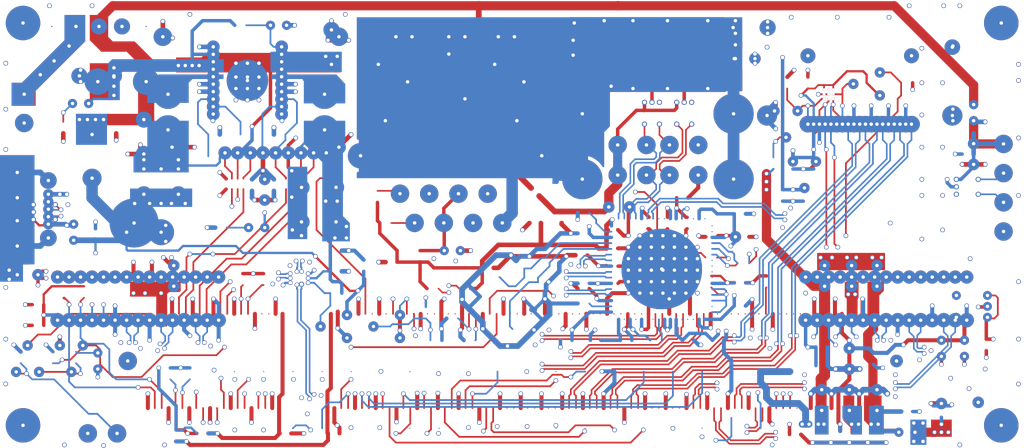
<source format=kicad_pcb>
(kicad_pcb (version 4) (host Gerbview "(5.1.0)-1")
  (layers (0 F.Cu signal) (1 In1.Cu signal) (2 In2.Cu signal) (31 B.Cu signal) (34 B.Paste user) (35 F.Paste user) (36 B.SilkS user) (37 F.SilkS user) (38 B.Mask user) (39 F.Mask user) (44 Edge.Cuts user))
  (via (at 8.130000000000001 -1.8) (size 1.6) (layers F.Cu B.Cu))
  (via (at 2.6 -28.8) (size 1.6) (layers F.Cu B.Cu))
  (via (at 61.17 -26.89) (size 1.6) (layers F.Cu B.Cu))
  (via (at 61.17 -24.27) (size 1.6) (layers F.Cu B.Cu))
  (via (at 36.525 -20.11) (size 1.6) (layers F.Cu B.Cu))
  (via (at 35.255 -22.65) (size 1.6) (layers F.Cu B.Cu))
  (via (at 35.9154 -32.3782) (size 1.6) (layers F.Cu B.Cu))
  (via (at 43.4846 -33.9022) (size 1.6) (layers F.Cu B.Cu))
  (via (at 87.7 -24.44) (size 1.6) (layers F.Cu B.Cu))
  (via (at 87.7 -21.9) (size 1.6) (layers F.Cu B.Cu))
  (via (at 87.7 -19.36) (size 1.6) (layers F.Cu B.Cu))
  (via (at 26.1 -37.3) (size 0.4) (layers F.Cu B.Cu))
  (via (at 26.175 -31.525) (size 0.4) (layers F.Cu B.Cu))
  (via (at 26.175 -32.175) (size 0.4) (layers F.Cu B.Cu))
  (via (at 34.95 -2.8) (size 0.4) (layers F.Cu B.Cu))
  (via (at 10.6 -27.3) (size 0.4) (layers F.Cu B.Cu))
  (via (at 53.7 -20.4) (size 0.4) (layers F.Cu B.Cu))
  (via (at 68.7 -20.925) (size 0.4) (layers F.Cu B.Cu))
  (via (at 68.7 -20.375) (size 0.4) (layers F.Cu B.Cu))
  (via (at 44.6 -9.4) (size 0.4) (layers F.Cu B.Cu))
  (via (at 46.9 -10.8) (size 0.4) (layers F.Cu B.Cu))
  (via (at 48.175 -14.975) (size 0.4) (layers F.Cu B.Cu))
  (via (at 49.7 -17.2) (size 0.4) (layers F.Cu B.Cu))
  (via (at 49.7 -14.38) (size 0.4) (layers F.Cu B.Cu))
  (via (at 39.5 -14.65) (size 0.4) (layers F.Cu B.Cu))
  (via (at 49.7 -13.82) (size 0.4) (layers F.Cu B.Cu))
  (via (at 39.5 -14.05) (size 0.4) (layers F.Cu B.Cu))
  (via (at 14.8 -0.8) (size 0.4) (layers F.Cu B.Cu))
  (via (at 39.1 -13.5) (size 0.4) (layers F.Cu B.Cu))
  (via (at 38.2 -17) (size 0.4) (layers F.Cu B.Cu))
  (via (at 40.1 -16.8) (size 0.4) (layers F.Cu B.Cu))
  (via (at 48.6 -13.75) (size 0.4) (layers F.Cu B.Cu))
  (via (at 73.075 -13.5) (size 0.4) (layers F.Cu B.Cu))
  (via (at 38.55 -5.3) (size 0.4) (layers F.Cu B.Cu))
  (via (at 36.75 -5.3) (size 0.4) (layers F.Cu B.Cu))
  (via (at 15.4 -17.1) (size 0.4) (layers F.Cu B.Cu))
  (via (at 16.6 -21.8) (size 0.4) (layers F.Cu B.Cu))
  (via (at 66.2 -17.8) (size 0.4) (layers F.Cu B.Cu))
  (via (at 65.59999999999999 -17.4) (size 0.4) (layers F.Cu B.Cu))
  (via (at 40.9 -30.9) (size 0.4) (layers F.Cu B.Cu))
  (via (at 66.2 -18.9) (size 0.4) (layers F.Cu B.Cu))
  (via (at 33.4 -16.7) (size 0.4) (layers F.Cu B.Cu))
  (via (at 41.4 -17.7) (size 0.4) (layers F.Cu B.Cu))
  (via (at 50.1 -16.5) (size 0.4) (layers F.Cu B.Cu))
  (via (at 49.7 -15.88) (size 0.4) (layers F.Cu B.Cu))
  (via (at 49.7 -15.32) (size 0.4) (layers F.Cu B.Cu))
  (via (at 51.3593 -16.3535) (size 0.4) (layers F.Cu B.Cu))
  (via (at 50.7993 -16.3535) (size 0.4) (layers F.Cu B.Cu))
  (via (at 26.225 -16.8) (size 0.4) (layers F.Cu B.Cu))
  (via (at 26.775 -16.8) (size 0.4) (layers F.Cu B.Cu))
  (via (at 24.7 -15.775) (size 0.4) (layers F.Cu B.Cu))
  (via (at 24.7 -15.225) (size 0.4) (layers F.Cu B.Cu))
  (via (at 82.40000000000001 -26.7) (size 0.4) (layers F.Cu B.Cu))
  (via (at 80.59999999999999 -26.7) (size 0.4) (layers F.Cu B.Cu))
  (via (at 80.59999999999999 -32.3) (size 0.4) (layers F.Cu B.Cu))
  (via (at 83.09999999999999 -6.6) (size 0.4) (layers F.Cu B.Cu))
  (via (at 84.7 -5.7) (size 0.4) (layers F.Cu B.Cu))
  (via (at 86.09999999999999 -7.4) (size 0.4) (layers F.Cu B.Cu))
  (via (at 84.8 -17) (size 0.4) (layers F.Cu B.Cu))
  (via (at 80.59999999999999 -18.7) (size 0.4) (layers F.Cu B.Cu))
  (via (at 82.40000000000001 -19.5) (size 0.4) (layers F.Cu B.Cu))
  (via (at 80.59999999999999 -22.5) (size 0.4) (layers F.Cu B.Cu))
  (via (at 82.40000000000001 -22.5) (size 0.4) (layers F.Cu B.Cu))
  (via (at 82.40000000000001 -32.3) (size 0.4) (layers F.Cu B.Cu))
  (via (at 80.59999999999999 -29.5) (size 0.4) (layers F.Cu B.Cu))
  (via (at 80.59999999999999 -23.9) (size 0.4) (layers F.Cu B.Cu))
  (via (at 80.59999999999999 -35.3) (size 0.4) (layers F.Cu B.Cu))
  (via (at 73.25 -38) (size 0.4) (layers F.Cu B.Cu))
  (via (at 77.75 -38) (size 0.4) (layers F.Cu B.Cu))
  (via (at 69.25 -38) (size 0.4) (layers F.Cu B.Cu))
  (via (at 9.5 -0.75) (size 0.4) (layers F.Cu B.Cu))
  (via (at 83.90000000000001 -0.8) (size 0.4) (layers F.Cu B.Cu))
  (via (at 6.1 -0.8) (size 0.4) (layers F.Cu B.Cu))
  (via (at 17 -38.25) (size 0.4) (layers F.Cu B.Cu))
  (via (at 30.5 -38.25) (size 0.4) (layers F.Cu B.Cu))
  (via (at 8.5 -39) (size 0.4) (layers F.Cu B.Cu))
  (via (at 4.8 -39) (size 0.4) (layers F.Cu B.Cu))
  (via (at 1 -26.5) (size 0.4) (layers F.Cu B.Cu))
  (via (at 1 -30) (size 0.4) (layers F.Cu B.Cu))
  (via (at 1 -34) (size 0.4) (layers F.Cu B.Cu))
  (via (at 1 -14.5) (size 0.4) (layers F.Cu B.Cu))
  (via (at 1 -10) (size 0.4) (layers F.Cu B.Cu))
  (via (at 1 -6.1) (size 0.4) (layers F.Cu B.Cu))
  (via (at 89 -33.9) (size 0.4) (layers F.Cu B.Cu))
  (via (at 89 -6.1) (size 0.4) (layers F.Cu B.Cu))
  (via (at 89 -10) (size 0.4) (layers F.Cu B.Cu))
  (via (at 89 -15) (size 0.4) (layers F.Cu B.Cu))
  (via (at 89 -22.5) (size 0.4) (layers F.Cu B.Cu))
  (via (at 89 -27.5) (size 0.4) (layers F.Cu B.Cu))
  (via (at 89 -32.5) (size 0.4) (layers F.Cu B.Cu))
  (via (at 83.90000000000001 -39) (size 0.4) (layers F.Cu B.Cu))
  (via (at 82.5 -39) (size 0.4) (layers F.Cu B.Cu))
  (via (at 79.5 -39) (size 0.4) (layers F.Cu B.Cu))
  (via (at 65.84999999999999 -13.45) (size 0.4) (layers F.Cu B.Cu))
  (via (at 81.40000000000001 -9) (size 0.4) (layers F.Cu B.Cu))
  (via (at 33.6 -7.2) (size 0.4) (layers F.Cu B.Cu))
  (via (at 11 -9.699999999999999) (size 0.4) (layers F.Cu B.Cu))
  (via (at 19.1 -7.3) (size 0.4) (layers F.Cu B.Cu))
  (via (at 20 -9.300000000000001) (size 0.4) (layers F.Cu B.Cu))
  (via (at 58.65 -13.5) (size 0.4) (layers F.Cu B.Cu))
  (via (at 22.65 -10.925) (size 0.4) (layers F.Cu B.Cu))
  (via (at 29.85 -10.95) (size 0.4) (layers F.Cu B.Cu))
  (via (at 31 -9.300000000000001) (size 0.4) (layers F.Cu B.Cu))
  (via (at 52.35 -13.525) (size 0.4) (layers F.Cu B.Cu))
  (via (at 35.25 -10.75) (size 0.4) (layers F.Cu B.Cu))
  (via (at 52.5 -16.375) (size 0.4) (layers F.Cu B.Cu))
  (via (at 52.45 -14.85) (size 0.4) (layers F.Cu B.Cu))
  (via (at 66.09999999999999 -34.8) (size 0.4) (layers F.Cu B.Cu))
  (via (at 66.09999999999999 -34) (size 0.4) (layers F.Cu B.Cu))
  (via (at 67.2 -36.6) (size 0.4) (layers F.Cu B.Cu))
  (via (at 67.2 -37.6) (size 0.4) (layers F.Cu B.Cu))
  (via (at 14.7 -17.1) (size 0.4) (layers F.Cu B.Cu))
  (via (at 67.90000000000001 -30.6) (size 0.4) (layers F.Cu B.Cu))
  (via (at 67.90000000000001 -28.3) (size 0.4) (layers F.Cu B.Cu))
  (via (at 19.6 -28.4) (size 0.4) (layers F.Cu B.Cu))
  (via (at 67.90000000000001 -27.2) (size 0.4) (layers F.Cu B.Cu))
  (via (at 70.5 -14) (size 0.4) (layers F.Cu B.Cu))
  (via (at 54.75 -2.75) (size 0.4) (layers F.Cu B.Cu))
  (via (at 13.7 -16.7) (size 0.4) (layers F.Cu B.Cu))
  (via (at 12.1 -16.7) (size 0.4) (layers F.Cu B.Cu))
  (via (at 41.85 -10.875) (size 0.4) (layers F.Cu B.Cu))
  (via (at 9.5 -13) (size 0.4) (layers F.Cu B.Cu))
  (via (at 8.5 -13) (size 0.4) (layers F.Cu B.Cu))
  (via (at 41.25 -10.875) (size 0.4) (layers F.Cu B.Cu))
  (via (at 2.7 -13) (size 0.4) (layers F.Cu B.Cu))
  (via (at 5.8 -21.25) (size 0.4) (layers F.Cu B.Cu))
  (via (at 5.8 -20.7) (size 0.4) (layers F.Cu B.Cu))
  (via (at 22.05 -13.5) (size 0.4) (layers F.Cu B.Cu))
  (via (at 21.45 -13.5) (size 0.4) (layers F.Cu B.Cu))
  (via (at 34.65 -13.5) (size 0.4) (layers F.Cu B.Cu))
  (via (at 74.90000000000001 -10.2) (size 0.4) (layers F.Cu B.Cu))
  (via (at 73.09999999999999 -10.2) (size 0.4) (layers F.Cu B.Cu))
  (via (at 73.09999999999999 -9.5) (size 0.4) (layers F.Cu B.Cu))
  (via (at 71.2 -10.2) (size 0.4) (layers F.Cu B.Cu))
  (via (at 58.1 -14) (size 0.4) (layers F.Cu B.Cu))
  (via (at 57.1 -14) (size 0.4) (layers F.Cu B.Cu))
  (via (at 56.1 -14) (size 0.4) (layers F.Cu B.Cu))
  (via (at 55.1 -14) (size 0.4) (layers F.Cu B.Cu))
  (via (at 10.5 -10.4) (size 0.4) (layers F.Cu B.Cu))
  (via (at 10.5 -12.9) (size 0.4) (layers F.Cu B.Cu))
  (via (at 13.5 -9.9) (size 0.4) (layers F.Cu B.Cu))
  (via (at 27.2 -3.5) (size 0.4) (layers F.Cu B.Cu))
  (via (at 47.6 -7.275) (size 0.4) (layers F.Cu B.Cu))
  (via (at 47.6 -7.825) (size 0.4) (layers F.Cu B.Cu))
  (via (at 51.45 -10.85) (size 0.4) (layers F.Cu B.Cu))
  (via (at 71.7 -27.1) (size 0.4) (layers F.Cu B.Cu))
  (via (at 74.7 -30.3) (size 0.4) (layers F.Cu B.Cu))
  (via (at 76.2 -30.3) (size 0.4) (layers F.Cu B.Cu))
  (via (at 77.7 -30.3) (size 0.4) (layers F.Cu B.Cu))
  (via (at 79.2 -30.3) (size 0.4) (layers F.Cu B.Cu))
  (via (at 83.3 -35.5) (size 0.4) (layers F.Cu B.Cu))
  (via (at 67.15000000000001 -35.4) (size 0.4) (layers F.Cu B.Cu))
  (via (at 83.3 -29) (size 0.4) (layers F.Cu B.Cu))
  (via (at 83.3 -30) (size 0.4) (layers F.Cu B.Cu))
  (via (at 30.8 -15.9) (size 0.4) (layers F.Cu B.Cu))
  (via (at 30.8 -17.7) (size 0.4) (layers F.Cu B.Cu))
  (via (at 56.3 -21.4) (size 0.4) (layers F.Cu B.Cu))
  (via (at 58.5 -21.4) (size 0.4) (layers F.Cu B.Cu))
  (via (at 65.90000000000001 -14.9) (size 0.4) (layers F.Cu B.Cu))
  (via (at 15.4 -21.8) (size 0.4) (layers F.Cu B.Cu))
  (via (at 14.5 -21.8) (size 0.4) (layers F.Cu B.Cu))
  (via (at 7.5 -33.4) (size 0.4) (layers F.Cu B.Cu))
  (via (at 7.5 -32.4) (size 0.4) (layers F.Cu B.Cu))
  (via (at 25 -29) (size 0.4) (layers F.Cu B.Cu))
  (via (at 19 -29) (size 0.4) (layers F.Cu B.Cu))
  (via (at 60.1 -19) (size 0.4) (layers F.Cu B.Cu))
  (via (at 59.1 -19) (size 0.4) (layers F.Cu B.Cu))
  (via (at 58.1 -19) (size 0.4) (layers F.Cu B.Cu))
  (via (at 57.1 -19) (size 0.4) (layers F.Cu B.Cu))
  (via (at 56.1 -19) (size 0.4) (layers F.Cu B.Cu))
  (via (at 55.1 -19) (size 0.4) (layers F.Cu B.Cu))
  (via (at 60.1 -18) (size 0.4) (layers F.Cu B.Cu))
  (via (at 59.1 -18) (size 0.4) (layers F.Cu B.Cu))
  (via (at 58.1 -18) (size 0.4) (layers F.Cu B.Cu))
  (via (at 57.1 -18) (size 0.4) (layers F.Cu B.Cu))
  (via (at 56.1 -18) (size 0.4) (layers F.Cu B.Cu))
  (via (at 55.1 -18) (size 0.4) (layers F.Cu B.Cu))
  (via (at 61.1 -17) (size 0.4) (layers F.Cu B.Cu))
  (via (at 60.1 -17) (size 0.4) (layers F.Cu B.Cu))
  (via (at 59.1 -17) (size 0.4) (layers F.Cu B.Cu))
  (via (at 58.1 -17) (size 0.4) (layers F.Cu B.Cu))
  (via (at 57.1 -17) (size 0.4) (layers F.Cu B.Cu))
  (via (at 56.1 -17) (size 0.4) (layers F.Cu B.Cu))
  (via (at 55.1 -17) (size 0.4) (layers F.Cu B.Cu))
  (via (at 55.1 -15) (size 0.4) (layers F.Cu B.Cu))
  (via (at 55.1 -16) (size 0.4) (layers F.Cu B.Cu))
  (via (at 56.1 -16) (size 0.4) (layers F.Cu B.Cu))
  (via (at 57.1 -16) (size 0.4) (layers F.Cu B.Cu))
  (via (at 58.1 -16) (size 0.4) (layers F.Cu B.Cu))
  (via (at 59.1 -16) (size 0.4) (layers F.Cu B.Cu))
  (via (at 60.1 -16) (size 0.4) (layers F.Cu B.Cu))
  (via (at 61.1 -16) (size 0.4) (layers F.Cu B.Cu))
  (via (at 56.1 -15) (size 0.4) (layers F.Cu B.Cu))
  (via (at 57.1 -15) (size 0.4) (layers F.Cu B.Cu))
  (via (at 58.1 -15) (size 0.4) (layers F.Cu B.Cu))
  (via (at 59.1 -15) (size 0.4) (layers F.Cu B.Cu))
  (via (at 60.1 -15) (size 0.4) (layers F.Cu B.Cu))
  (via (at 61.1 -15) (size 0.4) (layers F.Cu B.Cu))
  (via (at 59.1 -14) (size 0.4) (layers F.Cu B.Cu))
  (via (at 60.1 -14) (size 0.4) (layers F.Cu B.Cu))
  (via (at 61.1 -14) (size 0.4) (layers F.Cu B.Cu))
  (via (at 23 -30.8) (size 0.4) (layers F.Cu B.Cu))
  (via (at 23 -31.8) (size 0.4) (layers F.Cu B.Cu))
  (via (at 22 -31.8) (size 0.4) (layers F.Cu B.Cu))
  (via (at 22 -30.8) (size 0.4) (layers F.Cu B.Cu))
  (via (at 21 -30.8) (size 0.4) (layers F.Cu B.Cu))
  (via (at 21 -31.8) (size 0.4) (layers F.Cu B.Cu))
  (via (at 21 -32.8) (size 0.4) (layers F.Cu B.Cu))
  (via (at 22 -32.8) (size 0.4) (layers F.Cu B.Cu))
  (via (at 23 -32.8) (size 0.4) (layers F.Cu B.Cu))
  (via (at 23 -34) (size 0.4) (layers F.Cu B.Cu))
  (via (at 22 -34) (size 0.4) (layers F.Cu B.Cu))
  (via (at 21 -34) (size 0.4) (layers F.Cu B.Cu))
  (via (at 71.8 -17.1) (size 0.4) (layers F.Cu B.Cu))
  (via (at 72.8 -17.1) (size 0.4) (layers F.Cu B.Cu))
  (via (at 74.09999999999999 -17.1) (size 0.4) (layers F.Cu B.Cu))
  (via (at 74.90000000000001 -17.1) (size 0.4) (layers F.Cu B.Cu))
  (via (at 76.3 -17.1) (size 0.4) (layers F.Cu B.Cu))
  (via (at 77.09999999999999 -17.1) (size 0.4) (layers F.Cu B.Cu))
  (via (at 77.84999999999999 -20.1) (size 0.4) (layers F.Cu B.Cu))
  (via (at 78.5 -10.4) (size 0.4) (layers F.Cu B.Cu))
  (via (at 73.09999999999999 -7.4) (size 0.4) (layers F.Cu B.Cu))
  (via (at 72.7 -1) (size 0.4) (layers F.Cu B.Cu))
  (via (at 74.3 -1) (size 0.4) (layers F.Cu B.Cu))
  (via (at 75.90000000000001 -1) (size 0.4) (layers F.Cu B.Cu))
  (via (at 77.5 -1) (size 0.4) (layers F.Cu B.Cu))
  (via (at 71.09999999999999 -1) (size 0.4) (layers F.Cu B.Cu))
  (via (at 75.45 -13.5) (size 0.4) (layers F.Cu B.Cu))
  (via (at 71.25 -13.5) (size 0.4) (layers F.Cu B.Cu))
  (via (at 67.65000000000001 -10.85) (size 0.4) (layers F.Cu B.Cu))
  (via (at 65.84999999999999 -10.85) (size 0.4) (layers F.Cu B.Cu))
  (via (at 56.25 -10.85) (size 0.4) (layers F.Cu B.Cu))
  (via (at 44.25 -13.5) (size 0.4) (layers F.Cu B.Cu))
  (via (at 42.45 -10.9) (size 0.4) (layers F.Cu B.Cu))
  (via (at 37.05 -10.9) (size 0.4) (layers F.Cu B.Cu))
  (via (at 33.45 -13.5) (size 0.4) (layers F.Cu B.Cu))
  (via (at 31.65 -13.5) (size 0.4) (layers F.Cu B.Cu))
  (via (at 24.45 -13.5) (size 0.4) (layers F.Cu B.Cu))
  (via (at 20.85 -13.5) (size 0.4) (layers F.Cu B.Cu))
  (via (at 19.05 -13.5) (size 0.4) (layers F.Cu B.Cu))
  (via (at 17.25 -13.5) (size 0.4) (layers F.Cu B.Cu))
  (via (at 15.45 -13.5) (size 0.4) (layers F.Cu B.Cu))
  (via (at 75.15000000000001 -5.25) (size 0.4) (layers F.Cu B.Cu))
  (via (at 72.75 -5.25) (size 0.4) (layers F.Cu B.Cu))
  (via (at 70.95 -5.25) (size 0.4) (layers F.Cu B.Cu))
  (via (at 65.55 -5.25) (size 0.4) (layers F.Cu B.Cu))
  (via (at 63.75 -5.25) (size 0.4) (layers F.Cu B.Cu))
  (via (at 61.95 -5.25) (size 0.4) (layers F.Cu B.Cu))
  (via (at 60.15 -5.2) (size 0.4) (layers F.Cu B.Cu))
  (via (at 58.35 -5.25) (size 0.4) (layers F.Cu B.Cu))
  (via (at 56.55 -5.25) (size 0.4) (layers F.Cu B.Cu))
  (via (at 52.95 -5.25) (size 0.4) (layers F.Cu B.Cu))
  (via (at 51.15 -5.25) (size 0.4) (layers F.Cu B.Cu))
  (via (at 49.35 -5.25) (size 0.4) (layers F.Cu B.Cu))
  (via (at 47.55 -5.25) (size 0.4) (layers F.Cu B.Cu))
  (via (at 45.75 -5.25) (size 0.4) (layers F.Cu B.Cu))
  (via (at 43.95 -5.25) (size 0.4) (layers F.Cu B.Cu))
  (via (at 40.35 -5.25) (size 0.4) (layers F.Cu B.Cu))
  (via (at 33.15 -5.25) (size 0.4) (layers F.Cu B.Cu))
  (via (at 31.35 -5.25) (size 0.4) (layers F.Cu B.Cu))
  (via (at 13.35 -5.25) (size 0.4) (layers F.Cu B.Cu))
  (via (at 16.95 -2.75) (size 0.4) (layers F.Cu B.Cu))
  (via (at 15.15 -2.75) (size 0.4) (layers F.Cu B.Cu))
  (via (at 66 -20.9) (size 0.4) (layers F.Cu B.Cu))
  (via (at 75.2 -7.4) (size 0.4) (layers F.Cu B.Cu))
  (via (at 77.59999999999999 -5.25) (size 0.4) (layers F.Cu B.Cu))
  (via (at 80.40000000000001 -3.7) (size 0.4) (layers F.Cu B.Cu))
  (via (at 67.59999999999999 -2.6) (size 0.4) (layers F.Cu B.Cu))
  (via (at 71.59999999999999 -31.3) (size 0.4) (layers F.Cu B.Cu))
  (via (at 69.40000000000001 -22) (size 0.4) (layers F.Cu B.Cu))
  (via (at 70.7 -33.4) (size 0.4) (layers F.Cu B.Cu))
  (via (at 70.3 -24.8) (size 0.4) (layers F.Cu B.Cu))
  (via (at 81.5 -12.9) (size 0.4) (layers F.Cu B.Cu))
  (via (at 84.5 -12.9) (size 0.4) (layers F.Cu B.Cu))
  (via (at 86.2 -8.4) (size 0.4) (layers F.Cu B.Cu))
  (via (at 84.3 -7.8) (size 0.4) (layers F.Cu B.Cu))
  (via (at 82.3 -7.8) (size 0.4) (layers F.Cu B.Cu))
  (via (at 27.4 -4.8) (size 0.4) (layers F.Cu B.Cu))
  (via (at 27.7889 -5.1889) (size 0.4) (layers F.Cu B.Cu))
  (via (at 70.40000000000001 -6.225) (size 0.4) (layers F.Cu B.Cu))
  (via (at 78.3 -6.225) (size 0.4) (layers F.Cu B.Cu))
  (via (at 70.40000000000001 -5.675) (size 0.4) (layers F.Cu B.Cu))
  (via (at 78.3 -5.675) (size 0.4) (layers F.Cu B.Cu))
  (via (at 85.5 -12.8) (size 0.4) (layers F.Cu B.Cu))
  (via (at 86.09999999999999 -28.9) (size 0.4) (layers F.Cu B.Cu))
  (via (at 84.09999999999999 -25.2) (size 0.4) (layers F.Cu B.Cu))
  (via (at 86.09999999999999 -25.2) (size 0.4) (layers F.Cu B.Cu))
  (via (at 81.40000000000001 -4.4) (size 0.4) (layers F.Cu B.Cu))
  (via (at 65.40000000000001 -1.875) (size 0.4) (layers F.Cu B.Cu))
  (via (at 65.40000000000001 -2.425) (size 0.4) (layers F.Cu B.Cu))
  (via (at 16.35 -5.35) (size 0.4) (layers F.Cu B.Cu))
  (via (at 15.75 -5.55) (size 0.4) (layers F.Cu B.Cu))
  (via (at 17.55 -5.4) (size 0.4) (layers F.Cu B.Cu))
  (via (at 69.5 -33.4) (size 0.4) (layers F.Cu B.Cu))
  (via (at 50.1 -14.85) (size 0.4) (layers F.Cu B.Cu))
  (via (at 25.1 -14.7) (size 0.4) (layers F.Cu B.Cu))
  (via (at 27.8 -16) (size 0.4) (layers F.Cu B.Cu))
  (via (at 14.9 -19.9) (size 0.4) (layers F.Cu B.Cu))
  (via (at 14.9 -18.5) (size 0.4) (layers F.Cu B.Cu))
  (via (at 8.800000000000001 -20.2) (size 0.4) (layers F.Cu B.Cu))
  (via (at 8.800000000000001 -17.5) (size 0.4) (layers F.Cu B.Cu))
  (via (at 3.8 -14.7) (size 0.4) (layers F.Cu B.Cu))
  (via (at 5.7 -22.6) (size 0.4) (layers F.Cu B.Cu))
  (via (at 6.3 -22.6) (size 0.4) (layers F.Cu B.Cu))
  (via (at 4.5 -15.9) (size 0.4) (layers F.Cu B.Cu))
  (via (at 4.5 -15.3) (size 0.4) (layers F.Cu B.Cu))
  (via (at 83.5 -26.1) (size 0.4) (layers F.Cu B.Cu))
  (via (at 82.8 -23.9) (size 0.4) (layers F.Cu B.Cu))
  (via (at 36.475 -10.9) (size 0.4) (layers F.Cu B.Cu))
  (via (at 61.2 -19) (size 0.4) (layers F.Cu B.Cu))
  (via (at 61.1 -18) (size 0.4) (layers F.Cu B.Cu))
  (via (at 36.6 -10.3) (size 0.4) (layers F.Cu B.Cu))
  (via (at 70.40000000000001 -6.9) (size 0.4) (layers F.Cu B.Cu))
  (via (at 77.90000000000001 -9.9) (size 0.4) (layers F.Cu B.Cu))
  (via (at 67.40000000000001 -9.199999999999999) (size 0.4) (layers F.Cu B.Cu))
  (via (at 65.7 -10.1) (size 0.4) (layers F.Cu B.Cu))
  (via (at 68.5 -19.7) (size 0.4) (layers F.Cu B.Cu))
  (via (at 69.2 -21.4) (size 0.4) (layers F.Cu B.Cu))
  (via (at 67.59999999999999 -0.8) (size 0.4) (layers F.Cu B.Cu))
  (via (at 25.7 -16.4) (size 0.4) (layers F.Cu B.Cu))
  (via (at 27.4 -16.7) (size 0.4) (layers F.Cu B.Cu))
  (via (at 24.2 -14.8) (size 0.4) (layers F.Cu B.Cu))
  (via (at 6.4 -21.7) (size 0.4) (layers F.Cu B.Cu))
  (via (at 14.2 -9) (size 0.4) (layers F.Cu B.Cu))
  (via (at 12.7 -9.199999999999999) (size 0.4) (layers F.Cu B.Cu))
  (via (at 78.3 -6.9) (size 0.4) (layers F.Cu B.Cu))
  (via (at 78.3 -5) (size 0.4) (layers F.Cu B.Cu))
  (via (at 80.40000000000001 -8.199999999999999) (size 0.4) (layers F.Cu B.Cu))
  (via (at 74 -19) (size 0.4) (layers F.Cu B.Cu))
  (via (at 1.7 -9.5) (size 0.4) (layers F.Cu B.Cu))
  (via (at 2.7 -11.2) (size 0.4) (layers F.Cu B.Cu))
  (via (at 67.09999999999999 -23) (size 0.4) (layers F.Cu B.Cu))
  (via (at 67.09999999999999 -23.7) (size 0.4) (layers F.Cu B.Cu))
  (via (at 67.09999999999999 -24.4) (size 0.4) (layers F.Cu B.Cu))
  (via (at 5.7 -10.2) (size 0.4) (layers F.Cu B.Cu))
  (via (at 14.8005 -9.1995) (size 0.4) (layers F.Cu B.Cu))
  (via (at 14.4116 -9.5884) (size 0.4) (layers F.Cu B.Cu))
  (via (at 50.1 -8.375) (size 0.4) (layers F.Cu B.Cu))
  (via (at 50.1 -8.925000000000001) (size 0.4) (layers F.Cu B.Cu))
  (via (at 12.275 -9.699999999999999) (size 0.4) (layers F.Cu B.Cu))
  (via (at 11.725 -9.699999999999999) (size 0.4) (layers F.Cu B.Cu))
  (via (at 47.6 -9.875) (size 0.4) (layers F.Cu B.Cu))
  (via (at 47.6 -10.425) (size 0.4) (layers F.Cu B.Cu))
  (via (at 47.85 -13.5) (size 0.4) (layers F.Cu B.Cu))
  (via (at 50.1 -19.2) (size 0.4) (layers F.Cu B.Cu))
  (via (at 50.7 -20.4) (size 0.4) (layers F.Cu B.Cu))
  (via (at 40.65 -13.45) (size 0.4) (layers F.Cu B.Cu))
  (via (at 44.9 -17.3) (size 0.4) (layers F.Cu B.Cu))
  (via (at 46 -13.5) (size 0.4) (layers F.Cu B.Cu))
  (via (at 54.75 -10.85) (size 0.4) (layers F.Cu B.Cu))
  (via (at 49.4 -10.9) (size 0.4) (layers F.Cu B.Cu))
  (via (at 49.2 -9.300000000000001) (size 0.4) (layers F.Cu B.Cu))
  (via (at 18.25 -9.699999999999999) (size 0.4) (layers F.Cu B.Cu))
  (via (at 17.7 -9.699999999999999) (size 0.4) (layers F.Cu B.Cu))
  (via (at 47 -9.5) (size 0.4) (layers F.Cu B.Cu))
  (via (at 48.2 -10.8) (size 0.4) (layers F.Cu B.Cu))
  (via (at 40.5 -10.8) (size 0.4) (layers F.Cu B.Cu))
  (via (at 38.85 -10.9) (size 0.4) (layers F.Cu B.Cu))
  (via (at 62.25 -10.975) (size 0.4) (layers F.Cu B.Cu))
  (via (at 63.6 -10.7) (size 0.4) (layers F.Cu B.Cu))
  (via (at 61.4 -9.5) (size 0.4) (layers F.Cu B.Cu))
  (via (at 46.5 -17.2) (size 0.4) (layers F.Cu B.Cu))
  (via (at 66.34999999999999 -5.35) (size 0.4) (layers F.Cu B.Cu))
  (via (at 58.97 -2.244) (size 0.4) (layers F.Cu B.Cu))
  (via (at 46.27 -7.174) (size 0.4) (layers F.Cu B.Cu))
  (via (at 52.8 -7.2) (size 0.4) (layers F.Cu B.Cu))
  (via (at 19.375 -2.75) (size 0.4) (layers F.Cu B.Cu))
  (via (at 31 -2.3) (size 0.4) (layers F.Cu B.Cu))
  (via (at 18.15 -2.75) (size 0.4) (layers F.Cu B.Cu))
  (via (at 21.75 -5.25) (size 0.4) (layers F.Cu B.Cu))
  (via (at 61.5 -1.5) (size 0.4) (layers F.Cu B.Cu))
  (via (at 33.5 -2.3) (size 0.4) (layers F.Cu B.Cu))
  (via (at 42.15 -2.75) (size 0.4) (layers F.Cu B.Cu))
  (via (at 22.1 -6.5) (size 0.4) (layers F.Cu B.Cu))
  (via (at 28.5 -6.5) (size 0.4) (layers F.Cu B.Cu))
  (via (at 41.2 -7) (size 0.4) (layers F.Cu B.Cu))
  (via (at 38.6 -7) (size 0.4) (layers F.Cu B.Cu))
  (via (at 19.7 -6.6) (size 0.4) (layers F.Cu B.Cu))
  (via (at 62.7 -1.2) (size 0.4) (layers F.Cu B.Cu))
  (via (at 67.90000000000001 -1.9) (size 0.4) (layers F.Cu B.Cu))
  (via (at 80.8 -9.300000000000001) (size 0.4) (layers F.Cu B.Cu))
  (via (at 67.90000000000001 -1.35) (size 0.4) (layers F.Cu B.Cu))
  (via (at 80.8 -8.75) (size 0.4) (layers F.Cu B.Cu))
  (via (at 83.2 -4.3) (size 0.4) (layers F.Cu B.Cu))
  (via (at 55.7 -22.8) (size 0.4) (layers F.Cu B.Cu))
  (via (at 62.8 -5.65) (size 0.4) (layers F.Cu B.Cu))
  (via (at 77.27500000000001 -9.9) (size 0.4) (layers F.Cu B.Cu))
  (via (at 62.8 -6.2) (size 0.4) (layers F.Cu B.Cu))
  (via (at 76.72499999999999 -9.9) (size 0.4) (layers F.Cu B.Cu))
  (via (at 29.3 -37.7) (size 0.4) (layers F.Cu B.Cu))
  (via (at 29 -36) (size 0.4) (layers F.Cu B.Cu))
  (via (at 30.8 -36) (size 0.4) (layers F.Cu B.Cu))
  (via (at 17.825 -35.425) (size 0.4) (layers F.Cu B.Cu))
  (via (at 17.825 -32.175) (size 0.4) (layers F.Cu B.Cu))
  (via (at 17.825 -31.525) (size 0.4) (layers F.Cu B.Cu))
  (via (at 14.65 -37.65) (size 0.4) (layers F.Cu B.Cu))
  (via (at 15.5 -36.2) (size 0.4) (layers F.Cu B.Cu))
  (via (at 24.3 -28.4) (size 0.4) (layers F.Cu B.Cu))
  (via (at 19.6 -22.5) (size 0.4) (layers F.Cu B.Cu))
  (via (at 19.6 -24.5) (size 0.4) (layers F.Cu B.Cu))
  (via (at 25.85 -24.65) (size 0.4) (layers F.Cu B.Cu))
  (via (at 25.85 -22.35) (size 0.4) (layers F.Cu B.Cu))
  (via (at 26.2 -27.5) (size 0.4) (layers F.Cu B.Cu))
  (via (at 26.7 -19) (size 0.4) (layers F.Cu B.Cu))
  (via (at 25.9 -19.5) (size 0.4) (layers F.Cu B.Cu))
  (via (at 24.4 -22.1) (size 0.4) (layers F.Cu B.Cu))
  (via (at 22.6 -22.1) (size 0.4) (layers F.Cu B.Cu))
  (via (at 31 -27.8) (size 0.4) (layers F.Cu B.Cu))
  (via (at 6 -27.2) (size 0.4) (layers F.Cu B.Cu))
  (via (at 18.5 -19.7) (size 0.4) (layers F.Cu B.Cu))
  (via (at 14.5 -24.8) (size 0.4) (layers F.Cu B.Cu))
  (via (at 13 -24.8) (size 0.4) (layers F.Cu B.Cu))
  (via (at 16 -24.8) (size 0.4) (layers F.Cu B.Cu))
  (via (at 13.5 -21.8) (size 0.4) (layers F.Cu B.Cu))
  (via (at 12.2 -21.8) (size 0.4) (layers F.Cu B.Cu))
  (via (at 11.6 -26.1) (size 0.4) (layers F.Cu B.Cu))
  (via (at 12.7 -26.9) (size 0.4) (layers F.Cu B.Cu))
  (via (at 17.4 -26.7) (size 0.4) (layers F.Cu B.Cu))
  (via (at 41.605 -20.11) (size 1.6) (layers F.Cu B.Cu))
  (via (at 37.795 -22.65) (size 1.6) (layers F.Cu B.Cu))
  (via (at 64 -18.1) (size 0.4) (layers F.Cu B.Cu))
  (via (at 37.9 -10.8) (size 0.4) (layers F.Cu B.Cu))
  (via (at 60.2 -21.35) (size 0.4) (layers F.Cu B.Cu))
  (via (at 19.5 -9.9) (size 0.4) (layers F.Cu B.Cu))
  (via (at 14.3 -7.5) (size 0.4) (layers F.Cu B.Cu))
  (via (at 72.3 -18) (size 0.4) (layers F.Cu B.Cu))
  (via (at 73.3 -18) (size 0.4) (layers F.Cu B.Cu))
  (via (at 17 -10.3) (size 0.4) (layers F.Cu B.Cu))
  (via (at 23.55 -5.25) (size 0.4) (layers F.Cu B.Cu))
  (via (at 37.6 -1.8) (size 0.4) (layers F.Cu B.Cu))
  (via (at 22.95 -5.25) (size 0.4) (layers F.Cu B.Cu))
  (via (at 20.5 -15) (size 0.4) (layers F.Cu B.Cu))
  (via (at 20.8 -14.3) (size 0.4) (layers F.Cu B.Cu))
  (via (at 20.55 -5.25) (size 0.4) (layers F.Cu B.Cu))
  (via (at 18.75 -2.75) (size 0.4) (layers F.Cu B.Cu))
  (via (at 68.55 -5.25) (size 0.4) (layers F.Cu B.Cu))
  (via (at 82.90000000000001 -1.9) (size 0.4) (layers F.Cu B.Cu))
  (via (at 82.3 -1.9) (size 0.4) (layers F.Cu B.Cu))
  (via (at 81.7 -1.9) (size 0.4) (layers F.Cu B.Cu))
  (via (at 82.3 -2.6) (size 0.4) (layers F.Cu B.Cu))
  (via (at 18.8 -9.4) (size 0.4) (layers F.Cu B.Cu))
  (via (at 4.5 -9.5) (size 0.4) (layers F.Cu B.Cu))
  (via (at 68.5 -34.5) (size 0.4) (layers F.Cu B.Cu))
  (via (at 51.7 -19.8) (size 0.4) (layers F.Cu B.Cu))
  (via (at 52.2 -10.8) (size 0.4) (layers F.Cu B.Cu))
  (via (at 50.2 -10.8) (size 0.4) (layers F.Cu B.Cu))
  (via (at 62.9 -10.7) (size 0.4) (layers F.Cu B.Cu))
  (via (at 43.7 -2.4) (size 0.4) (layers F.Cu B.Cu))
  (via (at 46.3 -2.4) (size 0.4) (layers F.Cu B.Cu))
  (via (at 23.4 -2.1) (size 0.4) (layers F.Cu B.Cu))
  (via (at 20.9 -2.1) (size 0.4) (layers F.Cu B.Cu))
  (via (at 20.9 -6.5) (size 0.4) (layers F.Cu B.Cu))
  (via (at 34.9 -1.8) (size 0.4) (layers F.Cu B.Cu))
  (via (at 38.6 -1.8) (size 0.4) (layers F.Cu B.Cu))
  (via (at 33.75 -5.25) (size 0.4) (layers F.Cu B.Cu))
  (via (at 37.35 -5.3) (size 0.4) (layers F.Cu B.Cu))
  (via (at 41.2 -2.3) (size 0.4) (layers F.Cu B.Cu))
  (via (at 42.5 -2) (size 0.4) (layers F.Cu B.Cu))
  (via (at 23.4 -6.5) (size 0.4) (layers F.Cu B.Cu))
  (via (at 26 -6.5) (size 0.4) (layers F.Cu B.Cu))
  (via (at 22.35 -2.75) (size 0.4) (layers F.Cu B.Cu))
  (via (at 27.5 -2.1) (size 0.4) (layers F.Cu B.Cu))
  (via (at 67.95 -5.25) (size 0.4) (layers F.Cu B.Cu))
  (via (at 69.15000000000001 -5.25) (size 0.4) (layers F.Cu B.Cu))
  (via (at 70.2 -2.6) (size 0.4) (layers F.Cu B.Cu))
  (via (at 70.8 -2.6) (size 0.4) (layers F.Cu B.Cu))
  (via (at 29.8 -34.6) (size 0.4) (layers F.Cu B.Cu))
  (via (at 21.15 -22.15) (size 0.4) (layers F.Cu B.Cu))
  (via (at 20.65 -21.55) (size 0.4) (layers F.Cu B.Cu))
  (via (at 28.8 -34.6) (size 0.4) (layers F.Cu B.Cu))
  (gr_poly (pts (xy 7.9 -35.9) (xy 3.5 -31.5) (xy 3.5 -30.3) (xy 1.5 -30.3) (xy 1.5 -32.3) (xy 2.4 -32.3) (xy 6.1 -36) (xy 6.1 -38.2) (xy 7.9 -38.2)) (layer B.Cu) (width 0))
  (gr_poly (pts (xy 30.5 -27.2) (xy 30.3 -27) (xy 30.3 -24.3) (xy 30.3 -20.7) (xy 30.9 -20.1) (xy 30.9 -18.5) (xy 28.5 -18.5) (xy 28.5 -25.4) (xy 26.9 -27) (xy 26.9 -29) (xy 30.5 -29)) (layer B.Cu) (width 0))
  (gr_poly (pts (xy 19.925 -32.625) (xy 17.225 -32.625) (xy 17.05 -32.45) (xy 16.9 -32.3) (xy 16.9 -30.55) (xy 13.3 -30.55) (xy 13.3 -32.05) (xy 14.275 -33.025) (xy 19.925 -33.025)) (layer B.Cu) (width 0))
  (gr_poly (pts (xy 30.5 -32.2) (xy 30.5 -30.5) (xy 26.9 -30.5) (xy 26.9 -32.4) (xy 26.775 -32.625) (xy 24.075 -32.625) (xy 24.075 -33.025) (xy 29.725 -33.025)) (layer B.Cu) (width 0))
  (gr_poly (pts (xy 9.800000000000001 -26.9) (xy 7.1 -26.9) (xy 7.1 -29.6) (xy 9.800000000000001 -29.6)) (layer B.Cu) (width 0))
  (gr_poly (pts (xy 16.9 -24.5) (xy 12.1 -24.5) (xy 12.1 -26.1) (xy 13.3 -26.1) (xy 13.3 -26.6) (xy 13.3 -29) (xy 16.9 -29)) (layer B.Cu) (width 0))
  (gr_poly (pts (xy 27.2 -18.7) (xy 25.5 -18.7) (xy 25.5 -25) (xy 27.2 -25)) (layer B.Cu) (width 0))
  (gr_poly (pts (xy 17.2 -21.5) (xy 11.8 -21.5) (xy 11.8 -23.1) (xy 17.2 -23.1)) (layer B.Cu) (width 0))
  (gr_poly (pts (xy 75.40000000000001 -1.7) (xy 74.5 -1.7) (xy 74.5 -2.3) (xy 73.7 -3.1) (xy 73.7 -4.2) (xy 75.40000000000001 -4.2)) (layer B.Cu) (width 0))
  (gr_poly (pts (xy 65 -31.6183) (xy 64.898 -31.5426) (xy 64.64190000000001 -31.6203) (xy 64.39 -31.6451) (xy 64.39 -29.6) (xy 64.09 -29.6) (xy 64.09 -31.6451) (xy 63.8381 -31.6203) (xy 63.4517 -31.5031) (xy 63.4459 -31.5) (xy 53.5 -31.5) (xy 53.5 -28.5) (xy 53 -28) (xy 53 -24.9755) (xy 52.8768 -24.9446) (xy 52.8128 -25.0644) (xy 52.5566 -25.3766) (xy 52.2444 -25.6328) (xy 51.8883 -25.8231) (xy 51.5019 -25.9403) (xy 51.25 -25.9651) (xy 51.25 -23.92) (xy 51.1 -23.92) (xy 51.1 -23.77) (xy 49.0549 -23.77) (xy 49.0689 -23.627) (xy 48.9563 -23.5) (xy 48.5 -23.5) (xy 48.5 -24) (xy 31.5 -24) (xy 31.5 -24.4865) (xy 31.5955 -24.5703) (xy 31.676 -24.5597) (xy 31.676 -25.952) (xy 31.676 -27.3443) (xy 31.5955 -27.3337) (xy 31.5 -27.4175) (xy 31.5 -38) (xy 65 -38)) (layer B.Cu) (width 0))
  (gr_poly (pts (xy 72.5 -1.7) (xy 71.3 -1.7) (xy 71.3 -4.2) (xy 72.5 -4.2)) (layer B.Cu) (width 0))
  (gr_poly (pts (xy 81 -0.8) (xy 79.59999999999999 -0.8) (xy 79.59999999999999 -3) (xy 81 -3)) (layer B.Cu) (width 0))
  (gr_poly (pts (xy 30.2 -34.5) (xy 30.2 -34.2) (xy 30.2 -33.25) (xy 24 -33.25) (xy 24 -35) (xy 30.2 -35)) (layer B.Cu) (width 0))
  (gr_poly (pts (xy 3.5 -16.5) (xy 2.5 -16.5) (xy 2.5 -16) (xy 2.5 -15) (xy 0.5 -15) (xy 0.5 -26) (xy 3.5 -26)) (layer B.Cu) (width 0))
  (gr_poly (pts (xy 19.95 -33.25) (xy 11.15 -33.25) (xy 10.9 -33) (xy 10.9 -30.8) (xy 9.9 -30.8) (xy 9.9 -34) (xy 10.25 -34.35) (xy 19.95 -34.35)) (layer B.Cu) (width 0))
  (gr_poly (pts (xy 77.3 -1.7) (xy 76 -1.7) (xy 76 -4.2) (xy 77.3 -4.2)) (layer B.Cu) (width 0))
  (gr_poly (pts (xy 3.25 -20.15) (xy 0.75 -20.15) (xy 0.75 -19.25) (xy 0.75 -18.25) (xy 3.25 -18.25) (xy 3.25 -19.25)) (layer B.Cu) (width 0))
  (gr_poly (pts (xy 50.95 -25.9651) (xy 50.6981 -25.9403) (xy 50.3117 -25.8231) (xy 49.9556 -25.6328) (xy 49.6434 -25.3766) (xy 49.3872 -25.0644) (xy 49.1969 -24.7083) (xy 49.0797 -24.3219) (xy 49.0549 -24.07) (xy 50.95 -24.07)) (layer B.Cu) (width 0))
  (gr_poly (pts (xy 47.424 -25.802) (xy 46.1817 -25.802) (xy 46.21 -25.5865) (xy 46.3511 -25.246) (xy 46.5755 -24.9535) (xy 46.868 -24.7291) (xy 47.2085 -24.588) (xy 47.424 -24.5597)) (layer B.Cu) (width 0))
  (gr_poly (pts (xy 33.2183 -25.802) (xy 31.976 -25.802) (xy 31.976 -24.5597) (xy 32.1915 -24.588) (xy 32.532 -24.7291) (xy 32.8245 -24.9535) (xy 33.0489 -25.246) (xy 33.19 -25.5865)) (layer B.Cu) (width 0))
  (gr_poly (pts (xy 1.85 -17.95) (xy 0.75 -17.95) (xy 0.75 -16.9) (xy 1.85 -16.9)) (layer B.Cu) (width 0))
  (gr_poly (pts (xy 3.25 -22.15) (xy 0.75 -22.15) (xy 0.75 -21.25) (xy 0.75 -20.45) (xy 3.25 -20.45) (xy 3.25 -21.25)) (layer B.Cu) (width 0))
  (gr_poly (pts (xy 3.25 -24.35) (xy 0.75 -24.35) (xy 0.75 -23.3) (xy 0.75 -22.45) (xy 3.25 -22.45) (xy 3.25 -23.3)) (layer B.Cu) (width 0))
  (gr_poly (pts (xy 3.25 -17.95) (xy 2.15 -17.95) (xy 2.15 -16.9) (xy 3.25 -16.9)) (layer B.Cu) (width 0))
  (gr_poly (pts (xy 48.9663 -25.802) (xy 47.724 -25.802) (xy 47.724 -24.5597) (xy 47.9395 -24.588) (xy 48.28 -24.7291) (xy 48.5725 -24.9535) (xy 48.7969 -25.246) (xy 48.938 -25.5865)) (layer B.Cu) (width 0))
  (gr_poly (pts (xy 40.9 -31.3588) (xy 40.7244 -31.3239) (xy 40.5756 -31.2244) (xy 40.4761 -31.0756) (xy 40.4412 -30.9) (xy 40.4761 -30.7244) (xy 40.5756 -30.5756) (xy 40.7244 -30.4761) (xy 40.9 -30.4412) (xy 41.0756 -30.4761) (xy 41.2244 -30.5756) (xy 41.3239 -30.7244) (xy 41.3588 -30.9) (xy 41.3239 -31.0756) (xy 41.2244 -31.2244) (xy 41.0756 -31.3239)) (layer B.Cu) (width 0))
  (gr_poly (pts (xy 35.9154 -33.4373) (xy 35.6413 -33.4012) (xy 35.3859 -33.2954) (xy 35.1665 -33.1271) (xy 34.9982 -32.9077) (xy 34.8924 -32.6523) (xy 34.8563 -32.3782) (xy 34.8924 -32.1041) (xy 34.9982 -31.8487) (xy 35.1665 -31.6293) (xy 35.3859 -31.461) (xy 35.6413 -31.3552) (xy 35.9154 -31.3191) (xy 36.1895 -31.3552) (xy 36.4449 -31.461) (xy 36.6643 -31.6293) (xy 36.8326 -31.8487) (xy 36.9384 -32.1041) (xy 36.9745 -32.3782) (xy 36.9384 -32.6523) (xy 36.8326 -32.9077) (xy 36.6643 -33.1271) (xy 36.4449 -33.2954) (xy 36.1895 -33.4012)) (layer B.Cu) (width 0))
  (gr_poly (pts (xy 50.95 -31.6451) (xy 50.6981 -31.6203) (xy 50.3117 -31.5031) (xy 49.9556 -31.3128) (xy 49.6434 -31.0566) (xy 49.3872 -30.7444) (xy 49.1969 -30.3883) (xy 49.0797 -30.0019) (xy 49.0549 -29.75) (xy 50.95 -29.75)) (layer B.Cu) (width 0))
  (gr_poly (pts (xy 51.25 -31.6451) (xy 51.25 -29.75) (xy 53.1451 -29.75) (xy 53.1203 -30.0019) (xy 53.0031 -30.3883) (xy 52.8128 -30.7444) (xy 52.5566 -31.0566) (xy 52.2444 -31.3128) (xy 51.8883 -31.5031) (xy 51.5019 -31.6203)) (layer B.Cu) (width 0))
  (gr_poly (pts (xy 43.4846 -34.9613) (xy 43.2105 -34.9252) (xy 42.9551 -34.8194) (xy 42.7357 -34.6511) (xy 42.5674 -34.4317) (xy 42.4616 -34.1763) (xy 42.4255 -33.9022) (xy 42.4616 -33.6281) (xy 42.5674 -33.3727) (xy 42.7357 -33.1533) (xy 42.9551 -32.985) (xy 43.2105 -32.8792) (xy 43.4846 -32.8431) (xy 43.7587 -32.8792) (xy 44.0141 -32.985) (xy 44.2335 -33.1533) (xy 44.4018 -33.3727) (xy 44.5076 -33.6281) (xy 44.5437 -33.9022) (xy 44.5076 -34.1763) (xy 44.4018 -34.4317) (xy 44.2335 -34.6511) (xy 44.0141 -34.8194) (xy 43.7587 -34.9252)) (layer B.Cu) (width 0))
  (gr_poly (pts (xy 39.5 -35.2588) (xy 39.3244 -35.2239) (xy 39.1756 -35.1244) (xy 39.0761 -34.9756) (xy 39.0412 -34.8) (xy 39.0761 -34.6244) (xy 39.1756 -34.4756) (xy 39.3244 -34.3761) (xy 39.5 -34.3412) (xy 39.6756 -34.3761) (xy 39.8244 -34.4756) (xy 39.9239 -34.6244) (xy 39.9588 -34.8) (xy 39.9239 -34.9756) (xy 39.8244 -35.1244) (xy 39.6756 -35.2239)) (layer B.Cu) (width 0))
  (gr_poly (pts (xy 46.0246 -33.4373) (xy 45.7505 -33.4012) (xy 45.4951 -33.2954) (xy 45.2757 -33.1271) (xy 45.1074 -32.9077) (xy 45.0016 -32.6523) (xy 44.9655 -32.3782) (xy 45.0016 -32.1041) (xy 45.1074 -31.8487) (xy 45.2757 -31.6293) (xy 45.4951 -31.461) (xy 45.7505 -31.3552) (xy 46.0246 -31.3191) (xy 46.2987 -31.3552) (xy 46.5541 -31.461) (xy 46.7735 -31.6293) (xy 46.9418 -31.8487) (xy 47.0476 -32.1041) (xy 47.0837 -32.3782) (xy 47.0476 -32.6523) (xy 46.9418 -32.9077) (xy 46.7735 -33.1271) (xy 46.5541 -33.2954) (xy 46.2987 -33.4012)) (layer B.Cu) (width 0))
  (gr_poly (pts (xy 33.3754 -34.9613) (xy 33.1013 -34.9252) (xy 32.8459 -34.8194) (xy 32.6265 -34.6511) (xy 32.4582 -34.4317) (xy 32.3524 -34.1763) (xy 32.3163 -33.9022) (xy 32.3524 -33.6281) (xy 32.4582 -33.3727) (xy 32.6265 -33.1533) (xy 32.8459 -32.985) (xy 33.1013 -32.8792) (xy 33.3754 -32.8431) (xy 33.6495 -32.8792) (xy 33.9049 -32.985) (xy 34.1243 -33.1533) (xy 34.2926 -33.3727) (xy 34.3984 -33.6281) (xy 34.4345 -33.9022) (xy 34.3984 -34.1763) (xy 34.2926 -34.4317) (xy 34.1243 -34.6511) (xy 33.9049 -34.8194) (xy 33.6495 -34.9252)) (layer B.Cu) (width 0))
  (gr_poly (pts (xy 53.1451 -29.45) (xy 51.25 -29.45) (xy 51.25 -27.5548) (xy 51.5019 -27.5797) (xy 51.8883 -27.6969) (xy 52.2444 -27.8872) (xy 52.5566 -28.1434) (xy 52.8128 -28.4556) (xy 53.0031 -28.8117) (xy 53.1203 -29.1981)) (layer B.Cu) (width 0))
  (gr_poly (pts (xy 31.976 -27.3443) (xy 31.976 -26.102) (xy 33.2183 -26.102) (xy 33.19 -26.3175) (xy 33.0489 -26.658) (xy 32.8245 -26.9505) (xy 32.532 -27.1749) (xy 32.1915 -27.316)) (layer B.Cu) (width 0))
  (gr_poly (pts (xy 47.424 -27.3443) (xy 47.2085 -27.316) (xy 46.868 -27.1749) (xy 46.5755 -26.9505) (xy 46.3511 -26.658) (xy 46.21 -26.3175) (xy 46.1817 -26.102) (xy 47.424 -26.102)) (layer B.Cu) (width 0))
  (gr_poly (pts (xy 1.85 -25.7) (xy 0.75 -25.7) (xy 0.75 -24.65) (xy 1.85 -24.65)) (layer B.Cu) (width 0))
  (gr_poly (pts (xy 3.25 -25.7) (xy 2.15 -25.7) (xy 2.15 -24.65) (xy 3.25 -24.65)) (layer B.Cu) (width 0))
  (gr_poly (pts (xy 45.415 -30.9092) (xy 45.0425 -30.8725) (xy 44.6844 -30.7639) (xy 44.3543 -30.5874) (xy 44.065 -30.35) (xy 43.8276 -30.0607) (xy 43.6511 -29.7306) (xy 43.5425 -29.3725) (xy 43.5058 -29) (xy 43.5425 -28.6275) (xy 43.6511 -28.2694) (xy 43.8276 -27.9393) (xy 44.065 -27.65) (xy 44.3543 -27.4126) (xy 44.6844 -27.2361) (xy 45.0425 -27.1275) (xy 45.415 -27.0908) (xy 45.7875 -27.1275) (xy 46.1456 -27.2361) (xy 46.4757 -27.4126) (xy 46.765 -27.65) (xy 47.0024 -27.9393) (xy 47.1789 -28.2694) (xy 47.2875 -28.6275) (xy 47.3242 -29) (xy 47.2875 -29.3725) (xy 47.1789 -29.7306) (xy 47.0024 -30.0607) (xy 46.765 -30.35) (xy 46.4757 -30.5874) (xy 46.1456 -30.7639) (xy 45.7875 -30.8725)) (layer B.Cu) (width 0))
  (gr_poly (pts (xy 50.95 -29.45) (xy 49.0549 -29.45) (xy 49.0797 -29.1981) (xy 49.1969 -28.8117) (xy 49.3872 -28.4556) (xy 49.6434 -28.1434) (xy 49.9556 -27.8872) (xy 50.3117 -27.6969) (xy 50.6981 -27.5797) (xy 50.95 -27.5548)) (layer B.Cu) (width 0))
  (gr_poly (pts (xy 47.724 -27.3443) (xy 47.724 -26.102) (xy 48.9663 -26.102) (xy 48.938 -26.3175) (xy 48.7969 -26.658) (xy 48.5725 -26.9505) (xy 48.28 -27.1749) (xy 47.9395 -27.316)) (layer B.Cu) (width 0))
  (gr_poly (pts (xy 33.985 -30.9092) (xy 33.6125 -30.8725) (xy 33.2544 -30.7639) (xy 32.9243 -30.5874) (xy 32.635 -30.35) (xy 32.3976 -30.0607) (xy 32.2211 -29.7306) (xy 32.1125 -29.3725) (xy 32.0758 -29) (xy 32.1125 -28.6275) (xy 32.2211 -28.2694) (xy 32.3976 -27.9393) (xy 32.635 -27.65) (xy 32.9243 -27.4126) (xy 33.2544 -27.2361) (xy 33.6125 -27.1275) (xy 33.985 -27.0908) (xy 34.3575 -27.1275) (xy 34.7156 -27.2361) (xy 35.0457 -27.4126) (xy 35.335 -27.65) (xy 35.5724 -27.9393) (xy 35.7489 -28.2694) (xy 35.8575 -28.6275) (xy 35.8942 -29) (xy 35.8575 -29.3725) (xy 35.7489 -29.7306) (xy 35.5724 -30.0607) (xy 35.335 -30.35) (xy 35.0457 -30.5874) (xy 34.7156 -30.7639) (xy 34.3575 -30.8725)) (layer B.Cu) (width 0))
  (via (at 76.7 -5.6) (size 1) (layers F.Cu B.Cu))
  (via (at 76.7 -3.8) (size 1) (layers F.Cu B.Cu))
  (via (at 74.3 -5.6) (size 1) (layers F.Cu B.Cu))
  (via (at 74.3 -3.8) (size 1) (layers F.Cu B.Cu))
  (via (at 74.3 -7.4) (size 1) (layers F.Cu B.Cu))
  (via (at 74.3 -9.199999999999999) (size 1) (layers F.Cu B.Cu))
  (via (at 71.90000000000001 -5.6) (size 1) (layers F.Cu B.Cu))
  (via (at 71.90000000000001 -3.8) (size 1) (layers F.Cu B.Cu))
  (via (at 6.8 -30.5) (size 0.8) (layers F.Cu B.Cu))
  (via (at 8.199999999999999 -30.5) (size 0.8) (layers F.Cu B.Cu))
  (via (at 22.1 -19.7) (size 0.8) (layers F.Cu B.Cu))
  (via (at 23.5 -19.7) (size 0.8) (layers F.Cu B.Cu))
  (via (at 78.59999999999999 -1.9) (size 0.8) (layers F.Cu B.Cu))
  (via (at 80 -1.9) (size 0.8) (layers F.Cu B.Cu))
  (segment (start 71.40000000000001 -9.300000000000001) (end 71.40000000000001 -9.300000000000001) (width 0.1) (layer B.Cu) (net 0))
  (segment (start 72.40000000000001 -9.300000000000001) (end 72.40000000000001 -9.300000000000001) (width 0.1) (layer B.Cu) (net 0))
  (segment (start 72.40000000000001 -7.7) (end 72.40000000000001 -7.7) (width 0.1) (layer B.Cu) (net 0))
  (segment (start 71.40000000000001 -7.7) (end 71.40000000000001 -7.7) (width 0.1) (layer B.Cu) (net 0))
  (segment (start 63.4 -9.9) (end 63.4 -9.9) (width 0.1) (layer B.Cu) (net 0))
  (segment (start 62.4 -9.9) (end 62.4 -9.9) (width 0.1) (layer B.Cu) (net 0))
  (segment (start 37.9 -9.9) (end 37.9 -9.9) (width 0.1) (layer B.Cu) (net 0))
  (segment (start 38.9 -9.9) (end 38.9 -9.9) (width 0.1) (layer B.Cu) (net 0))
  (segment (start 50.2 -9.9) (end 50.2 -9.9) (width 0.1) (layer B.Cu) (net 0))
  (segment (start 49.2 -9.9) (end 49.2 -9.9) (width 0.1) (layer B.Cu) (net 0))
  (via (at 85.5 -22.6) (size 0.45) (layers F.Cu B.Cu))
  (via (at 85.5 -23.9) (size 0.45) (layers F.Cu B.Cu))
  (via (at 83.59999999999999 -23.9) (size 0.45) (layers F.Cu B.Cu))
  (via (at 83.59999999999999 -23.25) (size 0.45) (layers F.Cu B.Cu))
  (via (at 83.59999999999999 -22.6) (size 0.45) (layers F.Cu B.Cu))
  (via (at 35.25 -12.1) (size 0.9) (layers F.Cu B.Cu))
  (via (at 35.25 -10.1) (size 0.9) (layers F.Cu B.Cu))
  (via (at 32.95 -11.1) (size 0.9) (layers F.Cu B.Cu))
  (via (at 28.35 -11.1) (size 0.9) (layers F.Cu B.Cu))
  (via (at 30.65 -10.1) (size 0.9) (layers F.Cu B.Cu))
  (via (at 30.65 -12.1) (size 0.9) (layers F.Cu B.Cu))
  (segment (start 82.3 -3.2) (end 82.3 -3.2) (width 0.1) (layer B.Cu) (net 0))
  (segment (start 82.3 -4.2) (end 82.3 -4.2) (width 0.1) (layer B.Cu) (net 0))
  (segment (start 76.40000000000001 -7.8) (end 76.40000000000001 -7.8) (width 0.1) (layer B.Cu) (net 0))
  (segment (start 76.40000000000001 -8.800000000000001) (end 76.40000000000001 -8.800000000000001) (width 0.1) (layer B.Cu) (net 0))
  (segment (start 7.1 -8.9) (end 7.1 -8.9) (width 0.1) (layer B.Cu) (net 0))
  (segment (start 7.1 -7.9) (end 7.1 -7.9) (width 0.1) (layer B.Cu) (net 0))
  (segment (start 67.7 -25.8) (end 67.7 -25.8) (width 0.1) (layer B.Cu) (net 0))
  (segment (start 67.7 -24.8) (end 67.7 -24.8) (width 0.1) (layer B.Cu) (net 0))
  (segment (start 17 -6.5) (end 17 -6.5) (width 0.1) (layer B.Cu) (net 0))
  (segment (start 17 -7.5) (end 17 -7.5) (width 0.1) (layer B.Cu) (net 0))
  (segment (start 15.3 -6.5) (end 15.3 -6.5) (width 0.1) (layer B.Cu) (net 0))
  (segment (start 15.3 -7.5) (end 15.3 -7.5) (width 0.1) (layer B.Cu) (net 0))
  (segment (start 37.5 -11.8) (end 37.5 -11.8) (width 0.1) (layer B.Cu) (net 0))
  (segment (start 37.5 -12.8) (end 37.5 -12.8) (width 0.1) (layer B.Cu) (net 0))
  (segment (start 75.09999999999999 -1) (end 75.09999999999999 -1) (width 0.1) (layer B.Cu) (net 0))
  (segment (start 75.09999999999999 -2) (end 75.09999999999999 -2) (width 0.1) (layer B.Cu) (net 0))
  (segment (start 73.5 -1) (end 73.5 -1) (width 0.1) (layer B.Cu) (net 0))
  (segment (start 73.5 -2) (end 73.5 -2) (width 0.1) (layer B.Cu) (net 0))
  (segment (start 71.90000000000001 -1) (end 71.90000000000001 -1) (width 0.1) (layer B.Cu) (net 0))
  (segment (start 71.90000000000001 -2) (end 71.90000000000001 -2) (width 0.1) (layer B.Cu) (net 0))
  (segment (start 76.7 -1) (end 76.7 -1) (width 0.1) (layer B.Cu) (net 0))
  (segment (start 76.7 -2) (end 76.7 -2) (width 0.1) (layer B.Cu) (net 0))
  (segment (start 70.3 -22) (end 70.3 -22) (width 0.1) (layer B.Cu) (net 0))
  (segment (start 70.3 -23) (end 70.3 -23) (width 0.1) (layer B.Cu) (net 0))
  (segment (start 68.5 -22) (end 68.5 -22) (width 0.1) (layer B.Cu) (net 0))
  (segment (start 68.5 -23) (end 68.5 -23) (width 0.1) (layer B.Cu) (net 0))
  (segment (start 69.40000000000001 -24.8) (end 69.40000000000001 -24.8) (width 0.1) (layer B.Cu) (net 0))
  (segment (start 69.40000000000001 -25.8) (end 69.40000000000001 -25.8) (width 0.1) (layer B.Cu) (net 0))
  (segment (start 71.2 -24.8) (end 71.2 -24.8) (width 0.1) (layer B.Cu) (net 0))
  (segment (start 71.2 -25.8) (end 71.2 -25.8) (width 0.1) (layer B.Cu) (net 0))
  (segment (start 2.3 -7.9) (end 2.3 -7.9) (width 0.1) (layer B.Cu) (net 0))
  (segment (start 2.3 -8.9) (end 2.3 -8.9) (width 0.1) (layer B.Cu) (net 0))
  (segment (start 5.1 -8.9) (end 5.1 -8.9) (width 0.1) (layer B.Cu) (net 0))
  (segment (start 5.1 -7.9) (end 5.1 -7.9) (width 0.1) (layer B.Cu) (net 0))
  (segment (start 15.8 -1.1) (end 15.8 -1.1) (width 0.1) (layer B.Cu) (net 0))
  (segment (start 15.8 -2.1) (end 15.8 -2.1) (width 0.1) (layer B.Cu) (net 0))
  (segment (start 32.1 -16.9) (end 32.1 -16.9) (width 0.1) (layer B.Cu) (net 0))
  (segment (start 32.1 -15.9) (end 32.1 -15.9) (width 0.1) (layer B.Cu) (net 0))
  (segment (start 8.800000000000001 -19.6) (end 8.800000000000001 -19.6) (width 0.1) (layer B.Cu) (net 0))
  (segment (start 8.800000000000001 -18.6) (end 8.800000000000001 -18.6) (width 0.1) (layer B.Cu) (net 0))
  (segment (start 85.09999999999999 -28.9) (end 85.09999999999999 -28.9) (width 0.1) (layer B.Cu) (net 0))
  (segment (start 85.09999999999999 -27.9) (end 85.09999999999999 -27.9) (width 0.1) (layer B.Cu) (net 0))
  (segment (start 22.4 -23.9) (end 22.4 -23.9) (width 0.1) (layer B.Cu) (net 0))
  (segment (start 22.4 -22.9) (end 22.4 -22.9) (width 0.1) (layer B.Cu) (net 0))
  (segment (start 24.3 -23.9) (end 24.3 -23.9) (width 0.1) (layer B.Cu) (net 0))
  (segment (start 24.3 -22.9) (end 24.3 -22.9) (width 0.1) (layer B.Cu) (net 0))
  (segment (start 64.59999999999999 -16.6) (end 64.59999999999999 -16.6) (width 0.1) (layer B.Cu) (net 0))
  (segment (start 65.59999999999999 -16.6) (end 65.59999999999999 -16.6) (width 0.1) (layer B.Cu) (net 0))
  (segment (start 57 -9.9) (end 57 -9.9) (width 0.1) (layer B.Cu) (net 0))
  (segment (start 58 -9.9) (end 58 -9.9) (width 0.1) (layer B.Cu) (net 0))
  (segment (start 50.7 -13.1) (end 50.7 -13.1) (width 0.1) (layer B.Cu) (net 0))
  (segment (start 51.7 -13.1) (end 51.7 -13.1) (width 0.1) (layer B.Cu) (net 0))
  (segment (start 51.8 -9.9) (end 51.8 -9.9) (width 0.1) (layer B.Cu) (net 0))
  (segment (start 52.8 -9.9) (end 52.8 -9.9) (width 0.1) (layer B.Cu) (net 0))
  (segment (start 51.7 -14.85) (end 51.7 -14.85) (width 0.1) (layer B.Cu) (net 0))
  (segment (start 50.7 -14.85) (end 50.7 -14.85) (width 0.1) (layer B.Cu) (net 0))
  (segment (start 64.3 -14.9) (end 64.3 -14.9) (width 0.1) (layer B.Cu) (net 0))
  (segment (start 65.3 -14.9) (end 65.3 -14.9) (width 0.1) (layer B.Cu) (net 0))
  (segment (start 64.3 -12.9) (end 64.3 -12.9) (width 0.1) (layer B.Cu) (net 0))
  (segment (start 65.3 -12.9) (end 65.3 -12.9) (width 0.1) (layer B.Cu) (net 0))
  (segment (start 51.7 -19.2) (end 51.7 -19.2) (width 0.1) (layer B.Cu) (net 0))
  (segment (start 50.7 -19.2) (end 50.7 -19.2) (width 0.1) (layer B.Cu) (net 0))
  (segment (start 54.4 -9.9) (end 54.4 -9.9) (width 0.1) (layer B.Cu) (net 0))
  (segment (start 55.4 -9.9) (end 55.4 -9.9) (width 0.1) (layer B.Cu) (net 0))
  (segment (start 64.3 -20.9) (end 64.3 -20.9) (width 0.1) (layer B.Cu) (net 0))
  (segment (start 65.3 -20.9) (end 65.3 -20.9) (width 0.1) (layer B.Cu) (net 0))
  (segment (start 59.8 -9.9) (end 59.8 -9.9) (width 0.1) (layer B.Cu) (net 0))
  (segment (start 60.8 -9.9) (end 60.8 -9.9) (width 0.1) (layer B.Cu) (net 0))
  (segment (start 79.8 -3.7) (end 79.8 -3.7) (width 0.1) (layer B.Cu) (net 0))
  (segment (start 78.8 -3.7) (end 78.8 -3.7) (width 0.1) (layer B.Cu) (net 0))
  (segment (start 30.2 -17.7) (end 30.2 -17.7) (width 0.1) (layer B.Cu) (net 0))
  (segment (start 29.2 -17.7) (end 29.2 -17.7) (width 0.1) (layer B.Cu) (net 0))
  (segment (start 30.2 -15.9) (end 30.2 -15.9) (width 0.1) (layer B.Cu) (net 0))
  (segment (start 29.2 -15.9) (end 29.2 -15.9) (width 0.1) (layer B.Cu) (net 0))
  (segment (start 18.6 -1.8) (end 18.6 -1.8) (width 0.1) (layer B.Cu) (net 0))
  (segment (start 17.6 -1.8) (end 17.6 -1.8) (width 0.1) (layer B.Cu) (net 0))
  (segment (start 21.9 -37.3) (end 21.9 -37.3) (width 0.1) (layer B.Cu) (net 0))
  (segment (start 20.9 -37.3) (end 20.9 -37.3) (width 0.1) (layer B.Cu) (net 0))
  (segment (start 21.4 -25.9) (end 21.4 -25.9) (width 0.1) (layer B.Cu) (net 0))
  (segment (start 22.4 -25.9) (end 22.4 -25.9) (width 0.1) (layer B.Cu) (net 0))
  (segment (start 21.4 -27.8) (end 21.4 -27.8) (width 0.1) (layer B.Cu) (net 0))
  (segment (start 22.4 -27.8) (end 22.4 -27.8) (width 0.1) (layer B.Cu) (net 0))
  (segment (start 25.3 -25.9) (end 25.3 -25.9) (width 0.1) (layer B.Cu) (net 0))
  (segment (start 24.3 -25.9) (end 24.3 -25.9) (width 0.1) (layer B.Cu) (net 0))
  (segment (start 18.6 -25.9) (end 18.6 -25.9) (width 0.1) (layer B.Cu) (net 0))
  (segment (start 19.6 -25.9) (end 19.6 -25.9) (width 0.1) (layer B.Cu) (net 0))
  (segment (start 20.2 -19.7) (end 20.2 -19.7) (width 0.1) (layer B.Cu) (net 0))
  (segment (start 19.2 -19.7) (end 19.2 -19.7) (width 0.1) (layer B.Cu) (net 0))
  (segment (start 24.3 -27.8) (end 24.3 -27.8) (width 0.1) (layer B.Cu) (net 0))
  (segment (start 25.3 -27.8) (end 25.3 -27.8) (width 0.1) (layer B.Cu) (net 0))
  (segment (start 19.6 -27.8) (end 19.6 -27.8) (width 0.1) (layer B.Cu) (net 0))
  (segment (start 18.6 -27.8) (end 18.6 -27.8) (width 0.1) (layer B.Cu) (net 0))
  (segment (start 30.2 -14) (end 30.2 -14) (width 0.1) (layer B.Cu) (net 0))
  (segment (start 29.2 -14) (end 29.2 -14) (width 0.1) (layer B.Cu) (net 0))
  (segment (start 84.09999999999999 -26.1) (end 84.09999999999999 -26.1) (width 0.1) (layer B.Cu) (net 0))
  (segment (start 85.09999999999999 -26.1) (end 85.09999999999999 -26.1) (width 0.1) (layer B.Cu) (net 0))
  (segment (start 41.8 -9.9) (end 41.8 -9.9) (width 0.1) (layer B.Cu) (net 0))
  (segment (start 40.8 -9.9) (end 40.8 -9.9) (width 0.1) (layer B.Cu) (net 0))
  (segment (start 40.3 -11.8) (end 40.3 -11.8) (width 0.1) (layer B.Cu) (net 0))
  (segment (start 39.3 -11.8) (end 39.3 -11.8) (width 0.1) (layer B.Cu) (net 0))
  (segment (start 50.7 -21) (end 50.7 -21) (width 0.1) (layer B.Cu) (net 0))
  (segment (start 51.7 -21) (end 51.7 -21) (width 0.1) (layer B.Cu) (net 0))
  (via (at 7.4 -32.9) (size 1.4) (layers F.Cu B.Cu))
  (via (at 10.4 -32.9) (size 1.4) (layers F.Cu B.Cu))
  (via (at 26.7 -20.2) (size 1.4) (layers F.Cu B.Cu))
  (via (at 29.7 -20.2) (size 1.4) (layers F.Cu B.Cu))
  (via (at 29.7 -23.2) (size 1.4) (layers F.Cu B.Cu))
  (via (at 26.7 -23.2) (size 1.4) (layers F.Cu B.Cu))
  (via (at 9 -8.800000000000001) (size 0.8) (layers F.Cu B.Cu))
  (via (at 9 -7.4) (size 0.8) (layers F.Cu B.Cu))
  (via (at 24 -37.3) (size 0.8) (layers F.Cu B.Cu))
  (via (at 25.4 -37.3) (size 0.8) (layers F.Cu B.Cu))
  (via (at 6.9 -18.6) (size 0.8) (layers F.Cu B.Cu))
  (via (at 6.9 -20) (size 0.8) (layers F.Cu B.Cu))
  (via (at 29.3 -36.9) (size 1.4) (layers F.Cu B.Cu))
  (via (at 29.3 -33.9) (size 1.4) (layers F.Cu B.Cu))
  (via (at 13 -22.6) (size 1.4) (layers F.Cu B.Cu))
  (via (at 13 -25.6) (size 1.4) (layers F.Cu B.Cu))
  (via (at 16 -25.6) (size 1.4) (layers F.Cu B.Cu))
  (via (at 16 -22.6) (size 1.4) (layers F.Cu B.Cu))
  (via (at 64.40000000000001 -18.9) (size 1) (layers F.Cu B.Cu))
  (segment (start 47.5465 -17.0536) (end 47.5465 -17.0536) (width 0.1) (layer B.Cu) (net 0))
  (segment (start 48.2536 -16.3465) (end 48.2536 -16.3465) (width 0.1) (layer B.Cu) (net 0))
  (segment (start 47.9535 -14.2465) (end 47.9535 -14.2465) (width 0.1) (layer B.Cu) (net 0))
  (segment (start 47.2464 -14.9536) (end 47.2464 -14.9536) (width 0.1) (layer B.Cu) (net 0))
  (segment (start 45.3465 -16.8535) (end 45.3465 -16.8535) (width 0.1) (layer B.Cu) (net 0))
  (segment (start 46.0536 -16.1465) (end 46.0536 -16.1465) (width 0.1) (layer B.Cu) (net 0))
  (via (at 85.5 -4.5) (size 1) (layers F.Cu B.Cu))
  (segment (start 48.25 -13.1) (end 50.7 -13.1) (width 0.35) (layer B.Cu) (net 0))
  (segment (start 65.3 -20.9) (end 66 -20.9) (width 0.35) (layer B.Cu) (net 0))
  (segment (start 65.3 -12.9) (end 65.84999999999999 -13.45) (width 0.35) (layer B.Cu) (net 0))
  (segment (start 41.2 -12.7) (end 42.2029 -13.7029) (width 0.35) (layer B.Cu) (net 0))
  (segment (start 19.5 -9.9) (end 19.5 -11.65) (width 0.35) (layer B.Cu) (net 0))
  (segment (start 19.5 -9.9) (end 19.5 -9.9) (width 0.35) (layer B.Cu) (net 0))
  (segment (start 10.5 -10.4) (end 10.5 -10.4) (width 0.35) (layer B.Cu) (net 0))
  (segment (start 10.5 -10.4) (end 10.5 -11.65) (width 0.35) (layer B.Cu) (net 0))
  (segment (start 10.5 -12.9) (end 10.5 -12.9) (width 0.35) (layer B.Cu) (net 0))
  (segment (start 10.5 -11.65) (end 10.5 -12.9) (width 0.35) (layer B.Cu) (net 0))
  (segment (start 13.5 -9.9) (end 13.5 -11.65) (width 0.35) (layer B.Cu) (net 0))
  (segment (start 16.5 -10.8) (end 17 -10.3) (width 0.35) (layer B.Cu) (net 0))
  (segment (start 16.5 -10.8) (end 16.5 -11.65) (width 0.35) (layer B.Cu) (net 0))
  (segment (start 19.05 -13.5) (end 19.5 -13.05) (width 0.35) (layer B.Cu) (net 0))
  (segment (start 19.5 -11.65) (end 19.5 -13.05) (width 0.35) (layer B.Cu) (net 0))
  (segment (start 75.5 -11.65) (end 75.5 -13.45) (width 0.35) (layer B.Cu) (net 0))
  (segment (start 75.45 -13.5) (end 75.5 -13.45) (width 0.35) (layer B.Cu) (net 0))
  (segment (start 78.5 -10.4) (end 78.5 -11.7) (width 0.35) (layer B.Cu) (net 0))
  (segment (start 81.5 -11.7) (end 81.5 -11.7) (width 0.35) (layer B.Cu) (net 0))
  (segment (start 74.3 -9.199999999999999) (end 74.3 -9.9) (width 0.35) (layer B.Cu) (net 0))
  (segment (start 71.90000000000001 -2) (end 72.09999999999999 -2.2) (width 0.35) (layer B.Cu) (net 0))
  (segment (start 72.09999999999999 -2.2) (end 72.09999999999999 -2.6) (width 0.35) (layer B.Cu) (net 0))
  (segment (start 73.5 -2) (end 73.5 -2.6) (width 0.35) (layer B.Cu) (net 0))
  (segment (start 75.09999999999999 -1) (end 76.7 -1) (width 0.35) (layer B.Cu) (net 0))
  (segment (start 74.3 -1) (end 75.09999999999999 -1) (width 0.35) (layer B.Cu) (net 0))
  (segment (start 77.5 -1) (end 77.5 -1) (width 0.35) (layer B.Cu) (net 0))
  (segment (start 76.7 -1) (end 77.5 -1) (width 0.35) (layer B.Cu) (net 0))
  (segment (start 71.90000000000001 -1) (end 73.5 -1) (width 0.35) (layer B.Cu) (net 0))
  (segment (start 73.5 -1) (end 74.3 -1) (width 0.35) (layer B.Cu) (net 0))
  (segment (start 74.3 -1) (end 74.3 -1) (width 0.35) (layer B.Cu) (net 0))
  (segment (start 71.09999999999999 -1) (end 71.90000000000001 -1) (width 0.35) (layer B.Cu) (net 0))
  (segment (start 15.8 -1.1) (end 16.7 -1.1) (width 0.35) (layer B.Cu) (net 0))
  (segment (start 18.6 -1.8) (end 19.4 -1.8) (width 0.35) (layer B.Cu) (net 0))
  (segment (start 81.5 -11.7) (end 81.5 -12.9) (width 0.35) (layer B.Cu) (net 0))
  (segment (start 84.5 -11.7) (end 84.5 -12.9) (width 0.35) (layer B.Cu) (net 0))
  (segment (start 76 -9.199999999999999) (end 76.40000000000001 -8.800000000000001) (width 0.35) (layer B.Cu) (net 0))
  (segment (start 74.3 -9.199999999999999) (end 76 -9.199999999999999) (width 0.35) (layer B.Cu) (net 0))
  (segment (start 50.1 -14.85) (end 50.7 -14.85) (width 0.35) (layer B.Cu) (net 0))
  (segment (start 76.40000000000001 -8.800000000000001) (end 77.59999999999999 -8.800000000000001) (width 0.35) (layer B.Cu) (net 0))
  (segment (start 77.59999999999999 -8.800000000000001) (end 78.3 -9.5) (width 0.35) (layer B.Cu) (net 0))
  (segment (start 78.3 -9.5) (end 79 -9.5) (width 0.35) (layer B.Cu) (net 0))
  (segment (start 2.3 -8.9) (end 2.3 -8.9) (width 0.35) (layer B.Cu) (net 0))
  (segment (start 1.7 -9.5) (end 2.3 -8.9) (width 0.35) (layer B.Cu) (net 0))
  (segment (start 35.25 -10.1) (end 35.25 -10.75) (width 0.35) (layer B.Cu) (net 0))
  (segment (start 30.65 -10.1) (end 30.65 -10.15) (width 0.35) (layer B.Cu) (net 0))
  (segment (start 29.85 -10.95) (end 30.65 -10.15) (width 0.35) (layer B.Cu) (net 0))
  (segment (start 31.3 -17.7) (end 32.1 -16.9) (width 0.35) (layer B.Cu) (net 0))
  (segment (start 30.8 -17.7) (end 31.3 -17.7) (width 0.35) (layer B.Cu) (net 0))
  (segment (start 38.85 -11.35) (end 39.3 -11.8) (width 0.35) (layer B.Cu) (net 0))
  (segment (start 38.85 -10.9) (end 38.85 -11.35) (width 0.35) (layer B.Cu) (net 0))
  (segment (start 50.1 -19.2) (end 50.7 -19.2) (width 0.35) (layer B.Cu) (net 0))
  (segment (start 50.7 -20.4) (end 50.7 -21) (width 0.35) (layer B.Cu) (net 0))
  (segment (start 41.1 -14.8) (end 41.1059 -14.8) (width 0.35) (layer B.Cu) (net 0))
  (segment (start 41.1059 -14.8) (end 42.2029 -13.7029) (width 0.35) (layer B.Cu) (net 0))
  (segment (start 40.5 -10.2) (end 40.8 -9.9) (width 0.35) (layer B.Cu) (net 0))
  (segment (start 40.5 -10.2) (end 40.5 -10.8) (width 0.35) (layer B.Cu) (net 0))
  (segment (start 63.4 -9.9) (end 63.6 -10.1) (width 0.35) (layer B.Cu) (net 0))
  (segment (start 63.6 -10.1) (end 63.6 -10.7) (width 0.35) (layer B.Cu) (net 0))
  (segment (start 60.8 -9.9) (end 61.2 -9.5) (width 0.35) (layer B.Cu) (net 0))
  (segment (start 61.2 -9.5) (end 61.4 -9.5) (width 0.35) (layer B.Cu) (net 0))
  (segment (start 64.05 -5.55) (end 64.05 -7.174) (width 0.35) (layer B.Cu) (net 0))
  (segment (start 63.75 -5.25) (end 64.05 -5.55) (width 0.35) (layer B.Cu) (net 0))
  (segment (start 64.05 -7.174) (end 64.05 -8.15) (width 0.35) (layer B.Cu) (net 0))
  (segment (start 63.4 -8.800000000000001) (end 64.05 -8.15) (width 0.35) (layer B.Cu) (net 0))
  (segment (start 63.4 -8.800000000000001) (end 63.4 -9.9) (width 0.35) (layer B.Cu) (net 0))
  (segment (start 53.864 -7.2) (end 53.89 -7.174) (width 0.35) (layer B.Cu) (net 0))
  (segment (start 52.8 -7.2) (end 53.864 -7.2) (width 0.35) (layer B.Cu) (net 0))
  (segment (start 53.89 -6.19) (end 53.89 -7.174) (width 0.35) (layer B.Cu) (net 0))
  (segment (start 52.95 -5.25) (end 53.89 -6.19) (width 0.35) (layer B.Cu) (net 0))
  (segment (start 72.40000000000001 -7.7) (end 72.40000000000001 -9.300000000000001) (width 0.35) (layer B.Cu) (net 0))
  (segment (start 72.40000000000001 -7.7) (end 72.7 -7.4) (width 0.35) (layer B.Cu) (net 0))
  (segment (start 72.7 -7.4) (end 73.09999999999999 -7.4) (width 0.35) (layer B.Cu) (net 0))
  (segment (start 25.4 -37.3) (end 26.1 -37.3) (width 0.4) (layer B.Cu) (net 0))
  (segment (start 26.1 -37.3) (end 26.1 -37.3) (width 0.4) (layer B.Cu) (net 0))
  (segment (start 26.1 -37.3) (end 26.1 -37.3) (width 0.4) (layer B.Cu) (net 0))
  (segment (start 24.97 -31.525) (end 26.175 -31.525) (width 0.4) (layer B.Cu) (net 0))
  (segment (start 24.97 -32.175) (end 26.175 -32.175) (width 0.4) (layer B.Cu) (net 0))
  (segment (start 49.1 -16.6) (end 49.7 -17.2) (width 0.4) (layer B.Cu) (net 0))
  (segment (start 49.1 -15.9) (end 49.1 -16.6) (width 0.4) (layer B.Cu) (net 0))
  (segment (start 47.9535 -14.7535) (end 49.1 -15.9) (width 0.4) (layer B.Cu) (net 0))
  (segment (start 47.9535 -14.2465) (end 47.9535 -14.7535) (width 0.4) (layer B.Cu) (net 0))
  (segment (start 6.8 -19.9) (end 6.9 -20) (width 0.4) (layer B.Cu) (net 0))
  (segment (start 67.15000000000001 -29.85) (end 67.90000000000001 -30.6) (width 0.4) (layer B.Cu) (net 0))
  (segment (start 67.15000000000001 -29.45) (end 67.15000000000001 -29.85) (width 0.4) (layer B.Cu) (net 0))
  (segment (start 67.15000000000001 -29.05) (end 67.90000000000001 -28.3) (width 0.4) (layer B.Cu) (net 0))
  (segment (start 67.15000000000001 -29.05) (end 67.15000000000001 -29.45) (width 0.4) (layer B.Cu) (net 0))
  (segment (start 19.6 -27.8) (end 19.6 -28.4) (width 0.4) (layer B.Cu) (net 0))
  (segment (start 85.09999999999999 -27) (end 85.09999999999999 -27.9) (width 0.4) (layer B.Cu) (net 0))
  (segment (start 85.09999999999999 -26.1) (end 85.09999999999999 -27) (width 0.4) (layer B.Cu) (net 0))
  (segment (start 85.09999999999999 -27) (end 85.12 -26.98) (width 0.4) (layer B.Cu) (net 0))
  (segment (start 85.12 -26.98) (end 87.7 -26.98) (width 0.4) (layer B.Cu) (net 0))
  (segment (start 30.2 -15.9) (end 30.8 -15.9) (width 0.4) (layer B.Cu) (net 0))
  (segment (start 30.2 -17.7) (end 30.8 -17.7) (width 0.4) (layer B.Cu) (net 0))
  (segment (start 25 -29) (end 25 -29.545) (width 0.4) (layer B.Cu) (net 0))
  (segment (start 24.97 -29.575) (end 25 -29.545) (width 0.4) (layer B.Cu) (net 0))
  (segment (start 19 -29) (end 19 -29.545) (width 0.4) (layer B.Cu) (net 0))
  (segment (start 19 -29.545) (end 19.03 -29.575) (width 0.4) (layer B.Cu) (net 0))
  (segment (start 76.7 -3.8) (end 76.8 -3.7) (width 0.4) (layer B.Cu) (net 0))
  (segment (start 76.8 -3.7) (end 78.8 -3.7) (width 0.4) (layer B.Cu) (net 0))
  (segment (start 76.8 -2.1) (end 76.8 -2.6) (width 0.4) (layer B.Cu) (net 0))
  (segment (start 76.7 -2) (end 76.8 -2.1) (width 0.4) (layer B.Cu) (net 0))
  (segment (start 76.7 -2) (end 78.5 -2) (width 0.4) (layer B.Cu) (net 0))
  (segment (start 78.5 -2) (end 78.59999999999999 -1.9) (width 0.4) (layer B.Cu) (net 0))
  (segment (start 75.09999999999999 -2) (end 75.09999999999999 -2.6) (width 0.4) (layer B.Cu) (net 0))
  (segment (start 85.09999999999999 -28.9) (end 85.09999999999999 -28.9) (width 0.4) (layer B.Cu) (net 0))
  (segment (start 85.09999999999999 -28.9) (end 86.09999999999999 -28.9) (width 0.4) (layer B.Cu) (net 0))
  (segment (start 4.7 -22.6) (end 6.3 -22.6) (width 0.4) (layer B.Cu) (net 0))
  (segment (start 6.2 -20) (end 6.3 -19.9) (width 0.4) (layer B.Cu) (net 0))
  (segment (start 4.7 -20) (end 6.2 -20) (width 0.4) (layer B.Cu) (net 0))
  (segment (start 6.3 -19.9) (end 6.8 -19.9) (width 0.4) (layer B.Cu) (net 0))
  (segment (start 47.85 -14.1429) (end 47.9535 -14.2465) (width 0.4) (layer B.Cu) (net 0))
  (segment (start 47.85 -13.5) (end 47.85 -14.1429) (width 0.4) (layer B.Cu) (net 0))
  (segment (start 45.3465 -16.8535) (end 45.6929 -17.2) (width 0.4) (layer B.Cu) (net 0))
  (segment (start 45.6929 -17.2) (end 46.5 -17.2) (width 0.4) (layer B.Cu) (net 0))
  (segment (start 46.5 -17.2) (end 47.15 -17.85) (width 0.4) (layer B.Cu) (net 0))
  (segment (start 47.15 -17.85) (end 47.85 -17.85) (width 0.4) (layer B.Cu) (net 0))
  (segment (start 47.85 -17.85) (end 49.2 -19.2) (width 0.4) (layer B.Cu) (net 0))
  (segment (start 49.2 -19.2) (end 50.1 -19.2) (width 0.4) (layer B.Cu) (net 0))
  (segment (start 29.3 -36.9) (end 29.3 -37.7) (width 0.4) (layer B.Cu) (net 0))
  (segment (start 29 -36.6) (end 29.3 -36.9) (width 0.4) (layer B.Cu) (net 0))
  (segment (start 29 -36) (end 29 -36.6) (width 0.4) (layer B.Cu) (net 0))
  (segment (start 17.825 -35.425) (end 19.03 -35.425) (width 0.4) (layer B.Cu) (net 0))
  (segment (start 17.825 -32.175) (end 19.03 -32.175) (width 0.4) (layer B.Cu) (net 0))
  (segment (start 17.825 -31.525) (end 19.03 -31.525) (width 0.4) (layer B.Cu) (net 0))
  (segment (start 24.3 -27.8) (end 24.3 -28.4) (width 0.4) (layer B.Cu) (net 0))
  (segment (start 24.3 -28.4) (end 24.3 -28.4) (width 0.4) (layer B.Cu) (net 0))
  (segment (start 23.55 -24.65) (end 24.3 -23.9) (width 0.4) (layer B.Cu) (net 0))
  (segment (start 23.35 -24.65) (end 23.55 -24.65) (width 0.4) (layer B.Cu) (net 0))
  (segment (start 22.4 -23.9) (end 23.15 -24.65) (width 0.4) (layer B.Cu) (net 0))
  (segment (start 23.15 -24.65) (end 23.35 -24.65) (width 0.4) (layer B.Cu) (net 0))
  (segment (start 22.4 -22.3) (end 22.4 -22.9) (width 0.4) (layer B.Cu) (net 0))
  (segment (start 22.4 -22.3) (end 22.6 -22.1) (width 0.4) (layer B.Cu) (net 0))
  (segment (start 24.3 -22.2) (end 24.3 -22.9) (width 0.4) (layer B.Cu) (net 0))
  (segment (start 24.3 -22.2) (end 24.4 -22.1) (width 0.4) (layer B.Cu) (net 0))
  (segment (start 18.5 -19.7) (end 19.2 -19.7) (width 0.4) (layer B.Cu) (net 0))
  (segment (start 87.16 -23.9) (end 87.7 -24.44) (width 0.14) (layer B.Cu) (net 0))
  (segment (start 85.5 -23.9) (end 87.16 -23.9) (width 0.14) (layer B.Cu) (net 0))
  (segment (start 68.575 -20.8) (end 68.7 -20.925) (width 0.14) (layer B.Cu) (net 0))
  (segment (start 62.8993 -22.225) (end 63.3243 -21.8) (width 0.14) (layer B.Cu) (net 0))
  (segment (start 57.825 -22.225) (end 62.8993 -22.225) (width 0.14) (layer B.Cu) (net 0))
  (segment (start 63.3243 -21.8) (end 66.90000000000001 -21.8) (width 0.14) (layer B.Cu) (net 0))
  (segment (start 56.85 -21.25) (end 57.825 -22.225) (width 0.14) (layer B.Cu) (net 0))
  (segment (start 56.85 -21.025) (end 56.85 -21.25) (width 0.14) (layer B.Cu) (net 0))
  (segment (start 66.90000000000001 -21.8) (end 67.90000000000001 -20.8) (width 0.14) (layer B.Cu) (net 0))
  (segment (start 67.90000000000001 -20.8) (end 68.575 -20.8) (width 0.14) (layer B.Cu) (net 0))
  (segment (start 56.75 -20.925) (end 56.85 -21.025) (width 0.14) (layer B.Cu) (net 0))
  (segment (start 56.75 -20.475) (end 56.75 -20.925) (width 0.14) (layer B.Cu) (net 0))
  (segment (start 87 -22.6) (end 87.7 -21.9) (width 0.14) (layer B.Cu) (net 0))
  (segment (start 85.5 -22.6) (end 87 -22.6) (width 0.14) (layer B.Cu) (net 0))
  (segment (start 68.575 -20.5) (end 68.7 -20.375) (width 0.14) (layer B.Cu) (net 0))
  (segment (start 62.775 -21.925) (end 63.2 -21.5) (width 0.14) (layer B.Cu) (net 0))
  (segment (start 57.9493 -21.925) (end 62.775 -21.925) (width 0.14) (layer B.Cu) (net 0))
  (segment (start 63.2 -21.5) (end 66.7757 -21.5) (width 0.14) (layer B.Cu) (net 0))
  (segment (start 57.15 -21.1257) (end 57.9493 -21.925) (width 0.14) (layer B.Cu) (net 0))
  (segment (start 57.15 -21.025) (end 57.15 -21.1257) (width 0.14) (layer B.Cu) (net 0))
  (segment (start 66.7757 -21.5) (end 67.7757 -20.5) (width 0.14) (layer B.Cu) (net 0))
  (segment (start 67.7757 -20.5) (end 68.575 -20.5) (width 0.14) (layer B.Cu) (net 0))
  (segment (start 57.15 -21.025) (end 57.25 -20.925) (width 0.14) (layer B.Cu) (net 0))
  (segment (start 57.25 -20.475) (end 57.25 -20.925) (width 0.14) (layer B.Cu) (net 0))
  (segment (start 53.175 -14.35) (end 53.625 -14.35) (width 0.14) (layer B.Cu) (net 0))
  (segment (start 53.075 -14.25) (end 53.175 -14.35) (width 0.14) (layer B.Cu) (net 0))
  (segment (start 49.83 -14.25) (end 53.075 -14.25) (width 0.14) (layer B.Cu) (net 0))
  (segment (start 49.7 -14.38) (end 49.83 -14.25) (width 0.14) (layer B.Cu) (net 0))
  (segment (start 49.83 -13.95) (end 53.075 -13.95) (width 0.14) (layer B.Cu) (net 0))
  (segment (start 53.075 -13.95) (end 53.175 -13.85) (width 0.14) (layer B.Cu) (net 0))
  (segment (start 53.175 -13.85) (end 53.625 -13.85) (width 0.14) (layer B.Cu) (net 0))
  (segment (start 49.7 -13.82) (end 49.83 -13.95) (width 0.14) (layer B.Cu) (net 0))
  (segment (start 53.075 -15.75) (end 53.175 -15.85) (width 0.14) (layer B.Cu) (net 0))
  (segment (start 53.175 -15.85) (end 53.625 -15.85) (width 0.14) (layer B.Cu) (net 0))
  (segment (start 49.83 -15.75) (end 53.075 -15.75) (width 0.14) (layer B.Cu) (net 0))
  (segment (start 49.7 -15.88) (end 49.83 -15.75) (width 0.14) (layer B.Cu) (net 0))
  (segment (start 53.075 -15.45) (end 53.175 -15.35) (width 0.14) (layer B.Cu) (net 0))
  (segment (start 53.175 -15.35) (end 53.625 -15.35) (width 0.14) (layer B.Cu) (net 0))
  (segment (start 49.83 -15.45) (end 53.075 -15.45) (width 0.14) (layer B.Cu) (net 0))
  (segment (start 49.7 -15.32) (end 49.83 -15.45) (width 0.14) (layer B.Cu) (net 0))
  (segment (start 53.075 -16.95) (end 53.175 -16.85) (width 0.14) (layer B.Cu) (net 0))
  (segment (start 53.175 -16.85) (end 53.625 -16.85) (width 0.14) (layer B.Cu) (net 0))
  (segment (start 51.2293 -16.7793) (end 51.4 -16.95) (width 0.14) (layer B.Cu) (net 0))
  (segment (start 51.4 -16.95) (end 53.075 -16.95) (width 0.14) (layer B.Cu) (net 0))
  (segment (start 51.2293 -16.4835) (end 51.3593 -16.3535) (width 0.14) (layer B.Cu) (net 0))
  (segment (start 51.2293 -16.4835) (end 51.2293 -16.7793) (width 0.14) (layer B.Cu) (net 0))
  (segment (start 26.225 -16.8) (end 26.35 -16.675) (width 0.14) (layer B.Cu) (net 0))
  (segment (start 26.35 -16.28) (end 26.35 -16.675) (width 0.14) (layer B.Cu) (net 0))
  (segment (start 26.3 -16.23) (end 26.35 -16.28) (width 0.14) (layer B.Cu) (net 0))
  (segment (start 26.3 -15.875) (end 26.3 -16.23) (width 0.14) (layer B.Cu) (net 0))
  (segment (start 53.175 -17.35) (end 53.625 -17.35) (width 0.14) (layer B.Cu) (net 0))
  (segment (start 53.075 -17.25) (end 53.175 -17.35) (width 0.14) (layer B.Cu) (net 0))
  (segment (start 51.2757 -17.25) (end 53.075 -17.25) (width 0.14) (layer B.Cu) (net 0))
  (segment (start 50.9293 -16.9036) (end 51.2757 -17.25) (width 0.14) (layer B.Cu) (net 0))
  (segment (start 50.9293 -16.4835) (end 50.9293 -16.9036) (width 0.14) (layer B.Cu) (net 0))
  (segment (start 50.7993 -16.3535) (end 50.9293 -16.4835) (width 0.14) (layer B.Cu) (net 0))
  (segment (start 50.7993 -16.3535) (end 50.9293 -16.4835) (width 0.14) (layer B.Cu) (net 0))
  (segment (start 26.65 -16.675) (end 26.775 -16.8) (width 0.14) (layer B.Cu) (net 0))
  (segment (start 26.65 -16.28) (end 26.7 -16.23) (width 0.14) (layer B.Cu) (net 0))
  (segment (start 26.65 -16.28) (end 26.65 -16.675) (width 0.14) (layer B.Cu) (net 0))
  (segment (start 26.7 -15.875) (end 26.7 -16.23) (width 0.14) (layer B.Cu) (net 0))
  (segment (start 5.8 -20.7) (end 5.9 -20.7) (width 0.14) (layer B.Cu) (net 0))
  (segment (start 4.75 -20.7) (end 5.8 -20.7) (width 0.14) (layer B.Cu) (net 0))
  (segment (start 4.7 -20.65) (end 4.75 -20.7) (width 0.14) (layer B.Cu) (net 0))
  (segment (start 5.8 -21.25) (end 5.9 -21.25) (width 0.14) (layer B.Cu) (net 0))
  (segment (start 4.7 -21.3) (end 4.75 -21.25) (width 0.14) (layer B.Cu) (net 0))
  (segment (start 4.75 -21.25) (end 5.8 -21.25) (width 0.14) (layer B.Cu) (net 0))
  (segment (start 25.37 -15.7) (end 25.725 -15.7) (width 0.14) (layer B.Cu) (net 0))
  (segment (start 25.32 -15.65) (end 25.37 -15.7) (width 0.14) (layer B.Cu) (net 0))
  (segment (start 24.825 -15.65) (end 25.32 -15.65) (width 0.14) (layer B.Cu) (net 0))
  (segment (start 24.7 -15.775) (end 24.825 -15.65) (width 0.14) (layer B.Cu) (net 0))
  (segment (start 24.825 -15.35) (end 25.32 -15.35) (width 0.14) (layer B.Cu) (net 0))
  (segment (start 25.32 -15.35) (end 25.37 -15.3) (width 0.14) (layer B.Cu) (net 0))
  (segment (start 25.37 -15.3) (end 25.725 -15.3) (width 0.14) (layer B.Cu) (net 0))
  (segment (start 24.7 -15.225) (end 24.825 -15.35) (width 0.14) (layer B.Cu) (net 0))
  (segment (start 76.7 -27.325) (end 76.7 -28.7) (width 0.14) (layer B.Cu) (net 0))
  (segment (start 76.34999999999999 -26.975) (end 76.7 -27.325) (width 0.14) (layer B.Cu) (net 0))
  (segment (start 76.34999999999999 -25.25) (end 76.34999999999999 -26.975) (width 0.14) (layer B.Cu) (net 0))
  (segment (start 67.59999999999999 -16.5) (end 76.34999999999999 -25.25) (width 0.14) (layer B.Cu) (net 0))
  (segment (start 67.59999999999999 -12.1) (end 67.59999999999999 -16.5) (width 0.14) (layer B.Cu) (net 0))
  (segment (start 67 -11.5) (end 67.59999999999999 -12.1) (width 0.14) (layer B.Cu) (net 0))
  (segment (start 67 -10.2) (end 67.09999999999999 -10.1) (width 0.14) (layer B.Cu) (net 0))
  (segment (start 67 -10.2) (end 67 -11.5) (width 0.14) (layer B.Cu) (net 0))
  (segment (start 76.05 -25.3743) (end 76.05 -26.975) (width 0.14) (layer B.Cu) (net 0))
  (segment (start 75.7 -27.325) (end 76.05 -26.975) (width 0.14) (layer B.Cu) (net 0))
  (segment (start 67.3 -16.6243) (end 76.05 -25.3743) (width 0.14) (layer B.Cu) (net 0))
  (segment (start 75.7 -27.325) (end 75.7 -28.7) (width 0.14) (layer B.Cu) (net 0))
  (segment (start 67.3 -12.2243) (end 67.3 -16.6243) (width 0.14) (layer B.Cu) (net 0))
  (segment (start 66.7 -10.25) (end 66.7 -11.6243) (width 0.14) (layer B.Cu) (net 0))
  (segment (start 66.7 -11.6243) (end 67.3 -12.2243) (width 0.14) (layer B.Cu) (net 0))
  (segment (start 66.55 -10.1) (end 66.7 -10.25) (width 0.14) (layer B.Cu) (net 0))
  (segment (start 78.2 -27.325) (end 78.2 -28.7) (width 0.14) (layer B.Cu) (net 0))
  (segment (start 77.84999999999999 -26.975) (end 78.2 -27.325) (width 0.14) (layer B.Cu) (net 0))
  (segment (start 77.84999999999999 -25.55) (end 77.84999999999999 -26.975) (width 0.14) (layer B.Cu) (net 0))
  (segment (start 68.40000000000001 -16.1) (end 77.84999999999999 -25.55) (width 0.14) (layer B.Cu) (net 0))
  (segment (start 68.40000000000001 -9.699999999999999) (end 68.40000000000001 -16.1) (width 0.14) (layer B.Cu) (net 0))
  (segment (start 68.40000000000001 -9.699999999999999) (end 68.5 -9.6) (width 0.14) (layer B.Cu) (net 0))
  (segment (start 77.55 -25.6743) (end 77.55 -26.975) (width 0.14) (layer B.Cu) (net 0))
  (segment (start 77.2 -27.325) (end 77.55 -26.975) (width 0.14) (layer B.Cu) (net 0))
  (segment (start 68.09999999999999 -16.2243) (end 77.55 -25.6743) (width 0.14) (layer B.Cu) (net 0))
  (segment (start 77.2 -27.325) (end 77.2 -28.7) (width 0.14) (layer B.Cu) (net 0))
  (segment (start 68.09999999999999 -9.75) (end 68.09999999999999 -16.2243) (width 0.14) (layer B.Cu) (net 0))
  (segment (start 67.95 -9.6) (end 68.09999999999999 -9.75) (width 0.14) (layer B.Cu) (net 0))
  (segment (start 69.3 -16.2243) (end 79.05 -25.9743) (width 0.14) (layer B.Cu) (net 0))
  (segment (start 69.59999999999999 -16.1) (end 79.34999999999999 -25.85) (width 0.14) (layer B.Cu) (net 0))
  (segment (start 79.05 -25.9743) (end 79.05 -26.975) (width 0.14) (layer B.Cu) (net 0))
  (segment (start 78.7 -27.325) (end 79.05 -26.975) (width 0.14) (layer B.Cu) (net 0))
  (segment (start 78.7 -27.325) (end 78.7 -28.7) (width 0.14) (layer B.Cu) (net 0))
  (segment (start 79.7 -27.325) (end 79.7 -28.7) (width 0.14) (layer B.Cu) (net 0))
  (segment (start 79.34999999999999 -26.975) (end 79.7 -27.325) (width 0.14) (layer B.Cu) (net 0))
  (segment (start 79.34999999999999 -25.85) (end 79.34999999999999 -26.975) (width 0.14) (layer B.Cu) (net 0))
  (segment (start 69.59999999999999 -10.425) (end 69.59999999999999 -16.1) (width 0.14) (layer B.Cu) (net 0))
  (segment (start 69.59999999999999 -10.425) (end 69.72499999999999 -10.3) (width 0.14) (layer B.Cu) (net 0))
  (segment (start 69.3 -10.425) (end 69.3 -16.2243) (width 0.14) (layer B.Cu) (net 0))
  (segment (start 69.175 -10.3) (end 69.3 -10.425) (width 0.14) (layer B.Cu) (net 0))
  (segment (start 64.3 -9.75) (end 64.425 -9.875) (width 0.14) (layer B.Cu) (net 0))
  (segment (start 64.3 -10.3) (end 64.425 -10.175) (width 0.14) (layer B.Cu) (net 0))
  (segment (start 64.425 -10.175) (end 64.77500000000001 -10.175) (width 0.14) (layer B.Cu) (net 0))
  (segment (start 64.77500000000001 -10.175) (end 64.90000000000001 -10.3) (width 0.14) (layer B.Cu) (net 0))
  (segment (start 64.425 -9.875) (end 64.8993 -9.875) (width 0.14) (layer B.Cu) (net 0))
  (segment (start 64.8993 -9.875) (end 65.2 -10.1757) (width 0.14) (layer B.Cu) (net 0))
  (segment (start 64.90000000000001 -11.5) (end 66.5 -13.1) (width 0.14) (layer B.Cu) (net 0))
  (segment (start 64.90000000000001 -10.3) (end 64.90000000000001 -11.5) (width 0.14) (layer B.Cu) (net 0))
  (segment (start 66.5 -13.1) (end 66.5 -17.0243) (width 0.14) (layer B.Cu) (net 0))
  (segment (start 74.2 -27.325) (end 74.2 -28.7) (width 0.14) (layer B.Cu) (net 0))
  (segment (start 66.5 -17.0243) (end 74.55 -25.0743) (width 0.14) (layer B.Cu) (net 0))
  (segment (start 74.2 -27.325) (end 74.55 -26.975) (width 0.14) (layer B.Cu) (net 0))
  (segment (start 74.55 -25.0743) (end 74.55 -26.975) (width 0.14) (layer B.Cu) (net 0))
  (segment (start 65.2 -11.3757) (end 66.8 -12.9757) (width 0.14) (layer B.Cu) (net 0))
  (segment (start 65.2 -10.1757) (end 65.2 -11.3757) (width 0.14) (layer B.Cu) (net 0))
  (segment (start 66.8 -12.9757) (end 66.8 -16.9) (width 0.14) (layer B.Cu) (net 0))
  (segment (start 66.8 -16.9) (end 74.84999999999999 -24.95) (width 0.14) (layer B.Cu) (net 0))
  (segment (start 74.84999999999999 -24.95) (end 74.84999999999999 -26.975) (width 0.14) (layer B.Cu) (net 0))
  (segment (start 74.84999999999999 -26.975) (end 75.2 -27.325) (width 0.14) (layer B.Cu) (net 0))
  (segment (start 75.2 -27.325) (end 75.2 -28.7) (width 0.14) (layer B.Cu) (net 0))
  (segment (start 79.5 -6.1) (end 82.84999999999999 -9.449999999999999) (width 0.14) (layer B.Cu) (net 0))
  (segment (start 79.62430000000001 -5.8) (end 83.15000000000001 -9.325699999999999) (width 0.14) (layer B.Cu) (net 0))
  (segment (start 83.15000000000001 -9.325699999999999) (end 83.15000000000001 -10.275) (width 0.14) (layer B.Cu) (net 0))
  (segment (start 78.3 -6.225) (end 78.425 -6.1) (width 0.14) (layer B.Cu) (net 0))
  (segment (start 82.5 -10.625) (end 82.5 -11.65) (width 0.14) (layer B.Cu) (net 0))
  (segment (start 82.5 -10.625) (end 82.84999999999999 -10.275) (width 0.14) (layer B.Cu) (net 0))
  (segment (start 78.3 -5.675) (end 78.425 -5.8) (width 0.14) (layer B.Cu) (net 0))
  (segment (start 83.15000000000001 -10.275) (end 83.5 -10.625) (width 0.14) (layer B.Cu) (net 0))
  (segment (start 83.5 -10.625) (end 83.5 -11.65) (width 0.14) (layer B.Cu) (net 0))
  (segment (start 78.425 -6.1) (end 79.5 -6.1) (width 0.14) (layer B.Cu) (net 0))
  (segment (start 82.84999999999999 -9.449999999999999) (end 82.84999999999999 -10.275) (width 0.14) (layer B.Cu) (net 0))
  (segment (start 78.425 -5.8) (end 79.62430000000001 -5.8) (width 0.14) (layer B.Cu) (net 0))
  (segment (start 27.1 -5.2757) (end 27.4 -4.9757) (width 0.14) (layer B.Cu) (net 0))
  (segment (start 27.4 -4.8) (end 27.4 -4.9757) (width 0.14) (layer B.Cu) (net 0))
  (segment (start 26.35 -11.5257) (end 26.35 -14.32) (width 0.14) (layer B.Cu) (net 0))
  (segment (start 26.3 -14.37) (end 26.3 -14.725) (width 0.14) (layer B.Cu) (net 0))
  (segment (start 26.3 -14.37) (end 26.35 -14.32) (width 0.14) (layer B.Cu) (net 0))
  (segment (start 27.1 -5.2757) (end 27.1 -10.7757) (width 0.14) (layer B.Cu) (net 0))
  (segment (start 26.35 -11.5257) (end 27.1 -10.7757) (width 0.14) (layer B.Cu) (net 0))
  (segment (start 27.4 -5.4) (end 27.6111 -5.1889) (width 0.14) (layer B.Cu) (net 0))
  (segment (start 27.6111 -5.1889) (end 27.7889 -5.1889) (width 0.14) (layer B.Cu) (net 0))
  (segment (start 26.65 -11.65) (end 26.65 -14.3185) (width 0.14) (layer B.Cu) (net 0))
  (segment (start 26.65 -14.3185) (end 26.7 -14.3685) (width 0.14) (layer B.Cu) (net 0))
  (segment (start 26.7 -14.3685) (end 26.7 -14.775) (width 0.14) (layer B.Cu) (net 0))
  (segment (start 27.4 -5.4) (end 27.4 -10.9) (width 0.14) (layer B.Cu) (net 0))
  (segment (start 26.65 -11.65) (end 27.4 -10.9) (width 0.14) (layer B.Cu) (net 0))
  (segment (start 55.25 -20.475) (end 55.25 -20.925) (width 0.14) (layer B.Cu) (net 0))
  (segment (start 55.25 -20.925) (end 55.35 -21.025) (width 0.14) (layer B.Cu) (net 0))
  (segment (start 55.35 -21.025) (end 55.35 -21.7743) (width 0.14) (layer B.Cu) (net 0))
  (segment (start 55.35 -21.7743) (end 55.7757 -22.2) (width 0.14) (layer B.Cu) (net 0))
  (segment (start 55.7757 -22.2) (end 56.7 -22.2) (width 0.14) (layer B.Cu) (net 0))
  (segment (start 56.7 -22.2) (end 57.52 -23.02) (width 0.14) (layer B.Cu) (net 0))
  (segment (start 57.52 -23.02) (end 57.52 -23.42) (width 0.14) (layer B.Cu) (net 0))
  (segment (start 56.67 -24.27) (end 57.52 -23.42) (width 0.14) (layer B.Cu) (net 0))
  (segment (start 55.65 -21.025) (end 55.75 -20.925) (width 0.14) (layer B.Cu) (net 0))
  (segment (start 55.75 -20.475) (end 55.75 -20.925) (width 0.14) (layer B.Cu) (net 0))
  (segment (start 55.65 -21.025) (end 55.65 -21.65) (width 0.14) (layer B.Cu) (net 0))
  (segment (start 55.9 -21.9) (end 56.8243 -21.9) (width 0.14) (layer B.Cu) (net 0))
  (segment (start 55.65 -21.65) (end 55.9 -21.9) (width 0.14) (layer B.Cu) (net 0))
  (segment (start 56.8243 -21.9) (end 57.82 -22.8957) (width 0.14) (layer B.Cu) (net 0))
  (segment (start 57.82 -22.8957) (end 57.82 -23.42) (width 0.14) (layer B.Cu) (net 0))
  (segment (start 57.82 -23.42) (end 58.67 -24.27) (width 0.14) (layer B.Cu) (net 0))
  (segment (start 54.25 -20.475) (end 54.25 -20.925) (width 0.14) (layer B.Cu) (net 0))
  (segment (start 54.25 -20.925) (end 54.35 -21.025) (width 0.14) (layer B.Cu) (net 0))
  (segment (start 54.35 -21.025) (end 54.35 -22.6743) (width 0.14) (layer B.Cu) (net 0))
  (segment (start 54.35 -22.6743) (end 55.275 -23.5993) (width 0.14) (layer B.Cu) (net 0))
  (segment (start 55.275 -23.5993) (end 55.275 -25.2493) (width 0.14) (layer B.Cu) (net 0))
  (segment (start 55.6757 -25.65) (end 57.3257 -25.65) (width 0.14) (layer B.Cu) (net 0))
  (segment (start 55.275 -25.2493) (end 55.6757 -25.65) (width 0.14) (layer B.Cu) (net 0))
  (segment (start 57.3257 -25.65) (end 57.525 -25.8493) (width 0.14) (layer B.Cu) (net 0))
  (segment (start 57.525 -25.8493) (end 57.525 -26.175) (width 0.14) (layer B.Cu) (net 0))
  (segment (start 56.81 -26.89) (end 57.525 -26.175) (width 0.14) (layer B.Cu) (net 0))
  (segment (start 56.67 -26.89) (end 56.81 -26.89) (width 0.14) (layer B.Cu) (net 0))
  (segment (start 54.65 -21.025) (end 54.75 -20.925) (width 0.14) (layer B.Cu) (net 0))
  (segment (start 54.65 -21.025) (end 54.65 -22.55) (width 0.14) (layer B.Cu) (net 0))
  (segment (start 54.75 -20.475) (end 54.75 -20.925) (width 0.14) (layer B.Cu) (net 0))
  (segment (start 54.65 -22.55) (end 55.575 -23.475) (width 0.14) (layer B.Cu) (net 0))
  (segment (start 55.575 -23.475) (end 55.575 -25.125) (width 0.14) (layer B.Cu) (net 0))
  (segment (start 55.8 -25.35) (end 57.45 -25.35) (width 0.14) (layer B.Cu) (net 0))
  (segment (start 55.575 -25.125) (end 55.8 -25.35) (width 0.14) (layer B.Cu) (net 0))
  (segment (start 57.45 -25.35) (end 57.825 -25.725) (width 0.14) (layer B.Cu) (net 0))
  (segment (start 57.825 -25.725) (end 57.825 -26.175) (width 0.14) (layer B.Cu) (net 0))
  (segment (start 57.825 -26.175) (end 58.54 -26.89) (width 0.14) (layer B.Cu) (net 0))
  (segment (start 58.54 -26.89) (end 58.67 -26.89) (width 0.14) (layer B.Cu) (net 0))
  (segment (start 14.8005 -9.1995) (end 14.8005 -9.376300000000001) (width 0.14) (layer B.Cu) (net 0))
  (segment (start 14.8005 -9.376300000000001) (end 15.15 -9.7257) (width 0.14) (layer B.Cu) (net 0))
  (segment (start 15.15 -9.7257) (end 15.15 -10.275) (width 0.14) (layer B.Cu) (net 0))
  (segment (start 15.15 -10.275) (end 15.5 -10.625) (width 0.14) (layer B.Cu) (net 0))
  (segment (start 15.5 -10.625) (end 15.5 -11.65) (width 0.14) (layer B.Cu) (net 0))
  (segment (start 14.4116 -9.5884) (end 14.5884 -9.5884) (width 0.14) (layer B.Cu) (net 0))
  (segment (start 14.5884 -9.5884) (end 14.85 -9.85) (width 0.14) (layer B.Cu) (net 0))
  (segment (start 14.5 -10.625) (end 14.5 -11.65) (width 0.14) (layer B.Cu) (net 0))
  (segment (start 14.5 -10.625) (end 14.85 -10.275) (width 0.14) (layer B.Cu) (net 0))
  (segment (start 14.85 -9.85) (end 14.85 -10.275) (width 0.14) (layer B.Cu) (net 0))
  (segment (start 12.15 -9.824999999999999) (end 12.275 -9.699999999999999) (width 0.14) (layer B.Cu) (net 0))
  (segment (start 12.15 -9.824999999999999) (end 12.15 -10.275) (width 0.14) (layer B.Cu) (net 0))
  (segment (start 12.15 -10.275) (end 12.5 -10.625) (width 0.14) (layer B.Cu) (net 0))
  (segment (start 12.5 -10.625) (end 12.5 -11.65) (width 0.14) (layer B.Cu) (net 0))
  (segment (start 11.725 -9.699999999999999) (end 11.85 -9.824999999999999) (width 0.14) (layer B.Cu) (net 0))
  (segment (start 11.5 -10.625) (end 11.5 -11.65) (width 0.14) (layer B.Cu) (net 0))
  (segment (start 11.5 -10.625) (end 11.85 -10.275) (width 0.14) (layer B.Cu) (net 0))
  (segment (start 11.85 -9.824999999999999) (end 11.85 -10.275) (width 0.14) (layer B.Cu) (net 0))
  (segment (start 18.15 -9.800000000000001) (end 18.25 -9.699999999999999) (width 0.14) (layer B.Cu) (net 0))
  (segment (start 18.15 -9.800000000000001) (end 18.15 -10.275) (width 0.14) (layer B.Cu) (net 0))
  (segment (start 18.15 -10.275) (end 18.5 -10.625) (width 0.14) (layer B.Cu) (net 0))
  (segment (start 18.5 -10.625) (end 18.5 -11.65) (width 0.14) (layer B.Cu) (net 0))
  (segment (start 17.85 -9.85) (end 17.85 -10.275) (width 0.14) (layer B.Cu) (net 0))
  (segment (start 17.7 -9.699999999999999) (end 17.85 -9.85) (width 0.14) (layer B.Cu) (net 0))
  (segment (start 17.5 -10.625) (end 17.85 -10.275) (width 0.14) (layer B.Cu) (net 0))
  (segment (start 17.5 -10.625) (end 17.5 -11.65) (width 0.14) (layer B.Cu) (net 0))
  (segment (start 80.2 -9.300000000000001) (end 80.3 -9.199999999999999) (width 0.14) (layer B.Cu) (net 0))
  (segment (start 80.2 -10.325) (end 80.5 -10.625) (width 0.14) (layer B.Cu) (net 0))
  (segment (start 80.2 -9.300000000000001) (end 80.2 -10.325) (width 0.14) (layer B.Cu) (net 0))
  (segment (start 80.3 -9.199999999999999) (end 80.7 -9.199999999999999) (width 0.14) (layer B.Cu) (net 0))
  (segment (start 80.7 -9.199999999999999) (end 80.8 -9.300000000000001) (width 0.14) (layer B.Cu) (net 0))
  (segment (start 80.5 -10.625) (end 80.5 -11.65) (width 0.14) (layer B.Cu) (net 0))
  (segment (start 80.65000000000001 -8.9) (end 80.8 -8.75) (width 0.14) (layer B.Cu) (net 0))
  (segment (start 79.90000000000001 -9.175700000000001) (end 79.90000000000001 -10.225) (width 0.14) (layer B.Cu) (net 0))
  (segment (start 79.5 -10.625) (end 79.5 -11.65) (width 0.14) (layer B.Cu) (net 0))
  (segment (start 80.17570000000001 -8.9) (end 80.65000000000001 -8.9) (width 0.14) (layer B.Cu) (net 0))
  (segment (start 79.5 -10.625) (end 79.90000000000001 -10.225) (width 0.14) (layer B.Cu) (net 0))
  (segment (start 79.90000000000001 -9.175700000000001) (end 80.17570000000001 -8.9) (width 0.14) (layer B.Cu) (net 0))
  (segment (start 77.15000000000001 -10.025) (end 77.15000000000001 -10.275) (width 0.14) (layer B.Cu) (net 0))
  (segment (start 77.15000000000001 -10.025) (end 77.27500000000001 -9.9) (width 0.14) (layer B.Cu) (net 0))
  (segment (start 77.15000000000001 -10.275) (end 77.5 -10.625) (width 0.14) (layer B.Cu) (net 0))
  (segment (start 77.5 -10.625) (end 77.5 -11.65) (width 0.14) (layer B.Cu) (net 0))
  (segment (start 76.5 -10.625) (end 76.5 -11.65) (width 0.14) (layer B.Cu) (net 0))
  (segment (start 76.72499999999999 -9.9) (end 76.84999999999999 -10.025) (width 0.14) (layer B.Cu) (net 0))
  (segment (start 76.5 -10.625) (end 76.84999999999999 -10.275) (width 0.14) (layer B.Cu) (net 0))
  (segment (start 76.84999999999999 -10.025) (end 76.84999999999999 -10.275) (width 0.14) (layer B.Cu) (net 0))
  (segment (start 51.95 -12.85) (end 53.625 -12.85) (width 0.15) (layer B.Cu) (net 0))
  (segment (start 51.7 -13.1) (end 51.95 -12.85) (width 0.15) (layer B.Cu) (net 0))
  (segment (start 63.6 -13.4) (end 63.6 -13.9) (width 0.15) (layer B.Cu) (net 0))
  (segment (start 63.6 -12.9) (end 63.6 -13.4) (width 0.15) (layer B.Cu) (net 0))
  (segment (start 63.55 -13.35) (end 63.6 -13.4) (width 0.15) (layer B.Cu) (net 0))
  (segment (start 62.375 -13.35) (end 63.55 -13.35) (width 0.15) (layer B.Cu) (net 0))
  (segment (start 63.05 -12.35) (end 63.6 -12.9) (width 0.15) (layer B.Cu) (net 0))
  (segment (start 62.375 -13.85) (end 63.55 -13.85) (width 0.15) (layer B.Cu) (net 0))
  (segment (start 62.375 -14.35) (end 63.45 -14.35) (width 0.15) (layer B.Cu) (net 0))
  (segment (start 63.6 -13.9) (end 63.6 -14.2) (width 0.15) (layer B.Cu) (net 0))
  (segment (start 63.45 -14.35) (end 63.6 -14.2) (width 0.15) (layer B.Cu) (net 0))
  (segment (start 62.95 -17.85) (end 63.8 -17) (width 0.15) (layer B.Cu) (net 0))
  (segment (start 62.375 -17.85) (end 62.95 -17.85) (width 0.15) (layer B.Cu) (net 0))
  (segment (start 62.375 -18.35) (end 63.05 -18.35) (width 0.15) (layer B.Cu) (net 0))
  (segment (start 63.799 -17.6) (end 64.101 -17.6) (width 0.15) (layer B.Cu) (net 0))
  (segment (start 63.475 -17.924) (end 63.799 -17.6) (width 0.15) (layer B.Cu) (net 0))
  (segment (start 63.475 -17.924) (end 63.475 -17.925) (width 0.15) (layer B.Cu) (net 0))
  (segment (start 63.05 -18.35) (end 63.475 -17.925) (width 0.15) (layer B.Cu) (net 0))
  (segment (start 64.101 -17.6) (end 64.3 -17.401) (width 0.15) (layer B.Cu) (net 0))
  (segment (start 62.75 -17.35) (end 63.7 -16.4) (width 0.15) (layer B.Cu) (net 0))
  (segment (start 62.375 -17.35) (end 62.75 -17.35) (width 0.15) (layer B.Cu) (net 0))
  (segment (start 64.3 -16.9) (end 64.59999999999999 -16.6) (width 0.15) (layer B.Cu) (net 0))
  (segment (start 64.3 -16.9) (end 64.3 -17.401) (width 0.15) (layer B.Cu) (net 0))
  (segment (start 63.55 -13.85) (end 63.6 -13.9) (width 0.15) (layer B.Cu) (net 0))
  (segment (start 65.59999999999999 -17.4) (end 65.59999999999999 -17.5) (width 0.15) (layer B.Cu) (net 0))
  (segment (start 65.59999999999999 -17.5) (end 65.59999999999999 -17.5) (width 0.15) (layer B.Cu) (net 0))
  (segment (start 65.59999999999999 -16.6) (end 65.59999999999999 -17.5) (width 0.15) (layer B.Cu) (net 0))
  (segment (start 73 -25.8) (end 73 -26.8) (width 0.15) (layer B.Cu) (net 0))
  (segment (start 59.75 -21.15) (end 59.95 -21.35) (width 0.15) (layer B.Cu) (net 0))
  (segment (start 59.75 -20.475) (end 59.75 -21.15) (width 0.15) (layer B.Cu) (net 0))
  (segment (start 59.95 -21.35) (end 60.2 -21.35) (width 0.15) (layer B.Cu) (net 0))
  (segment (start 72.7 -27.1) (end 73 -26.8) (width 0.15) (layer B.Cu) (net 0))
  (segment (start 72.7 -27.1) (end 72.7 -28.7) (width 0.15) (layer B.Cu) (net 0))
  (segment (start 72.2 -26.6) (end 72.3 -26.5) (width 0.15) (layer B.Cu) (net 0))
  (segment (start 72.2 -26.6) (end 72.2 -28.7) (width 0.15) (layer B.Cu) (net 0))
  (segment (start 17 -17.4) (end 19 -17.4) (width 0.15) (layer B.Cu) (net 0))
  (segment (start 21.9 -37.3) (end 24 -37.3) (width 0.15) (layer B.Cu) (net 0))
  (segment (start 21.9 -37.3) (end 21.9 -37.3) (width 0.15) (layer B.Cu) (net 0))
  (segment (start 58 -9.9) (end 58 -9.9) (width 0.15) (layer B.Cu) (net 0))
  (segment (start 58 -9.9) (end 58 -10.5) (width 0.15) (layer B.Cu) (net 0))
  (segment (start 57.75 -10.75) (end 58 -10.5) (width 0.15) (layer B.Cu) (net 0))
  (segment (start 57.75 -10.75) (end 57.75 -11.725) (width 0.15) (layer B.Cu) (net 0))
  (segment (start 72.7 -28.7) (end 72.7 -30.2) (width 0.15) (layer B.Cu) (net 0))
  (segment (start 72.7 -30.2) (end 72.90000000000001 -30.4) (width 0.15) (layer B.Cu) (net 0))
  (segment (start 72.2 -28.7) (end 72.2 -30.4) (width 0.15) (layer B.Cu) (net 0))
  (segment (start 10.6 -6.5) (end 13.5 -6.5) (width 0.15) (layer B.Cu) (net 0))
  (segment (start 41.25 -10.85) (end 41.25 -10.875) (width 0.15) (layer B.Cu) (net 0))
  (segment (start 9.5 -13) (end 9.5 -13) (width 0.15) (layer B.Cu) (net 0))
  (segment (start 9.5 -11.65) (end 9.5 -13) (width 0.15) (layer B.Cu) (net 0))
  (segment (start 8.5 -11.65) (end 8.5 -13) (width 0.15) (layer B.Cu) (net 0))
  (segment (start 7.5 -11.65) (end 7.5 -13) (width 0.15) (layer B.Cu) (net 0))
  (segment (start 7.5 -13) (end 7.5 -13) (width 0.15) (layer B.Cu) (net 0))
  (segment (start 7.5 -10.1) (end 7.5 -11.65) (width 0.15) (layer B.Cu) (net 0))
  (segment (start 7.5 -10.1) (end 8 -9.6) (width 0.15) (layer B.Cu) (net 0))
  (segment (start 8 -9.6) (end 9.5 -9.6) (width 0.15) (layer B.Cu) (net 0))
  (segment (start 9.5 -9.6) (end 10 -9.1) (width 0.15) (layer B.Cu) (net 0))
  (segment (start 10 -7.1) (end 10 -9.1) (width 0.15) (layer B.Cu) (net 0))
  (segment (start 10 -7.1) (end 10.6 -6.5) (width 0.15) (layer B.Cu) (net 0))
  (segment (start 8.960000000000001 -3.5) (end 10.66 -1.8) (width 0.15) (layer B.Cu) (net 0))
  (segment (start 74.5 -10.6) (end 74.90000000000001 -10.2) (width 0.15) (layer B.Cu) (net 0))
  (segment (start 74.5 -10.6) (end 74.5 -11.65) (width 0.15) (layer B.Cu) (net 0))
  (segment (start 73.09999999999999 -10.2) (end 73.5 -10.6) (width 0.15) (layer B.Cu) (net 0))
  (segment (start 73.5 -10.6) (end 73.5 -11.65) (width 0.15) (layer B.Cu) (net 0))
  (segment (start 72.5 -10.1) (end 73.09999999999999 -9.5) (width 0.15) (layer B.Cu) (net 0))
  (segment (start 72.5 -10.1) (end 72.5 -11.65) (width 0.15) (layer B.Cu) (net 0))
  (segment (start 71.2 -10.2) (end 71.5 -10.5) (width 0.15) (layer B.Cu) (net 0))
  (segment (start 71.5 -10.5) (end 71.5 -11.65) (width 0.15) (layer B.Cu) (net 0))
  (segment (start 2.3 -7.9) (end 2.3 -7.9) (width 0.15) (layer B.Cu) (net 0))
  (segment (start 7.1 -8.9) (end 7.2 -8.800000000000001) (width 0.15) (layer B.Cu) (net 0))
  (segment (start 7.2 -8.800000000000001) (end 9 -8.800000000000001) (width 0.15) (layer B.Cu) (net 0))
  (segment (start 15.75 -5.55) (end 15.75 -6.05) (width 0.15) (layer B.Cu) (net 0))
  (segment (start 15.3 -6.5) (end 15.75 -6.05) (width 0.15) (layer B.Cu) (net 0))
  (segment (start 16.35 -5.35) (end 16.35 -5.85) (width 0.15) (layer B.Cu) (net 0))
  (segment (start 16.35 -5.85) (end 17 -6.5) (width 0.15) (layer B.Cu) (net 0))
  (segment (start 73.7 -28.7) (end 73.7 -30.3) (width 0.15) (layer B.Cu) (net 0))
  (segment (start 70.7 -28.7) (end 70.7 -30.3) (width 0.15) (layer B.Cu) (net 0))
  (segment (start 6.5 -6.3) (end 6.5 -13) (width 0.15) (layer B.Cu) (net 0))
  (segment (start 6.5 -6.3) (end 7 -5.8) (width 0.15) (layer B.Cu) (net 0))
  (segment (start 7 -5.8) (end 12.5 -5.8) (width 0.15) (layer B.Cu) (net 0))
  (segment (start 7.5 -7) (end 7.5 -7.5) (width 0.15) (layer B.Cu) (net 0))
  (segment (start 7.1 -7.9) (end 7.5 -7.5) (width 0.15) (layer B.Cu) (net 0))
  (segment (start 2.8 -7) (end 3.3 -6.5) (width 0.15) (layer B.Cu) (net 0))
  (segment (start 35.25 -12.1) (end 35.25 -12.9) (width 0.15) (layer B.Cu) (net 0))
  (segment (start 35.25 -12.9) (end 35.85 -13.5) (width 0.15) (layer B.Cu) (net 0))
  (segment (start 32.95 -11.1) (end 34.4 -11.1) (width 0.15) (layer B.Cu) (net 0))
  (segment (start 34.4 -11.1) (end 34.6 -11.3) (width 0.15) (layer B.Cu) (net 0))
  (segment (start 34.6 -11.3) (end 36 -11.3) (width 0.15) (layer B.Cu) (net 0))
  (segment (start 27.275 -14.9) (end 27.8 -14.9) (width 0.15) (layer B.Cu) (net 0))
  (segment (start 27.8 -14.9) (end 28.7 -14) (width 0.15) (layer B.Cu) (net 0))
  (segment (start 28.7 -14) (end 29.2 -14) (width 0.15) (layer B.Cu) (net 0))
  (segment (start 28.35 -11.1) (end 28.35 -12.05) (width 0.15) (layer B.Cu) (net 0))
  (segment (start 28.35 -12.05) (end 29.2 -12.9) (width 0.15) (layer B.Cu) (net 0))
  (segment (start 29.2 -12.9) (end 29.2 -14) (width 0.15) (layer B.Cu) (net 0))
  (segment (start 67.7 -25.8) (end 67.7 -27) (width 0.15) (layer B.Cu) (net 0))
  (segment (start 67.7 -27) (end 67.90000000000001 -27.2) (width 0.15) (layer B.Cu) (net 0))
  (segment (start 5.1 -7.9) (end 5.6 -7.9) (width 0.15) (layer B.Cu) (net 0))
  (segment (start 5.6 -7.9) (end 5.9 -8.199999999999999) (width 0.15) (layer B.Cu) (net 0))
  (segment (start 2.3 -7.9) (end 2.8 -7.4) (width 0.15) (layer B.Cu) (net 0))
  (segment (start 2.8 -7) (end 2.8 -7.4) (width 0.15) (layer B.Cu) (net 0))
  (segment (start 41.8 -9.9) (end 41.85 -9.949999999999999) (width 0.15) (layer B.Cu) (net 0))
  (segment (start 41.85 -9.949999999999999) (end 41.85 -10.875) (width 0.15) (layer B.Cu) (net 0))
  (segment (start 40.3 -11.8) (end 40.325 -11.8) (width 0.15) (layer B.Cu) (net 0))
  (segment (start 40.325 -11.8) (end 41.25 -10.875) (width 0.15) (layer B.Cu) (net 0))
  (segment (start 48.2536 -16.3465) (end 48.2536 -16.6536) (width 0.15) (layer B.Cu) (net 0))
  (segment (start 48.2536 -16.6536) (end 49.45 -17.85) (width 0.15) (layer B.Cu) (net 0))
  (segment (start 49.45 -17.85) (end 53.625 -17.85) (width 0.15) (layer B.Cu) (net 0))
  (segment (start 47.5465 -17.0536) (end 47.8535 -17.0536) (width 0.15) (layer B.Cu) (net 0))
  (segment (start 47.8535 -17.0536) (end 49.15 -18.35) (width 0.15) (layer B.Cu) (net 0))
  (segment (start 49.15 -18.35) (end 53.625 -18.35) (width 0.15) (layer B.Cu) (net 0))
  (segment (start 43.9 -15.4) (end 44.7 -14.6) (width 0.15) (layer B.Cu) (net 0))
  (segment (start 44.7 -14.6) (end 45.3 -14.6) (width 0.15) (layer B.Cu) (net 0))
  (segment (start 45.3 -14.6) (end 46.0536 -15.3535) (width 0.15) (layer B.Cu) (net 0))
  (segment (start 46.0536 -15.3535) (end 46.0536 -16.1465) (width 0.15) (layer B.Cu) (net 0))
  (segment (start 46.0536 -16.1465) (end 46.6394 -16.1465) (width 0.15) (layer B.Cu) (net 0))
  (segment (start 46.6394 -16.1465) (end 47.5465 -17.0536) (width 0.15) (layer B.Cu) (net 0))
  (segment (start 44.8 -11.1059) (end 45.0314 -10.8745) (width 0.15) (layer B.Cu) (net 0))
  (segment (start 44.8 -11.1059) (end 44.8 -13.3) (width 0.15) (layer B.Cu) (net 0))
  (segment (start 44.8 -13.3) (end 46.4535 -14.9536) (width 0.15) (layer B.Cu) (net 0))
  (segment (start 46.4535 -14.9536) (end 47.2464 -14.9536) (width 0.15) (layer B.Cu) (net 0))
  (segment (start 47.2464 -14.9536) (end 47.2464 -15.3393) (width 0.15) (layer B.Cu) (net 0))
  (segment (start 47.2464 -15.3393) (end 48.2536 -16.3465) (width 0.15) (layer B.Cu) (net 0))
  (segment (start 53.05 -19.35) (end 53.625 -19.35) (width 0.15) (layer B.Cu) (net 0))
  (segment (start 52.3 -20.1) (end 53.05 -19.35) (width 0.15) (layer B.Cu) (net 0))
  (segment (start 51.7 -21) (end 52.3 -20.4) (width 0.15) (layer B.Cu) (net 0))
  (segment (start 52.3 -20.1) (end 52.3 -20.4) (width 0.15) (layer B.Cu) (net 0))
  (segment (start 62.375 -12.35) (end 63.05 -12.35) (width 0.15) (layer B.Cu) (net 0))
  (segment (start 37.9 -9.9) (end 37.9 -10.8) (width 0.15) (layer B.Cu) (net 0))
  (segment (start 37.5 -11.8) (end 37.9 -11.4) (width 0.15) (layer B.Cu) (net 0))
  (segment (start 37.9 -10.8) (end 37.9 -11.4) (width 0.15) (layer B.Cu) (net 0))
  (segment (start 36.5 -11.8) (end 37.5 -11.8) (width 0.15) (layer B.Cu) (net 0))
  (segment (start 36 -11.3) (end 36.5 -11.8) (width 0.15) (layer B.Cu) (net 0))
  (segment (start 66.34999999999999 -4.65) (end 66.34999999999999 -5.35) (width 0.15) (layer B.Cu) (net 0))
  (segment (start 66.34999999999999 -4.65) (end 66.59 -4.41) (width 0.15) (layer B.Cu) (net 0))
  (segment (start 66.59 -2.244) (end 66.59 -4.41) (width 0.15) (layer B.Cu) (net 0))
  (segment (start 64.05 -2.244) (end 64.05 -3.15) (width 0.15) (layer B.Cu) (net 0))
  (segment (start 50.574 -7.174) (end 51.35 -7.174) (width 0.15) (layer B.Cu) (net 0))
  (segment (start 50.1 -6.7) (end 50.574 -7.174) (width 0.15) (layer B.Cu) (net 0))
  (segment (start 56.43 -6.23) (end 56.43 -7.174) (width 0.15) (layer B.Cu) (net 0))
  (segment (start 43.73 -6.23) (end 43.73 -7.174) (width 0.15) (layer B.Cu) (net 0))
  (segment (start 25.95 -2.244) (end 26.206 -2.5) (width 0.15) (layer B.Cu) (net 0))
  (segment (start 26.206 -2.5) (end 27.1 -2.5) (width 0.15) (layer B.Cu) (net 0))
  (segment (start 27.1 -2.5) (end 27.5 -2.1) (width 0.15) (layer B.Cu) (net 0))
  (segment (start 64.05 -1.55) (end 64.05 -2.244) (width 0.15) (layer B.Cu) (net 0))
  (segment (start 63.7 -1.2) (end 64.05 -1.55) (width 0.15) (layer B.Cu) (net 0))
  (segment (start 62.7 -1.2) (end 63.7 -1.2) (width 0.15) (layer B.Cu) (net 0))
  (segment (start 28.49 -3.89) (end 29.1 -4.5) (width 0.15) (layer B.Cu) (net 0))
  (segment (start 29.1 -4.5) (end 30 -4.5) (width 0.15) (layer B.Cu) (net 0))
  (segment (start 28.49 -2.244) (end 28.49 -3.89) (width 0.15) (layer B.Cu) (net 0))
  (segment (start 30 -4.5) (end 30.75 -5.25) (width 0.15) (layer B.Cu) (net 0))
  (segment (start 61.51 -5.31) (end 61.51 -7.174) (width 0.15) (layer B.Cu) (net 0))
  (segment (start 58.97 -5.07) (end 58.97 -7.174) (width 0.15) (layer B.Cu) (net 0))
  (segment (start 32.55 -4.85) (end 32.55 -5.25) (width 0.15) (layer B.Cu) (net 0))
  (segment (start 42.75 -5.25) (end 43.73 -6.23) (width 0.15) (layer B.Cu) (net 0))
  (segment (start 41.55 -5.25) (end 42.75 -5.25) (width 0.15) (layer B.Cu) (net 0))
  (segment (start 31.95 -4.65) (end 31.95 -5.25) (width 0.15) (layer B.Cu) (net 0))
  (segment (start 60.3 -4.1) (end 61.51 -5.31) (width 0.15) (layer B.Cu) (net 0))
  (segment (start 31.95 -4.65) (end 32.5 -4.1) (width 0.15) (layer B.Cu) (net 0))
  (segment (start 32.5 -4.1) (end 60.3 -4.1) (width 0.15) (layer B.Cu) (net 0))
  (segment (start 58.3 -4.4) (end 58.97 -5.07) (width 0.15) (layer B.Cu) (net 0))
  (segment (start 32.55 -4.85) (end 33 -4.4) (width 0.15) (layer B.Cu) (net 0))
  (segment (start 33 -4.4) (end 58.3 -4.4) (width 0.15) (layer B.Cu) (net 0))
  (segment (start 54.9 -4.7) (end 56.43 -6.23) (width 0.15) (layer B.Cu) (net 0))
  (segment (start 35.55 -5.25) (end 36.1 -4.7) (width 0.15) (layer B.Cu) (net 0))
  (segment (start 36.1 -4.7) (end 54.9 -4.7) (width 0.15) (layer B.Cu) (net 0))
  (segment (start 3.3 -6.5) (end 5.2 -6.5) (width 0.15) (layer B.Cu) (net 0))
  (segment (start 5.2 -6.5) (end 8.199999999999999 -3.5) (width 0.15) (layer B.Cu) (net 0))
  (segment (start 8.199999999999999 -3.5) (end 8.960000000000001 -3.5) (width 0.15) (layer B.Cu) (net 0))
  (segment (start 24.275 -35.425) (end 24.97 -35.425) (width 0.15) (layer B.Cu) (net 0))
  (segment (start 24 -35.7) (end 24.275 -35.425) (width 0.15) (layer B.Cu) (net 0))
  (segment (start 24 -35.7) (end 24 -37.3) (width 0.15) (layer B.Cu) (net 0))
  (segment (start 19.03 -30.225) (end 20.075 -30.225) (width 0.15) (layer B.Cu) (net 0))
  (segment (start 20.075 -30.225) (end 21.4 -28.9) (width 0.15) (layer B.Cu) (net 0))
  (segment (start 21.4 -27.8) (end 21.4 -28.9) (width 0.15) (layer B.Cu) (net 0))
  (segment (start 17.975 -30.875) (end 19.03 -30.875) (width 0.15) (layer B.Cu) (net 0))
  (segment (start 17.7 -30.6) (end 17.975 -30.875) (width 0.15) (layer B.Cu) (net 0))
  (segment (start 17.7 -28.7) (end 17.7 -30.6) (width 0.15) (layer B.Cu) (net 0))
  (segment (start 17.7 -28.7) (end 18.6 -27.8) (width 0.15) (layer B.Cu) (net 0))
  (segment (start 23.925 -30.225) (end 24.97 -30.225) (width 0.15) (layer B.Cu) (net 0))
  (segment (start 23.3 -29.6) (end 23.925 -30.225) (width 0.15) (layer B.Cu) (net 0))
  (segment (start 24.97 -30.875) (end 26.025 -30.875) (width 0.15) (layer B.Cu) (net 0))
  (segment (start 26.025 -30.875) (end 26.3 -30.6) (width 0.15) (layer B.Cu) (net 0))
  (segment (start 26.3 -28.8) (end 26.3 -30.6) (width 0.15) (layer B.Cu) (net 0))
  (segment (start 25.3 -27.8) (end 26.3 -28.8) (width 0.15) (layer B.Cu) (net 0))
  (segment (start 18.6 -25.9) (end 18.6 -27.8) (width 0.15) (layer B.Cu) (net 0))
  (segment (start 22.4 -25.9) (end 23.3 -26.8) (width 0.15) (layer B.Cu) (net 0))
  (segment (start 23.3 -26.8) (end 23.3 -29.6) (width 0.15) (layer B.Cu) (net 0))
  (segment (start 24.3 -25.9) (end 24.3 -26.3) (width 0.15) (layer B.Cu) (net 0))
  (segment (start 24.3 -26.3) (end 25.3 -27.3) (width 0.15) (layer B.Cu) (net 0))
  (segment (start 25.3 -27.3) (end 25.3 -27.8) (width 0.15) (layer B.Cu) (net 0))
  (segment (start 6 -29.7) (end 6.8 -30.5) (width 0.15) (layer B.Cu) (net 0))
  (segment (start 6.8 -30.5) (end 6.8 -30.5) (width 0.15) (layer B.Cu) (net 0))
  (segment (start 20.2 -19.7) (end 22.1 -19.7) (width 0.15) (layer B.Cu) (net 0))
  (segment (start 53.625 -20.325) (end 53.7 -20.4) (width 0.3) (layer B.Cu) (net 0))
  (segment (start 53.625 -19.85) (end 53.625 -20.325) (width 0.3) (layer B.Cu) (net 0))
  (segment (start 46.7284 -12.5716) (end 47.7 -11.6) (width 0.3) (layer B.Cu) (net 0))
  (segment (start 64.3 -12.9) (end 64.3 -13.8) (width 0.3) (layer B.Cu) (net 0))
  (segment (start 63.45 -18.85) (end 63.6 -19) (width 0.3) (layer B.Cu) (net 0))
  (segment (start 62.375 -18.85) (end 63.45 -18.85) (width 0.3) (layer B.Cu) (net 0))
  (segment (start 64.40000000000001 -18.5) (end 64.40000000000001 -18.9) (width 0.3) (layer B.Cu) (net 0))
  (segment (start 64 -18.1) (end 64.40000000000001 -18.5) (width 0.3) (layer B.Cu) (net 0))
  (segment (start 64.3 -19) (end 64.40000000000001 -18.9) (width 0.3) (layer B.Cu) (net 0))
  (segment (start 64.3 -19) (end 64.3 -20.9) (width 0.3) (layer B.Cu) (net 0))
  (segment (start 62.4 -21.3) (end 62.8 -20.9) (width 0.3) (layer B.Cu) (net 0))
  (segment (start 62.8 -20.9) (end 64.3 -20.9) (width 0.3) (layer B.Cu) (net 0))
  (segment (start 61.25 -21.15) (end 61.4 -21.3) (width 0.3) (layer B.Cu) (net 0))
  (segment (start 61.25 -20.475) (end 61.25 -21.15) (width 0.3) (layer B.Cu) (net 0))
  (segment (start 61.4 -21.3) (end 62.4 -21.3) (width 0.3) (layer B.Cu) (net 0))
  (segment (start 59.25 -10.45) (end 59.25 -11.725) (width 0.3) (layer B.Cu) (net 0))
  (segment (start 59.25 -10.45) (end 59.8 -9.9) (width 0.3) (layer B.Cu) (net 0))
  (segment (start 61.75 -11.725) (end 63.125 -11.725) (width 0.3) (layer B.Cu) (net 0))
  (segment (start 63.125 -11.725) (end 64.3 -12.9) (width 0.3) (layer B.Cu) (net 0))
  (segment (start 46 -13.5) (end 46.7284 -12.7716) (width 0.3) (layer B.Cu) (net 0))
  (segment (start 46.7284 -12.5716) (end 46.7284 -12.7716) (width 0.3) (layer B.Cu) (net 0))
  (segment (start 61.25 -11.25) (end 61.25 -11.725) (width 0.3) (layer B.Cu) (net 0))
  (segment (start 52.35 -13.525) (end 52.525 -13.35) (width 0.3) (layer B.Cu) (net 0))
  (segment (start 52.525 -13.35) (end 53.625 -13.35) (width 0.3) (layer B.Cu) (net 0))
  (segment (start 51.7 -14.85) (end 52.45 -14.85) (width 0.3) (layer B.Cu) (net 0))
  (segment (start 52.45 -14.85) (end 53.625 -14.85) (width 0.3) (layer B.Cu) (net 0))
  (segment (start 52.55 -16.35) (end 53.625 -16.35) (width 0.3) (layer B.Cu) (net 0))
  (segment (start 15.8 -2.1) (end 15.8 -4.2) (width 0.3) (layer B.Cu) (net 0))
  (segment (start 14.3 -5.7) (end 14.3 -7.5) (width 0.3) (layer B.Cu) (net 0))
  (segment (start 14.3 -5.7) (end 15.8 -4.2) (width 0.3) (layer B.Cu) (net 0))
  (segment (start 9 -6.7) (end 9 -7.4) (width 0.3) (layer B.Cu) (net 0))
  (segment (start 15.3 -7.5) (end 16.2 -7.5) (width 0.3) (layer B.Cu) (net 0))
  (segment (start 16.2 -7.5) (end 17 -7.5) (width 0.3) (layer B.Cu) (net 0))
  (segment (start 55.25 -11.1) (end 55.5 -10.85) (width 0.3) (layer B.Cu) (net 0))
  (segment (start 55.25 -11.1) (end 55.25 -11.725) (width 0.3) (layer B.Cu) (net 0))
  (segment (start 56.25 -10.85) (end 56.25 -10.85) (width 0.3) (layer B.Cu) (net 0))
  (segment (start 56.25 -10.85) (end 56.25 -11.725) (width 0.3) (layer B.Cu) (net 0))
  (segment (start 58.25 -11.05) (end 58.5 -10.8) (width 0.3) (layer B.Cu) (net 0))
  (segment (start 58.25 -11.05) (end 58.25 -11.725) (width 0.3) (layer B.Cu) (net 0))
  (segment (start 58.5 -10.8) (end 58.75 -11.05) (width 0.3) (layer B.Cu) (net 0))
  (segment (start 58.75 -11.05) (end 58.75 -11.725) (width 0.3) (layer B.Cu) (net 0))
  (segment (start 60.15 -5.2) (end 60.15 -5.25) (width 0.3) (layer B.Cu) (net 0))
  (segment (start 71.7 -27.1) (end 71.7 -27.1) (width 0.3) (layer B.Cu) (net 0))
  (segment (start 71.7 -27.1) (end 71.7 -28.7) (width 0.3) (layer B.Cu) (net 0))
  (segment (start 74.7 -28.7) (end 74.7 -30.3) (width 0.3) (layer B.Cu) (net 0))
  (segment (start 76.2 -28.7) (end 76.2 -30.3) (width 0.3) (layer B.Cu) (net 0))
  (segment (start 77.7 -28.7) (end 77.7 -30.3) (width 0.3) (layer B.Cu) (net 0))
  (segment (start 79.2 -30.3) (end 79.2 -30.3) (width 0.3) (layer B.Cu) (net 0))
  (segment (start 79.2 -28.7) (end 79.2 -30.3) (width 0.3) (layer B.Cu) (net 0))
  (segment (start 29.2 -15.9) (end 29.2 -17.7) (width 0.3) (layer B.Cu) (net 0))
  (segment (start 56.25 -21.35) (end 56.3 -21.4) (width 0.3) (layer B.Cu) (net 0))
  (segment (start 56.25 -20.475) (end 56.25 -21.35) (width 0.3) (layer B.Cu) (net 0))
  (segment (start 58.5 -21.4) (end 58.75 -21.15) (width 0.3) (layer B.Cu) (net 0))
  (segment (start 58.75 -20.475) (end 58.75 -21.15) (width 0.3) (layer B.Cu) (net 0))
  (segment (start 59.25 -21.35) (end 59.3 -21.4) (width 0.3) (layer B.Cu) (net 0))
  (segment (start 59.25 -20.475) (end 59.25 -21.35) (width 0.3) (layer B.Cu) (net 0))
  (segment (start 65.90000000000001 -14.9) (end 65.90000000000001 -14.9) (width 0.3) (layer B.Cu) (net 0))
  (segment (start 65.3 -14.9) (end 65.90000000000001 -14.9) (width 0.3) (layer B.Cu) (net 0))
  (segment (start 63.7 -14.9) (end 63.7 -14.9) (width 0.3) (layer B.Cu) (net 0))
  (segment (start 63.7 -14.9) (end 64.3 -14.9) (width 0.3) (layer B.Cu) (net 0))
  (segment (start 63.65 -14.85) (end 63.7 -14.9) (width 0.3) (layer B.Cu) (net 0))
  (segment (start 62.375 -14.85) (end 63.65 -14.85) (width 0.3) (layer B.Cu) (net 0))
  (segment (start 79.8 -3.7) (end 80.40000000000001 -3.7) (width 0.3) (layer B.Cu) (net 0))
  (segment (start 69.40000000000001 -25.8) (end 71.2 -25.8) (width 0.3) (layer B.Cu) (net 0))
  (segment (start 69.40000000000001 -25.8) (end 69.40000000000001 -26.4) (width 0.3) (layer B.Cu) (net 0))
  (segment (start 69.40000000000001 -22) (end 70.3 -22) (width 0.3) (layer B.Cu) (net 0))
  (segment (start 69.40000000000001 -22) (end 69.40000000000001 -22) (width 0.3) (layer B.Cu) (net 0))
  (segment (start 68.5 -22) (end 69.40000000000001 -22) (width 0.3) (layer B.Cu) (net 0))
  (segment (start 69.40000000000001 -22) (end 69.40000000000001 -22) (width 0.3) (layer B.Cu) (net 0))
  (segment (start 68.5 -23) (end 69.40000000000001 -23) (width 0.3) (layer B.Cu) (net 0))
  (segment (start 69.40000000000001 -23) (end 69.40000000000001 -23) (width 0.3) (layer B.Cu) (net 0))
  (segment (start 69.40000000000001 -23) (end 70.3 -23) (width 0.3) (layer B.Cu) (net 0))
  (segment (start 71.2 -25.8) (end 71.2 -26.5) (width 0.3) (layer B.Cu) (net 0))
  (segment (start 71.2 -26.5) (end 71.2 -28.7) (width 0.3) (layer B.Cu) (net 0))
  (segment (start 70.3 -24.8) (end 71.2 -24.8) (width 0.3) (layer B.Cu) (net 0))
  (segment (start 69.40000000000001 -24.8) (end 70.3 -24.8) (width 0.3) (layer B.Cu) (net 0))
  (segment (start 8.800000000000001 -19.6) (end 8.800000000000001 -20.2) (width 0.3) (layer B.Cu) (net 0))
  (segment (start 83.5 -26.1) (end 84.09999999999999 -26.1) (width 0.3) (layer B.Cu) (net 0))
  (segment (start 83.59999999999999 -23.9) (end 84 -23.9) (width 0.3) (layer B.Cu) (net 0))
  (segment (start 84 -23.9) (end 85.09999999999999 -25) (width 0.3) (layer B.Cu) (net 0))
  (segment (start 85.09999999999999 -25) (end 85.09999999999999 -26.1) (width 0.3) (layer B.Cu) (net 0))
  (segment (start 83.15000000000001 -23.25) (end 83.59999999999999 -23.25) (width 0.3) (layer B.Cu) (net 0))
  (segment (start 82.8 -23.6) (end 83.15000000000001 -23.25) (width 0.3) (layer B.Cu) (net 0))
  (segment (start 82.8 -23.6) (end 82.8 -23.9) (width 0.3) (layer B.Cu) (net 0))
  (segment (start 82.3 -2.6) (end 82.3 -3.2) (width 0.3) (layer B.Cu) (net 0))
  (segment (start 81.59999999999999 -4.2) (end 82.3 -4.2) (width 0.3) (layer B.Cu) (net 0))
  (segment (start 81.40000000000001 -4.4) (end 81.59999999999999 -4.2) (width 0.3) (layer B.Cu) (net 0))
  (segment (start 4.3 -12.1) (end 5.3 -12.1) (width 0.3) (layer B.Cu) (net 0))
  (segment (start 5.3 -12.1) (end 5.5 -11.9) (width 0.3) (layer B.Cu) (net 0))
  (segment (start 5.5 -11.65) (end 5.5 -11.9) (width 0.3) (layer B.Cu) (net 0))
  (segment (start 4.5 -9.5) (end 5.1 -8.9) (width 0.3) (layer B.Cu) (net 0))
  (segment (start 29.2 -15.2) (end 29.2 -15.9) (width 0.3) (layer B.Cu) (net 0))
  (segment (start 29.2 -15.2) (end 29.4 -15) (width 0.3) (layer B.Cu) (net 0))
  (segment (start 29.4 -15) (end 30 -15) (width 0.3) (layer B.Cu) (net 0))
  (segment (start 30 -15) (end 30.2 -14.8) (width 0.3) (layer B.Cu) (net 0))
  (segment (start 30.2 -14) (end 30.2 -14.8) (width 0.3) (layer B.Cu) (net 0))
  (segment (start 30.65 -12.1) (end 30.65 -13.25) (width 0.3) (layer B.Cu) (net 0))
  (segment (start 30.65 -13.25) (end 31.6 -14.2) (width 0.3) (layer B.Cu) (net 0))
  (segment (start 32.1 -14.7) (end 32.1 -15.9) (width 0.3) (layer B.Cu) (net 0))
  (segment (start 31.6 -14.2) (end 32.1 -14.7) (width 0.3) (layer B.Cu) (net 0))
  (segment (start 68.5 -23) (end 68.5 -34.5) (width 0.3) (layer B.Cu) (net 0))
  (segment (start 52.05 -18.85) (end 53.625 -18.85) (width 0.3) (layer B.Cu) (net 0))
  (segment (start 51.7 -19.2) (end 52.05 -18.85) (width 0.3) (layer B.Cu) (net 0))
  (segment (start 51.7 -19.2) (end 51.7 -19.8) (width 0.3) (layer B.Cu) (net 0))
  (segment (start 51.7 -19.8) (end 51.7 -19.8) (width 0.3) (layer B.Cu) (net 0))
  (segment (start 46.9216 -12.5716) (end 47.85 -13.5) (width 0.3) (layer B.Cu) (net 0))
  (segment (start 52.7 -9.9) (end 52.8 -9.9) (width 0.3) (layer B.Cu) (net 0))
  (segment (start 54.4 -9.9) (end 54.4 -10.35) (width 0.3) (layer B.Cu) (net 0))
  (segment (start 54.25 -10.5) (end 54.4 -10.35) (width 0.3) (layer B.Cu) (net 0))
  (segment (start 54.25 -10.5) (end 54.25 -11.725) (width 0.3) (layer B.Cu) (net 0))
  (segment (start 52.8 -9.9) (end 54.4 -9.9) (width 0.3) (layer B.Cu) (net 0))
  (segment (start 51.8 -9.9) (end 51.8 -10.4) (width 0.3) (layer B.Cu) (net 0))
  (segment (start 51.8 -10.4) (end 52.2 -10.8) (width 0.3) (layer B.Cu) (net 0))
  (segment (start 55.4 -9.9) (end 55.4 -10.2) (width 0.3) (layer B.Cu) (net 0))
  (segment (start 54.75 -10.85) (end 55.4 -10.2) (width 0.3) (layer B.Cu) (net 0))
  (segment (start 50.2 -9.9) (end 50.2 -10.8) (width 0.3) (layer B.Cu) (net 0))
  (segment (start 50.2 -10.8) (end 50.2 -10.8) (width 0.3) (layer B.Cu) (net 0))
  (segment (start 50.2 -10.8) (end 51.75 -12.35) (width 0.3) (layer B.Cu) (net 0))
  (segment (start 51.75 -12.35) (end 53.625 -12.35) (width 0.3) (layer B.Cu) (net 0))
  (segment (start 49.2 -9.300000000000001) (end 49.2 -9.9) (width 0.3) (layer B.Cu) (net 0))
  (segment (start 38.9 -9.9) (end 38.9 -10.85) (width 0.3) (layer B.Cu) (net 0))
  (segment (start 38.85 -10.9) (end 38.9 -10.85) (width 0.3) (layer B.Cu) (net 0))
  (segment (start 61.25 -11.25) (end 61.525 -10.975) (width 0.3) (layer B.Cu) (net 0))
  (segment (start 61.525 -10.975) (end 62.25 -10.975) (width 0.3) (layer B.Cu) (net 0))
  (segment (start 62.4 -9.9) (end 62.9 -10.4) (width 0.3) (layer B.Cu) (net 0))
  (segment (start 62.9 -10.4) (end 62.9 -10.7) (width 0.3) (layer B.Cu) (net 0))
  (segment (start 61.8 -10.5) (end 62.4 -9.9) (width 0.3) (layer B.Cu) (net 0))
  (segment (start 60.4 -10.5) (end 61.8 -10.5) (width 0.3) (layer B.Cu) (net 0))
  (segment (start 59.8 -9.9) (end 60.4 -10.5) (width 0.3) (layer B.Cu) (net 0))
  (segment (start 70.5 -9.5) (end 70.5 -11.65) (width 0.3) (layer B.Cu) (net 0))
  (segment (start 70.5 -9.5) (end 70.7 -9.300000000000001) (width 0.3) (layer B.Cu) (net 0))
  (segment (start 70.7 -9.300000000000001) (end 71.40000000000001 -9.300000000000001) (width 0.3) (layer B.Cu) (net 0))
  (segment (start 71.40000000000001 -7.7) (end 71.40000000000001 -9.300000000000001) (width 0.3) (layer B.Cu) (net 0))
  (segment (start 83.09999999999999 -4.2) (end 83.2 -4.3) (width 0.3) (layer B.Cu) (net 0))
  (segment (start 82.3 -4.2) (end 83.09999999999999 -4.2) (width 0.3) (layer B.Cu) (net 0))
  (segment (start 76.40000000000001 -7.8) (end 76.7 -7.5) (width 0.3) (layer B.Cu) (net 0))
  (segment (start 76.7 -7.5) (end 77.2 -7.5) (width 0.3) (layer B.Cu) (net 0))
  (segment (start 17.2 -36.8) (end 18.1 -37.7) (width 0.3) (layer B.Cu) (net 0))
  (segment (start 18.1 -37.7) (end 20.5 -37.7) (width 0.3) (layer B.Cu) (net 0))
  (segment (start 20.5 -37.7) (end 20.9 -37.3) (width 0.3) (layer B.Cu) (net 0))
  (segment (start 17.275 -34.775) (end 19.03 -34.775) (width 0.3) (layer B.Cu) (net 0))
  (segment (start 17.2 -34.7) (end 17.275 -34.775) (width 0.3) (layer B.Cu) (net 0))
  (segment (start 17.2 -33.8) (end 17.2 -34.7) (width 0.3) (layer B.Cu) (net 0))
  (segment (start 17.2 -34.7) (end 17.2 -36.8) (width 0.3) (layer B.Cu) (net 0))
  (segment (start 22.4 -27.3) (end 22.4 -27.8) (width 0.3) (layer B.Cu) (net 0))
  (segment (start 22.4 -27.8) (end 22.4 -28.5) (width 0.3) (layer B.Cu) (net 0))
  (segment (start 22.4 -28.5) (end 22.4 -28.5) (width 0.3) (layer B.Cu) (net 0))
  (segment (start 21.4 -25.9) (end 21.4 -26.3) (width 0.3) (layer B.Cu) (net 0))
  (segment (start 21.4 -26.3) (end 22.4 -27.3) (width 0.3) (layer B.Cu) (net 0))
  (segment (start 29.2 -17.7) (end 29.2 -19.4) (width 0.3) (layer B.Cu) (net 0))
  (segment (start 29.2 -19.4) (end 29.6 -19.8) (width 0.3) (layer B.Cu) (net 0))
  (segment (start 29.6 -19.8) (end 29.7 -19.7) (width 0.3) (layer B.Cu) (net 0))
  (segment (start 29.7 -19.7) (end 29.8 -19.8) (width 0.3) (layer B.Cu) (net 0))
  (segment (start 29.8 -19.8) (end 30.6 -19.8) (width 0.3) (layer B.Cu) (net 0))
  (segment (start 40.65 -14.35) (end 41.1 -14.8) (width 0.5) (layer B.Cu) (net 0))
  (segment (start 40.65 -13.25) (end 40.65 -14.35) (width 0.5) (layer B.Cu) (net 0))
  (segment (start 47.85 -13.5) (end 48.25 -13.1) (width 0.5) (layer B.Cu) (net 0))
  (segment (start 45.5 -9.4) (end 48.25 -12.15) (width 0.5) (layer B.Cu) (net 0))
  (segment (start 48.25 -12.15) (end 48.25 -13.1) (width 0.5) (layer B.Cu) (net 0))
  (segment (start 41.1 -14.8) (end 43.6 -17.3) (width 0.5) (layer B.Cu) (net 0))
  (segment (start 73.09999999999999 -7.4) (end 74.3 -7.4) (width 0.5) (layer B.Cu) (net 0))
  (segment (start 74.3 -7.4) (end 74.3 -7.4) (width 0.5) (layer B.Cu) (net 0))
  (segment (start 74.3 -7.4) (end 74.3 -7.4) (width 0.5) (layer B.Cu) (net 0))
  (segment (start 74.3 -7.4) (end 75.2 -7.4) (width 0.5) (layer B.Cu) (net 0))
  (segment (start 71.90000000000001 -5.6) (end 72.40000000000001 -5.6) (width 0.5) (layer B.Cu) (net 0))
  (segment (start 72.40000000000001 -5.6) (end 72.75 -5.25) (width 0.5) (layer B.Cu) (net 0))
  (segment (start 74.3 -5.6) (end 74.8 -5.6) (width 0.5) (layer B.Cu) (net 0))
  (segment (start 74.8 -5.6) (end 75.15000000000001 -5.25) (width 0.5) (layer B.Cu) (net 0))
  (segment (start 73.09999999999999 -5.6) (end 74.3 -5.6) (width 0.5) (layer B.Cu) (net 0))
  (segment (start 72.75 -5.25) (end 73.09999999999999 -5.6) (width 0.5) (layer B.Cu) (net 0))
  (segment (start 71.3 -5.6) (end 71.90000000000001 -5.6) (width 0.5) (layer B.Cu) (net 0))
  (segment (start 70.95 -5.25) (end 71.3 -5.6) (width 0.5) (layer B.Cu) (net 0))
  (segment (start 76.7 -5.6) (end 77.25 -5.6) (width 0.5) (layer B.Cu) (net 0))
  (segment (start 77.25 -5.6) (end 77.59999999999999 -5.25) (width 0.5) (layer B.Cu) (net 0))
  (segment (start 75.15000000000001 -5.25) (end 75.5 -5.6) (width 0.5) (layer B.Cu) (net 0))
  (segment (start 75.5 -5.6) (end 76.7 -5.6) (width 0.5) (layer B.Cu) (net 0))
  (segment (start 6.9 -18.6) (end 8.800000000000001 -18.6) (width 0.5) (layer B.Cu) (net 0))
  (segment (start 8.800000000000001 -18.6) (end 10.8 -18.6) (width 0.5) (layer B.Cu) (net 0))
  (segment (start 10.8 -18.6) (end 11.5 -19.3) (width 0.5) (layer B.Cu) (net 0))
  (segment (start 4 -24.5) (end 4.7 -23.8) (width 0.5) (layer B.Cu) (net 0))
  (segment (start 2.3 -24.5) (end 4 -24.5) (width 0.5) (layer B.Cu) (net 0))
  (segment (start 2 -24.8) (end 2.3 -24.5) (width 0.5) (layer B.Cu) (net 0))
  (segment (start 4 -18.1) (end 4.7 -18.8) (width 0.5) (layer B.Cu) (net 0))
  (segment (start 2.3 -18.1) (end 4 -18.1) (width 0.5) (layer B.Cu) (net 0))
  (segment (start 2 -17.8) (end 2.3 -18.1) (width 0.5) (layer B.Cu) (net 0))
  (segment (start 2 -20.3) (end 2 -24.65) (width 0.5) (layer B.Cu) (net 0))
  (segment (start 2 -17.8) (end 2 -20.3) (width 0.5) (layer B.Cu) (net 0))
  (segment (start 44.9 -17.3) (end 45.3465 -16.8535) (width 0.5) (layer B.Cu) (net 0))
  (segment (start 42.45 -10.9) (end 42.45 -11.45) (width 0.5) (layer B.Cu) (net 0))
  (segment (start 42.45 -10.9) (end 43.95 -9.4) (width 0.5) (layer B.Cu) (net 0))
  (segment (start 43.6 -17.3) (end 44.9 -17.3) (width 0.5) (layer B.Cu) (net 0))
  (segment (start 41.3 -12.6) (end 42.45 -11.45) (width 0.5) (layer B.Cu) (net 0))
  (segment (start 40.65 -13.25) (end 41.5 -12.4) (width 0.5) (layer B.Cu) (net 0))
  (segment (start 46.7284 -12.5716) (end 46.9216 -12.5716) (width 0.5) (layer B.Cu) (net 0))
  (segment (start 43.95 -9.4) (end 45.5 -9.4) (width 0.5) (layer B.Cu) (net 0))
  (segment (start 70.09999999999999 -31.2) (end 70.5 -31.2) (width 0.2) (layer B.Cu) (net 0))
  (segment (start 70.5 -31.2) (end 71.2 -30.5) (width 0.2) (layer B.Cu) (net 0))
  (segment (start 71.2 -28.7) (end 71.2 -30.5) (width 0.2) (layer B.Cu) (net 0))
  (segment (start 29.85 -10.9) (end 29.85 -10.95) (width 0.2) (layer B.Cu) (net 0))
  (segment (start 15.8 -2.1) (end 16.4 -2.1) (width 0.2) (layer B.Cu) (net 0))
  (segment (start 16.4 -2.1) (end 16.6 -2.3) (width 0.2) (layer B.Cu) (net 0))
  (segment (start 16.6 -2.3) (end 17.1 -2.3) (width 0.2) (layer B.Cu) (net 0))
  (segment (start 17.1 -2.3) (end 17.6 -1.8) (width 0.2) (layer B.Cu) (net 0))
  (segment (start 25.3 -14.9) (end 25.725 -14.9) (width 0.2) (layer B.Cu) (net 0))
  (segment (start 25.1 -14.7) (end 25.3 -14.9) (width 0.2) (layer B.Cu) (net 0))
  (segment (start 27.275 -15.7) (end 27.5 -15.7) (width 0.2) (layer B.Cu) (net 0))
  (segment (start 27.5 -15.7) (end 27.8 -16) (width 0.2) (layer B.Cu) (net 0))
  (segment (start 27.275 -15.3) (end 28 -15.3) (width 0.2) (layer B.Cu) (net 0))
  (segment (start 28 -15.3) (end 28.6 -15.9) (width 0.2) (layer B.Cu) (net 0))
  (segment (start 28.6 -15.9) (end 29.2 -15.9) (width 0.2) (layer B.Cu) (net 0))
  (segment (start 11.6 -17.7) (end 16 -17.7) (width 0.2) (layer B.Cu) (net 0))
  (segment (start 11.5 -17.8) (end 11.6 -17.7) (width 0.2) (layer B.Cu) (net 0))
  (segment (start 11.5 -17.8) (end 11.5 -19.3) (width 0.2) (layer B.Cu) (net 0))
  (segment (start 8.800000000000001 -17.5) (end 8.800000000000001 -18.6) (width 0.2) (layer B.Cu) (net 0))
  (segment (start 67.3 -24.4) (end 67.7 -24.8) (width 0.2) (layer B.Cu) (net 0))
  (segment (start 67.09999999999999 -24.4) (end 67.3 -24.4) (width 0.2) (layer B.Cu) (net 0))
  (segment (start 56.6 -10.3) (end 57 -9.9) (width 0.2) (layer B.Cu) (net 0))
  (segment (start 56.05 -10.3) (end 56.6 -10.3) (width 0.2) (layer B.Cu) (net 0))
  (segment (start 55.5 -10.85) (end 56.05 -10.3) (width 0.2) (layer B.Cu) (net 0))
  (segment (start 37.5 -12.8) (end 37.5 -13.6) (width 0.2) (layer B.Cu) (net 0))
  (segment (start 19.6 -25.4) (end 19.6 -25.8) (width 0.2) (layer B.Cu) (net 0))
  (segment (start 16 -17.7) (end 16.4 -18.1) (width 0.2) (layer B.Cu) (net 0))
  (segment (start 25.3 -25.9) (end 25.8 -25.9) (width 0.2) (layer B.Cu) (net 0))
  (segment (start 25.8 -25.9) (end 28.1 -28.2) (width 0.2) (layer B.Cu) (net 0))
  (segment (start 28.1 -28.2) (end 28.7 -28.2) (width 0.2) (layer B.Cu) (net 0))
  (segment (start 8.199999999999999 -30.5) (end 8.6 -30.9) (width 0.2) (layer B.Cu) (net 0))
  (segment (start 8.6 -30.9) (end 10.1 -30.9) (width 0.2) (layer B.Cu) (net 0))
  (segment (start 10.1 -30.9) (end 10.4 -31.2) (width 0.2) (layer B.Cu) (net 0))
  (segment (start 27.6 -17.5) (end 27.9 -17.2) (width 0.2) (layer B.Cu) (net 0))
  (segment (start 21.6 -17.5) (end 27.6 -17.5) (width 0.2) (layer B.Cu) (net 0))
  (segment (start 21 -18.1) (end 21.6 -17.5) (width 0.2) (layer B.Cu) (net 0))
  (segment (start 16.4 -18.1) (end 21 -18.1) (width 0.2) (layer B.Cu) (net 0))
  (segment (start 23.5 -19.7) (end 23.5 -21) (width 0.2) (layer B.Cu) (net 0))
  (segment (start 16 -25.6) (end 16.5 -25.1) (width 0.2) (layer B.Cu) (net 0))
  (segment (start 16.5 -25.1) (end 19.3 -25.1) (width 0.2) (layer B.Cu) (net 0))
  (segment (start 19.3 -25.1) (end 19.6 -25.4) (width 0.2) (layer B.Cu) (net 0))
  (segment (start 45 -20.965) (end 45 -24.2) (width 1) (layer B.Cu) (net 0))
  (segment (start 44.145 -20.11) (end 45 -20.965) (width 1) (layer B.Cu) (net 0))
  (segment (start 51.1 -32.1) (end 51.2 -32.2) (width 1) (layer B.Cu) (net 0))
  (segment (start 51.1 -29.6) (end 51.1 -32.1) (width 1) (layer B.Cu) (net 0))
  (segment (start 51.1 -23.92) (end 51.1 -29.6) (width 1) (layer B.Cu) (net 0))
  (segment (start 64.2 -32) (end 64.23999999999999 -31.96) (width 1) (layer B.Cu) (net 0))
  (segment (start 64.23999999999999 -29.6) (end 64.23999999999999 -31.96) (width 1) (layer B.Cu) (net 0))
  (segment (start 64.23999999999999 -23.92) (end 64.23999999999999 -29.6) (width 1) (layer B.Cu) (net 0))
  (segment (start 8.5 -22.3) (end 11.5 -19.3) (width 1) (layer B.Cu) (net 0))
  (segment (start 8.5 -22.3) (end 8.5 -24) (width 1) (layer B.Cu) (net 0))
  (segment (start 54.17 -24.27) (end 54.17 -26.89) (width 0.8) (layer B.Cu) (net 0))
  (via (at 11.6 -8.1) (size 1.6) (layers F.Cu B.Cu))
  (via (at 10.67 -1.8) (size 1.6) (layers F.Cu B.Cu))
  (via (at 54.17 -26.89) (size 1.6) (layers F.Cu B.Cu))
  (via (at 56.67 -26.89) (size 1.6) (layers F.Cu B.Cu))
  (via (at 58.67 -26.89) (size 1.6) (layers F.Cu B.Cu))
  (via (at 54.17 -24.27) (size 1.6) (layers F.Cu B.Cu))
  (via (at 56.67 -24.27) (size 1.6) (layers F.Cu B.Cu))
  (via (at 58.67 -24.27) (size 1.6) (layers F.Cu B.Cu))
  (via (at 39.065 -20.11) (size 1.6) (layers F.Cu B.Cu))
  (via (at 40.335 -22.65) (size 1.6) (layers F.Cu B.Cu))
  (via (at 42.875 -22.65) (size 1.6) (layers F.Cu B.Cu))
  (via (at 44.145 -20.11) (size 1.6) (layers F.Cu B.Cu))
  (via (at 33.3754 -33.9022) (size 1.6) (layers F.Cu B.Cu))
  (via (at 46.0246 -32.3782) (size 1.6) (layers F.Cu B.Cu))
  (via (at 78.40000000000001 -8.1) (size 1.1) (layers F.Cu B.Cu))
  (via (at 2.6 -31.3) (size 1.6) (layers F.Cu B.Cu))
  (via (at 87.7 -26.98) (size 1.6) (layers F.Cu B.Cu))
  (via (at 79.7 -34.65) (size 1.3) (layers F.Cu B.Cu))
  (via (at 70.7 -34.65) (size 1.3) (layers F.Cu B.Cu))
  (via (at 51.1 -29.6) (size 3.5) (layers F.Cu B.Cu))
  (via (at 51.1 -23.92) (size 3.5) (layers F.Cu B.Cu))
  (via (at 64.23999999999999 -23.92) (size 3.5) (layers F.Cu B.Cu))
  (via (at 64.23999999999999 -29.6) (size 3.5) (layers F.Cu B.Cu))
  (via (at 45.415 -29) (size 3.3) (layers F.Cu B.Cu))
  (via (at 33.985 -29) (size 3.3) (layers F.Cu B.Cu))
  (via (at 47.574 -25.952) (size 2.2) (layers F.Cu B.Cu))
  (via (at 31.826 -25.952) (size 2.2) (layers F.Cu B.Cu))
  (via (at 2 -24.5) (size 1.85) (layers F.Cu B.Cu))
  (via (at 2 -18.1) (size 1.85) (layers F.Cu B.Cu))
  (via (at 4.7 -23.8) (size 1.45) (layers F.Cu B.Cu))
  (via (at 4.7 -18.8) (size 1.45) (layers F.Cu B.Cu))
  (via (at 7.1 -37.2) (size 1.4) (layers F.Cu B.Cu))
  (via (at 9.1 -37.2) (size 1.4) (layers F.Cu B.Cu))
  (via (at 11.1 -37.2) (size 1.4) (layers F.Cu B.Cu))
  (segment (start 13.2 -37.2) (end 13.2 -37.2) (width 0.1) (layer B.Cu) (net 0))
  (segment (start 5 -37.2) (end 5 -37.2) (width 0.1) (layer B.Cu) (net 0))
  (via (at 2.5 -2.5) (size 3) (layers F.Cu B.Cu))
  (via (at 2.5 -37.5) (size 3) (layers F.Cu B.Cu))
  (via (at 87.5 -37.5) (size 3) (layers F.Cu B.Cu))
  (via (at 87.5 -2.5) (size 3) (layers F.Cu B.Cu))
  (via (at 64.3 -13.8) (size 0.4) (layers F.Cu B.Cu))
  (via (at 63.6 -19) (size 0.4) (layers F.Cu B.Cu))
  (via (at 63.8 -17) (size 0.4) (layers F.Cu B.Cu))
  (via (at 63.7 -16.4) (size 0.4) (layers F.Cu B.Cu))
  (via (at 63.6 -13.9) (size 0.4) (layers F.Cu B.Cu))
  (via (at 45.9 -19.5) (size 0.4) (layers F.Cu B.Cu))
  (via (at 39.5 -34.8) (size 0.4) (layers F.Cu B.Cu))
  (via (at 70.09999999999999 -31.2) (size 0.4) (layers F.Cu B.Cu))
  (via (at 64.40000000000001 -36.6) (size 0.4) (layers F.Cu B.Cu))
  (via (at 73 -25.8) (size 0.4) (layers F.Cu B.Cu))
  (via (at 28.4 -5.1) (size 0.4) (layers F.Cu B.Cu))
  (via (at 26.7 -4.9) (size 0.4) (layers F.Cu B.Cu))
  (via (at 69.72499999999999 -10.3) (size 0.4) (layers F.Cu B.Cu))
  (via (at 69.175 -10.3) (size 0.4) (layers F.Cu B.Cu))
  (via (at 72.3 -26.5) (size 0.4) (layers F.Cu B.Cu))
  (via (at 17 -17.4) (size 0.4) (layers F.Cu B.Cu))
  (via (at 19 -17.4) (size 0.4) (layers F.Cu B.Cu))
  (via (at 72.2 -30.4) (size 0.4) (layers F.Cu B.Cu))
  (via (at 72.90000000000001 -30.4) (size 0.4) (layers F.Cu B.Cu))
  (via (at 62 -37.7) (size 0.4) (layers F.Cu B.Cu))
  (via (at 58.5 -37.7) (size 0.4) (layers F.Cu B.Cu))
  (via (at 55.5 -37.7) (size 0.4) (layers F.Cu B.Cu))
  (via (at 53 -37.7) (size 0.4) (layers F.Cu B.Cu))
  (via (at 50.3 -34.7) (size 0.4) (layers F.Cu B.Cu))
  (via (at 50.3 -36) (size 0.4) (layers F.Cu B.Cu))
  (via (at 53.6 -32) (size 0.4) (layers F.Cu B.Cu))
  (via (at 55.5 -31.8) (size 0.4) (layers F.Cu B.Cu))
  (via (at 58.5 -31.8) (size 0.4) (layers F.Cu B.Cu))
  (via (at 62 -31.8) (size 0.4) (layers F.Cu B.Cu))
  (via (at 64.40000000000001 -34.4) (size 0.4) (layers F.Cu B.Cu))
  (via (at 64.40000000000001 -35.6) (size 0.4) (layers F.Cu B.Cu))
  (via (at 64.40000000000001 -37.7) (size 0.4) (layers F.Cu B.Cu))
  (via (at 50.4 -37.5) (size 0.4) (layers F.Cu B.Cu))
  (via (at 16.8 -1.8) (size 0.4) (layers F.Cu B.Cu))
  (via (at 13.5 -6.5) (size 0.4) (layers F.Cu B.Cu))
  (via (at 35.85 -13.5) (size 0.4) (layers F.Cu B.Cu))
  (via (at 7.5 -13) (size 0.4) (layers F.Cu B.Cu))
  (via (at 6.5 -13) (size 0.4) (layers F.Cu B.Cu))
  (via (at 12.5 -5.8) (size 0.4) (layers F.Cu B.Cu))
  (via (at 22.5 -15.7) (size 0.4) (layers F.Cu B.Cu))
  (via (at 9 -6.7) (size 0.4) (layers F.Cu B.Cu))
  (via (at 16.2 -7.5) (size 0.4) (layers F.Cu B.Cu))
  (via (at 55.5 -10.85) (size 0.4) (layers F.Cu B.Cu))
  (via (at 58.5 -10.8) (size 0.4) (layers F.Cu B.Cu))
  (via (at 80.7 -1.1) (size 0.4) (layers F.Cu B.Cu))
  (via (at 17.2 -33.8) (size 0.4) (layers F.Cu B.Cu))
  (via (at 59.3 -21.4) (size 0.4) (layers F.Cu B.Cu))
  (via (at 63.7 -14.9) (size 0.4) (layers F.Cu B.Cu))
  (via (at 14.5 -14) (size 0.4) (layers F.Cu B.Cu))
  (via (at 29.8 -22) (size 0.4) (layers F.Cu B.Cu))
  (via (at 30.6 -18.8) (size 0.4) (layers F.Cu B.Cu))
  (via (at 29.6 -18.8) (size 0.4) (layers F.Cu B.Cu))
  (via (at 16 -33.8) (size 0.4) (layers F.Cu B.Cu))
  (via (at 9.5 -29.1) (size 0.4) (layers F.Cu B.Cu))
  (via (at 8.800000000000001 -29.1) (size 0.4) (layers F.Cu B.Cu))
  (via (at 8.1 -29.1) (size 0.4) (layers F.Cu B.Cu))
  (via (at 10.4 -33.6) (size 0.4) (layers F.Cu B.Cu))
  (via (at 10.4 -32.8) (size 0.4) (layers F.Cu B.Cu))
  (via (at 10.4 -32) (size 0.4) (layers F.Cu B.Cu))
  (via (at 4 -33) (size 0.4) (layers F.Cu B.Cu))
  (via (at 5.2 -34.2) (size 0.4) (layers F.Cu B.Cu))
  (via (at 6.5 -35.5) (size 0.4) (layers F.Cu B.Cu))
  (via (at 16.6 -33.8) (size 0.4) (layers F.Cu B.Cu))
  (via (at 17.8 -33.8) (size 0.4) (layers F.Cu B.Cu))
  (via (at 10.4 -31.2) (size 0.4) (layers F.Cu B.Cu))
  (via (at 79.90000000000001 -2.7) (size 0.4) (layers F.Cu B.Cu))
  (via (at 80.7 -2.7) (size 0.4) (layers F.Cu B.Cu))
  (via (at 79.90000000000001 -1.1) (size 0.4) (layers F.Cu B.Cu))
  (via (at 74.3 -9.9) (size 0.4) (layers F.Cu B.Cu))
  (via (at 74.8 -13.9) (size 0.4) (layers F.Cu B.Cu))
  (via (at 74.2 -13.9) (size 0.4) (layers F.Cu B.Cu))
  (via (at 71.59999999999999 -2.6) (size 0.4) (layers F.Cu B.Cu))
  (via (at 72.09999999999999 -2.6) (size 0.4) (layers F.Cu B.Cu))
  (via (at 76.8 -2.6) (size 0.4) (layers F.Cu B.Cu))
  (via (at 74.5 -2.6) (size 0.4) (layers F.Cu B.Cu))
  (via (at 76.2 -2.6) (size 0.4) (layers F.Cu B.Cu))
  (via (at 75.09999999999999 -2.6) (size 0.4) (layers F.Cu B.Cu))
  (via (at 73.5 -2.6) (size 0.4) (layers F.Cu B.Cu))
  (via (at 16.7 -1.1) (size 0.4) (layers F.Cu B.Cu))
  (via (at 19.4 -1.8) (size 0.4) (layers F.Cu B.Cu))
  (via (at 29.8 -2.5) (size 0.4) (layers F.Cu B.Cu))
  (via (at 24.15 -5.25) (size 0.4) (layers F.Cu B.Cu))
  (via (at 73.7 -30.3) (size 0.4) (layers F.Cu B.Cu))
  (via (at 70.7 -30.3) (size 0.4) (layers F.Cu B.Cu))
  (via (at 69.40000000000001 -26.4) (size 0.4) (layers F.Cu B.Cu))
  (via (at 69.40000000000001 -23) (size 0.4) (layers F.Cu B.Cu))
  (via (at 71.2 -26.5) (size 0.4) (layers F.Cu B.Cu))
  (via (at 86.8 -10) (size 0.4) (layers F.Cu B.Cu))
  (via (at 79 -9.5) (size 0.4) (layers F.Cu B.Cu))
  (via (at 64.3 -9.75) (size 0.4) (layers F.Cu B.Cu))
  (via (at 64.3 -10.3) (size 0.4) (layers F.Cu B.Cu))
  (via (at 67.09999999999999 -10.1) (size 0.4) (layers F.Cu B.Cu))
  (via (at 66.55 -10.1) (size 0.4) (layers F.Cu B.Cu))
  (via (at 67.95 -9.6) (size 0.4) (layers F.Cu B.Cu))
  (via (at 68.5 -9.6) (size 0.4) (layers F.Cu B.Cu))
  (via (at 26.9 -1.8) (size 0.4) (layers F.Cu B.Cu))
  (via (at 13.1 -14) (size 0.4) (layers F.Cu B.Cu))
  (via (at 12.1 -14) (size 0.4) (layers F.Cu B.Cu))
  (via (at 27.9 -17.2) (size 0.4) (layers F.Cu B.Cu))
  (via (at 1.3 -16) (size 0.4) (layers F.Cu B.Cu))
  (via (at 1.3 -15.2) (size 0.4) (layers F.Cu B.Cu))
  (via (at 2 -20.3) (size 0.4) (layers F.Cu B.Cu))
  (via (at 6.3 -19.9) (size 0.4) (layers F.Cu B.Cu))
  (via (at 4.3 -12.1) (size 0.4) (layers F.Cu B.Cu))
  (via (at 7.5 -7) (size 0.4) (layers F.Cu B.Cu))
  (via (at 2.8 -7) (size 0.4) (layers F.Cu B.Cu))
  (via (at 31.6 -14.2) (size 0.4) (layers F.Cu B.Cu))
  (via (at 79.8 -31.7) (size 0.4) (layers F.Cu B.Cu))
  (via (at 5.9 -8.199999999999999) (size 0.4) (layers F.Cu B.Cu))
  (via (at 37.5 -13.6) (size 0.4) (layers F.Cu B.Cu))
  (via (at 2 -22.3) (size 0.4) (layers F.Cu B.Cu))
  (via (at 48.8 -6.4) (size 0.4) (layers F.Cu B.Cu))
  (via (at 50.1 -6.7) (size 0.4) (layers F.Cu B.Cu))
  (via (at 48.8 -2.5) (size 0.4) (layers F.Cu B.Cu))
  (via (at 53.9 -2.1) (size 0.4) (layers F.Cu B.Cu))
  (via (at 56.4 -2.1) (size 0.4) (layers F.Cu B.Cu))
  (via (at 31.95 -5.25) (size 0.4) (layers F.Cu B.Cu))
  (via (at 51.3 -2) (size 0.4) (layers F.Cu B.Cu))
  (via (at 32.55 -5.25) (size 0.4) (layers F.Cu B.Cu))
  (via (at 35.55 -5.25) (size 0.4) (layers F.Cu B.Cu))
  (via (at 41.55 -5.25) (size 0.4) (layers F.Cu B.Cu))
  (via (at 31 -6.5) (size 0.4) (layers F.Cu B.Cu))
  (via (at 30.75 -5.25) (size 0.4) (layers F.Cu B.Cu))
  (via (at 70.7 -9.300000000000001) (size 0.4) (layers F.Cu B.Cu))
  (via (at 69.09999999999999 -2.6) (size 0.4) (layers F.Cu B.Cu))
  (via (at 77.2 -7.5) (size 0.4) (layers F.Cu B.Cu))
  (via (at 22.4 -28.5) (size 0.4) (layers F.Cu B.Cu))
  (via (at 23.35 -24.65) (size 0.4) (layers F.Cu B.Cu))
  (via (at 6 -29.7) (size 0.4) (layers F.Cu B.Cu))
  (via (at 23.5 -21) (size 0.4) (layers F.Cu B.Cu))
  (via (at 7.4 -29.1) (size 0.4) (layers F.Cu B.Cu))
  (via (at 28.8 -22) (size 0.4) (layers F.Cu B.Cu))
  (via (at 30.6 -19.8) (size 0.4) (layers F.Cu B.Cu))
  (segment (start 45.0314 -10.8745) (end 45.0314 -10.8745) (width 0.1) (layer B.Cu) (net 0))
  (segment (start 42.2029 -13.7029) (end 42.2029 -13.7029) (width 0.1) (layer B.Cu) (net 0))
  (segment (start 46.7284 -12.5716) (end 46.7284 -12.5716) (width 0.1) (layer B.Cu) (net 0))
  (segment (start 43.9 -15.4) (end 43.9 -15.4) (width 0.1) (layer B.Cu) (net 0))
  (via (at 5.5 -15.4) (size 1.15) (layers F.Cu B.Cu))
  (via (at 6.5 -15.4) (size 1.15) (layers F.Cu B.Cu))
  (via (at 7.5 -15.4) (size 1.15) (layers F.Cu B.Cu))
  (via (at 8.5 -15.4) (size 1.15) (layers F.Cu B.Cu))
  (via (at 9.5 -15.4) (size 1.15) (layers F.Cu B.Cu))
  (via (at 10.5 -15.4) (size 1.15) (layers F.Cu B.Cu))
  (via (at 11.5 -15.4) (size 1.15) (layers F.Cu B.Cu))
  (via (at 12.5 -15.4) (size 1.15) (layers F.Cu B.Cu))
  (via (at 13.5 -15.4) (size 1.15) (layers F.Cu B.Cu))
  (via (at 14.5 -15.4) (size 1.15) (layers F.Cu B.Cu))
  (via (at 15.5 -15.4) (size 1.15) (layers F.Cu B.Cu))
  (via (at 16.5 -15.4) (size 1.15) (layers F.Cu B.Cu))
  (via (at 17.5 -15.4) (size 1.15) (layers F.Cu B.Cu))
  (via (at 18.5 -15.4) (size 1.15) (layers F.Cu B.Cu))
  (via (at 19.5 -15.4) (size 1.15) (layers F.Cu B.Cu))
  (via (at 84.5 -15.4) (size 1.15) (layers F.Cu B.Cu))
  (via (at 83.5 -15.4) (size 1.15) (layers F.Cu B.Cu))
  (via (at 82.5 -15.4) (size 1.15) (layers F.Cu B.Cu))
  (via (at 81.5 -15.4) (size 1.15) (layers F.Cu B.Cu))
  (via (at 80.5 -15.4) (size 1.15) (layers F.Cu B.Cu))
  (via (at 79.5 -15.4) (size 1.15) (layers F.Cu B.Cu))
  (via (at 78.5 -15.4) (size 1.15) (layers F.Cu B.Cu))
  (via (at 77.5 -15.4) (size 1.15) (layers F.Cu B.Cu))
  (via (at 76.5 -15.4) (size 1.15) (layers F.Cu B.Cu))
  (via (at 75.5 -15.4) (size 1.15) (layers F.Cu B.Cu))
  (via (at 74.5 -15.4) (size 1.15) (layers F.Cu B.Cu))
  (via (at 73.5 -15.4) (size 1.15) (layers F.Cu B.Cu))
  (via (at 72.5 -15.4) (size 1.15) (layers F.Cu B.Cu))
  (via (at 71.5 -15.4) (size 1.15) (layers F.Cu B.Cu))
  (via (at 70.5 -15.4) (size 1.15) (layers F.Cu B.Cu))
  (via (at 5.5 -11.65) (size 1.25) (layers F.Cu B.Cu))
  (via (at 6.5 -11.65) (size 1.25) (layers F.Cu B.Cu))
  (via (at 7.5 -11.65) (size 1.25) (layers F.Cu B.Cu))
  (via (at 8.5 -11.65) (size 1.25) (layers F.Cu B.Cu))
  (via (at 9.5 -11.65) (size 1.25) (layers F.Cu B.Cu))
  (via (at 10.5 -11.65) (size 1.25) (layers F.Cu B.Cu))
  (via (at 11.5 -11.65) (size 1.25) (layers F.Cu B.Cu))
  (via (at 12.5 -11.65) (size 1.25) (layers F.Cu B.Cu))
  (via (at 13.5 -11.65) (size 1.25) (layers F.Cu B.Cu))
  (via (at 14.5 -11.65) (size 1.25) (layers F.Cu B.Cu))
  (via (at 15.5 -11.65) (size 1.25) (layers F.Cu B.Cu))
  (via (at 16.5 -11.65) (size 1.25) (layers F.Cu B.Cu))
  (via (at 17.5 -11.65) (size 1.25) (layers F.Cu B.Cu))
  (via (at 18.5 -11.65) (size 1.25) (layers F.Cu B.Cu))
  (via (at 19.5 -11.65) (size 1.25) (layers F.Cu B.Cu))
  (via (at 84.5 -11.65) (size 1.25) (layers F.Cu B.Cu))
  (via (at 83.5 -11.65) (size 1.25) (layers F.Cu B.Cu))
  (via (at 82.5 -11.65) (size 1.25) (layers F.Cu B.Cu))
  (via (at 81.5 -11.65) (size 1.25) (layers F.Cu B.Cu))
  (via (at 80.5 -11.65) (size 1.25) (layers F.Cu B.Cu))
  (via (at 79.5 -11.65) (size 1.25) (layers F.Cu B.Cu))
  (via (at 78.5 -11.65) (size 1.25) (layers F.Cu B.Cu))
  (via (at 77.5 -11.65) (size 1.25) (layers F.Cu B.Cu))
  (via (at 76.5 -11.65) (size 1.25) (layers F.Cu B.Cu))
  (via (at 75.5 -11.65) (size 1.25) (layers F.Cu B.Cu))
  (via (at 74.5 -11.65) (size 1.25) (layers F.Cu B.Cu))
  (via (at 73.5 -11.65) (size 1.25) (layers F.Cu B.Cu))
  (via (at 72.5 -11.65) (size 1.25) (layers F.Cu B.Cu))
  (via (at 71.5 -11.65) (size 1.25) (layers F.Cu B.Cu))
  (via (at 70.5 -11.65) (size 1.25) (layers F.Cu B.Cu))
  (via (at 83.25 -35.4) (size 1.35) (layers F.Cu B.Cu))
  (via (at 67.15000000000001 -29.45) (size 1.75) (layers F.Cu B.Cu))
  (via (at 83.25 -29.45) (size 1.75) (layers F.Cu B.Cu))
  (via (at 70.7 -28.7) (size 1.45) (layers F.Cu B.Cu))
  (via (at 71.2 -28.7) (size 1.45) (layers F.Cu B.Cu))
  (via (at 71.7 -28.7) (size 1.45) (layers F.Cu B.Cu))
  (via (at 72.2 -28.7) (size 1.45) (layers F.Cu B.Cu))
  (via (at 72.7 -28.7) (size 1.45) (layers F.Cu B.Cu))
  (via (at 73.2 -28.7) (size 1.45) (layers F.Cu B.Cu))
  (via (at 73.7 -28.7) (size 1.45) (layers F.Cu B.Cu))
  (via (at 74.2 -28.7) (size 1.45) (layers F.Cu B.Cu))
  (via (at 74.7 -28.7) (size 1.45) (layers F.Cu B.Cu))
  (via (at 75.2 -28.7) (size 1.45) (layers F.Cu B.Cu))
  (via (at 75.7 -28.7) (size 1.45) (layers F.Cu B.Cu))
  (via (at 76.2 -28.7) (size 1.45) (layers F.Cu B.Cu))
  (via (at 76.7 -28.7) (size 1.45) (layers F.Cu B.Cu))
  (via (at 77.2 -28.7) (size 1.45) (layers F.Cu B.Cu))
  (via (at 77.7 -28.7) (size 1.45) (layers F.Cu B.Cu))
  (via (at 78.2 -28.7) (size 1.45) (layers F.Cu B.Cu))
  (via (at 78.7 -28.7) (size 1.45) (layers F.Cu B.Cu))
  (via (at 79.2 -28.7) (size 1.45) (layers F.Cu B.Cu))
  (via (at 79.7 -28.7) (size 1.45) (layers F.Cu B.Cu))
  (via (at 24.97 -35.425) (size 1.11) (layers F.Cu B.Cu))
  (via (at 24.97 -34.775) (size 1.11) (layers F.Cu B.Cu))
  (via (at 24.97 -34.125) (size 1.11) (layers F.Cu B.Cu))
  (via (at 24.97 -33.475) (size 1.11) (layers F.Cu B.Cu))
  (via (at 24.97 -32.825) (size 1.11) (layers F.Cu B.Cu))
  (via (at 24.97 -32.175) (size 1.11) (layers F.Cu B.Cu))
  (via (at 24.97 -31.525) (size 1.11) (layers F.Cu B.Cu))
  (via (at 24.97 -30.875) (size 1.11) (layers F.Cu B.Cu))
  (via (at 24.97 -30.225) (size 1.11) (layers F.Cu B.Cu))
  (via (at 24.97 -29.575) (size 1.11) (layers F.Cu B.Cu))
  (via (at 19.03 -29.575) (size 1.11) (layers F.Cu B.Cu))
  (via (at 19.03 -30.225) (size 1.11) (layers F.Cu B.Cu))
  (via (at 19.03 -30.875) (size 1.11) (layers F.Cu B.Cu))
  (via (at 19.03 -31.525) (size 1.11) (layers F.Cu B.Cu))
  (via (at 19.03 -32.175) (size 1.11) (layers F.Cu B.Cu))
  (via (at 19.03 -32.825) (size 1.11) (layers F.Cu B.Cu))
  (via (at 19.03 -33.475) (size 1.11) (layers F.Cu B.Cu))
  (via (at 19.03 -34.125) (size 1.11) (layers F.Cu B.Cu))
  (via (at 19.03 -34.775) (size 1.11) (layers F.Cu B.Cu))
  (via (at 19.03 -35.425) (size 1.11) (layers F.Cu B.Cu))
  (via (at 22 -32.5) (size 3.6) (layers F.Cu B.Cu))
  (via (at 26.7 -14.775) (size 0.4465) (layers F.Cu B.Cu))
  (via (at 26.3 -14.725) (size 0.395) (layers F.Cu B.Cu))
  (via (at 26.3 -15.875) (size 0.395) (layers F.Cu B.Cu))
  (via (at 26.7 -15.875) (size 0.395) (layers F.Cu B.Cu))
  (via (at 25.725 -14.9) (size 0.395) (layers F.Cu B.Cu))
  (via (at 25.725 -15.3) (size 0.395) (layers F.Cu B.Cu))
  (via (at 25.725 -15.7) (size 0.395) (layers F.Cu B.Cu))
  (via (at 27.275 -15.7) (size 0.395) (layers F.Cu B.Cu))
  (via (at 27.275 -15.3) (size 0.395) (layers F.Cu B.Cu))
  (via (at 27.275 -14.9) (size 0.395) (layers F.Cu B.Cu))
  (via (at 28.7 -31.3) (size 2.55) (layers F.Cu B.Cu))
  (via (at 28.7 -28.2) (size 2.55) (layers F.Cu B.Cu))
  (via (at 15.1 -31.3) (size 2.55) (layers F.Cu B.Cu))
  (via (at 15.1 -28.2) (size 2.55) (layers F.Cu B.Cu))
  (via (at 4.7 -21.3) (size 0.9) (layers F.Cu B.Cu))
  (via (at 4.7 -20.65) (size 0.9) (layers F.Cu B.Cu))
  (via (at 4.7 -20) (size 0.9) (layers F.Cu B.Cu))
  (via (at 4.7 -22.6) (size 0.9) (layers F.Cu B.Cu))
  (via (at 4.7 -21.95) (size 0.9) (layers F.Cu B.Cu))
  (via (at 14.5 -19.3) (size 2.25) (layers F.Cu B.Cu))
  (via (at 11.5 -19.3) (size 2.25) (layers F.Cu B.Cu))
  (via (at 8.5 -24) (size 1.65) (layers F.Cu B.Cu))
  (via (at 8.5 -27.8) (size 1.65) (layers F.Cu B.Cu))
  (segment (start 54.25 -20.475) (end 54.25 -20.475) (width 0.1) (layer B.Cu) (net 0))
  (segment (start 54.75 -20.475) (end 54.75 -20.475) (width 0.1) (layer B.Cu) (net 0))
  (segment (start 55.25 -20.475) (end 55.25 -20.475) (width 0.1) (layer B.Cu) (net 0))
  (segment (start 55.75 -20.475) (end 55.75 -20.475) (width 0.1) (layer B.Cu) (net 0))
  (segment (start 56.25 -20.475) (end 56.25 -20.475) (width 0.1) (layer B.Cu) (net 0))
  (segment (start 56.75 -20.475) (end 56.75 -20.475) (width 0.1) (layer B.Cu) (net 0))
  (segment (start 57.25 -20.475) (end 57.25 -20.475) (width 0.1) (layer B.Cu) (net 0))
  (segment (start 57.75 -20.475) (end 57.75 -20.475) (width 0.1) (layer B.Cu) (net 0))
  (segment (start 58.25 -20.475) (end 58.25 -20.475) (width 0.1) (layer B.Cu) (net 0))
  (segment (start 58.75 -20.475) (end 58.75 -20.475) (width 0.1) (layer B.Cu) (net 0))
  (segment (start 59.25 -20.475) (end 59.25 -20.475) (width 0.1) (layer B.Cu) (net 0))
  (segment (start 59.75 -20.475) (end 59.75 -20.475) (width 0.1) (layer B.Cu) (net 0))
  (segment (start 60.25 -20.475) (end 60.25 -20.475) (width 0.1) (layer B.Cu) (net 0))
  (segment (start 60.75 -20.475) (end 60.75 -20.475) (width 0.1) (layer B.Cu) (net 0))
  (segment (start 61.25 -20.475) (end 61.25 -20.475) (width 0.1) (layer B.Cu) (net 0))
  (segment (start 61.75 -20.475) (end 61.75 -20.475) (width 0.1) (layer B.Cu) (net 0))
  (segment (start 61.75 -11.725) (end 61.75 -11.725) (width 0.1) (layer B.Cu) (net 0))
  (segment (start 61.25 -11.725) (end 61.25 -11.725) (width 0.1) (layer B.Cu) (net 0))
  (segment (start 60.75 -11.725) (end 60.75 -11.725) (width 0.1) (layer B.Cu) (net 0))
  (segment (start 60.25 -11.725) (end 60.25 -11.725) (width 0.1) (layer B.Cu) (net 0))
  (segment (start 59.75 -11.725) (end 59.75 -11.725) (width 0.1) (layer B.Cu) (net 0))
  (segment (start 59.25 -11.725) (end 59.25 -11.725) (width 0.1) (layer B.Cu) (net 0))
  (segment (start 58.75 -11.725) (end 58.75 -11.725) (width 0.1) (layer B.Cu) (net 0))
  (segment (start 58.25 -11.725) (end 58.25 -11.725) (width 0.1) (layer B.Cu) (net 0))
  (segment (start 57.75 -11.725) (end 57.75 -11.725) (width 0.1) (layer B.Cu) (net 0))
  (segment (start 57.25 -11.725) (end 57.25 -11.725) (width 0.1) (layer B.Cu) (net 0))
  (segment (start 56.75 -11.725) (end 56.75 -11.725) (width 0.1) (layer B.Cu) (net 0))
  (segment (start 56.25 -11.725) (end 56.25 -11.725) (width 0.1) (layer B.Cu) (net 0))
  (segment (start 55.75 -11.725) (end 55.75 -11.725) (width 0.1) (layer B.Cu) (net 0))
  (segment (start 55.25 -11.725) (end 55.25 -11.725) (width 0.1) (layer B.Cu) (net 0))
  (segment (start 54.75 -11.725) (end 54.75 -11.725) (width 0.1) (layer B.Cu) (net 0))
  (segment (start 54.25 -11.725) (end 54.25 -11.725) (width 0.1) (layer B.Cu) (net 0))
  (segment (start 62.375 -19.85) (end 62.375 -19.85) (width 0.1) (layer B.Cu) (net 0))
  (segment (start 62.375 -19.35) (end 62.375 -19.35) (width 0.1) (layer B.Cu) (net 0))
  (segment (start 62.375 -18.85) (end 62.375 -18.85) (width 0.1) (layer B.Cu) (net 0))
  (segment (start 62.375 -18.35) (end 62.375 -18.35) (width 0.1) (layer B.Cu) (net 0))
  (segment (start 62.375 -17.85) (end 62.375 -17.85) (width 0.1) (layer B.Cu) (net 0))
  (segment (start 62.375 -17.35) (end 62.375 -17.35) (width 0.1) (layer B.Cu) (net 0))
  (segment (start 62.375 -16.85) (end 62.375 -16.85) (width 0.1) (layer B.Cu) (net 0))
  (segment (start 62.375 -16.35) (end 62.375 -16.35) (width 0.1) (layer B.Cu) (net 0))
  (segment (start 62.375 -15.85) (end 62.375 -15.85) (width 0.1) (layer B.Cu) (net 0))
  (segment (start 62.375 -15.35) (end 62.375 -15.35) (width 0.1) (layer B.Cu) (net 0))
  (segment (start 62.375 -14.85) (end 62.375 -14.85) (width 0.1) (layer B.Cu) (net 0))
  (segment (start 62.375 -14.35) (end 62.375 -14.35) (width 0.1) (layer B.Cu) (net 0))
  (segment (start 62.375 -13.85) (end 62.375 -13.85) (width 0.1) (layer B.Cu) (net 0))
  (segment (start 62.375 -13.35) (end 62.375 -13.35) (width 0.1) (layer B.Cu) (net 0))
  (segment (start 62.375 -12.85) (end 62.375 -12.85) (width 0.1) (layer B.Cu) (net 0))
  (segment (start 62.375 -12.35) (end 62.375 -12.35) (width 0.1) (layer B.Cu) (net 0))
  (segment (start 53.625 -12.35) (end 53.625 -12.35) (width 0.1) (layer B.Cu) (net 0))
  (segment (start 53.625 -12.85) (end 53.625 -12.85) (width 0.1) (layer B.Cu) (net 0))
  (segment (start 53.625 -13.35) (end 53.625 -13.35) (width 0.1) (layer B.Cu) (net 0))
  (segment (start 53.625 -13.85) (end 53.625 -13.85) (width 0.1) (layer B.Cu) (net 0))
  (segment (start 53.625 -14.35) (end 53.625 -14.35) (width 0.1) (layer B.Cu) (net 0))
  (segment (start 53.625 -14.85) (end 53.625 -14.85) (width 0.1) (layer B.Cu) (net 0))
  (segment (start 53.625 -15.35) (end 53.625 -15.35) (width 0.1) (layer B.Cu) (net 0))
  (segment (start 53.625 -15.85) (end 53.625 -15.85) (width 0.1) (layer B.Cu) (net 0))
  (segment (start 53.625 -16.35) (end 53.625 -16.35) (width 0.1) (layer B.Cu) (net 0))
  (segment (start 53.625 -16.85) (end 53.625 -16.85) (width 0.1) (layer B.Cu) (net 0))
  (segment (start 53.625 -17.35) (end 53.625 -17.35) (width 0.1) (layer B.Cu) (net 0))
  (segment (start 53.625 -17.85) (end 53.625 -17.85) (width 0.1) (layer B.Cu) (net 0))
  (segment (start 53.625 -18.35) (end 53.625 -18.35) (width 0.1) (layer B.Cu) (net 0))
  (segment (start 53.625 -18.85) (end 53.625 -18.85) (width 0.1) (layer B.Cu) (net 0))
  (segment (start 53.625 -19.35) (end 53.625 -19.35) (width 0.1) (layer B.Cu) (net 0))
  (segment (start 53.625 -19.85) (end 53.625 -19.85) (width 0.1) (layer B.Cu) (net 0))
  (via (at 58 -16.1) (size 7) (layers F.Cu B.Cu))
  (segment (start 51.35 -7.174) (end 51.35 -7.174) (width 0.1) (layer B.Cu) (net 0))
  (segment (start 51.35 -2.244) (end 51.35 -2.244) (width 0.1) (layer B.Cu) (net 0))
  (segment (start 20.87 -2.244) (end 20.87 -2.244) (width 0.1) (layer B.Cu) (net 0))
  (segment (start 20.87 -7.174) (end 20.87 -7.174) (width 0.1) (layer B.Cu) (net 0))
  (segment (start 23.41 -2.244) (end 23.41 -2.244) (width 0.1) (layer B.Cu) (net 0))
  (segment (start 23.41 -7.174) (end 23.41 -7.174) (width 0.1) (layer B.Cu) (net 0))
  (segment (start 25.95 -2.244) (end 25.95 -2.244) (width 0.1) (layer B.Cu) (net 0))
  (segment (start 25.95 -7.174) (end 25.95 -7.174) (width 0.1) (layer B.Cu) (net 0))
  (segment (start 28.49 -2.244) (end 28.49 -2.244) (width 0.1) (layer B.Cu) (net 0))
  (segment (start 28.49 -7.174) (end 28.49 -7.174) (width 0.1) (layer B.Cu) (net 0))
  (segment (start 31.03 -2.244) (end 31.03 -2.244) (width 0.1) (layer B.Cu) (net 0))
  (segment (start 31.03 -7.174) (end 31.03 -7.174) (width 0.1) (layer B.Cu) (net 0))
  (segment (start 33.57 -2.244) (end 33.57 -2.244) (width 0.1) (layer B.Cu) (net 0))
  (segment (start 33.57 -7.174) (end 33.57 -7.174) (width 0.1) (layer B.Cu) (net 0))
  (segment (start 36.11 -2.244) (end 36.11 -2.244) (width 0.1) (layer B.Cu) (net 0))
  (segment (start 36.11 -7.174) (end 36.11 -7.174) (width 0.1) (layer B.Cu) (net 0))
  (segment (start 38.65 -2.244) (end 38.65 -2.244) (width 0.1) (layer B.Cu) (net 0))
  (segment (start 38.65 -7.174) (end 38.65 -7.174) (width 0.1) (layer B.Cu) (net 0))
  (segment (start 41.19 -2.244) (end 41.19 -2.244) (width 0.1) (layer B.Cu) (net 0))
  (segment (start 41.19 -7.174) (end 41.19 -7.174) (width 0.1) (layer B.Cu) (net 0))
  (segment (start 43.73 -2.244) (end 43.73 -2.244) (width 0.1) (layer B.Cu) (net 0))
  (segment (start 43.73 -7.174) (end 43.73 -7.174) (width 0.1) (layer B.Cu) (net 0))
  (segment (start 46.27 -2.244) (end 46.27 -2.244) (width 0.1) (layer B.Cu) (net 0))
  (segment (start 46.27 -7.174) (end 46.27 -7.174) (width 0.1) (layer B.Cu) (net 0))
  (segment (start 48.81 -2.244) (end 48.81 -2.244) (width 0.1) (layer B.Cu) (net 0))
  (segment (start 48.81 -7.174) (end 48.81 -7.174) (width 0.1) (layer B.Cu) (net 0))
  (segment (start 53.89 -2.244) (end 53.89 -2.244) (width 0.1) (layer B.Cu) (net 0))
  (segment (start 53.89 -7.174) (end 53.89 -7.174) (width 0.1) (layer B.Cu) (net 0))
  (segment (start 56.43 -2.244) (end 56.43 -2.244) (width 0.1) (layer B.Cu) (net 0))
  (segment (start 56.43 -7.174) (end 56.43 -7.174) (width 0.1) (layer B.Cu) (net 0))
  (segment (start 58.97 -2.244) (end 58.97 -2.244) (width 0.1) (layer B.Cu) (net 0))
  (segment (start 58.97 -7.174) (end 58.97 -7.174) (width 0.1) (layer B.Cu) (net 0))
  (segment (start 61.51 -2.244) (end 61.51 -2.244) (width 0.1) (layer B.Cu) (net 0))
  (segment (start 61.51 -7.174) (end 61.51 -7.174) (width 0.1) (layer B.Cu) (net 0))
  (segment (start 64.05 -2.244) (end 64.05 -2.244) (width 0.1) (layer B.Cu) (net 0))
  (segment (start 64.05 -7.174) (end 64.05 -7.174) (width 0.1) (layer B.Cu) (net 0))
  (segment (start 66.59 -2.244) (end 66.59 -2.244) (width 0.1) (layer B.Cu) (net 0))
  (segment (start 66.59 -7.174) (end 66.59 -7.174) (width 0.1) (layer B.Cu) (net 0))
  (segment (start 69.13 -2.244) (end 69.13 -2.244) (width 0.1) (layer B.Cu) (net 0))
  (segment (start 69.13 -7.174) (end 69.13 -7.174) (width 0.1) (layer B.Cu) (net 0))
  (segment (start 66.59 -6.21) (end 67.09999999999999 -5.7) (width 0.6) (layer B.Cu) (net 0))
  (segment (start 67.09999999999999 -4.9) (end 67.09999999999999 -5.7) (width 0.6) (layer B.Cu) (net 0))
  (segment (start 67.09999999999999 -4.9) (end 67.59999999999999 -4.4) (width 0.6) (layer B.Cu) (net 0))
  (segment (start 67.59999999999999 -4.4) (end 69.90000000000001 -4.4) (width 0.6) (layer B.Cu) (net 0))
  (segment (start 66.59 -6.21) (end 66.59 -7.174) (width 0.6) (layer B.Cu) (net 0))
  (segment (start 66.59 -7.174) (end 69.13 -7.174) (width 0.6) (layer B.Cu) (net 0))
  (segment (start 69.90000000000001 -4.4) (end 70.5 -3.8) (width 0.6) (layer B.Cu) (net 0))
  (segment (start 70.2 -2.6) (end 70.5 -2.6) (width 0.6) (layer B.Cu) (net 0))
  (segment (start 70.5 -2.6) (end 70.8 -2.6) (width 0.6) (layer B.Cu) (net 0))
  (segment (start 70.5 -2.6) (end 70.5 -3.8) (width 0.6) (layer B.Cu) (net 0))
  (gr_poly (pts (xy 9.9 -36.3) (xy 10.3 -35.9) (xy 12.2 -35.9) (xy 13.9 -34.2) (xy 13.9 -33.3) (xy 13.9 -28.6) (xy 7.1 -28.6) (xy 7.1 -29.6) (xy 12.5 -29.6) (xy 12.5 -34) (xy 11.5 -35) (xy 9.300000000000001 -35) (xy 8.300000000000001 -36) (xy 8.300000000000001 -38.2) (xy 9.9 -38.2)) (layer F.Cu) (width 0))
  (gr_poly (pts (xy 7.9 -35.9) (xy 6 -34) (xy 3.6 -31.6) (xy 3.6 -30.3) (xy 1.5 -30.3) (xy 1.5 -32.3) (xy 2.4 -32.3) (xy 3.1 -33) (xy 6.1 -36) (xy 6.1 -38.2) (xy 7.9 -38.2)) (layer F.Cu) (width 0))
  (gr_poly (pts (xy 10.9 -33.7) (xy 10.9 -30.8) (xy 8.300000000000001 -30.8) (xy 8.300000000000001 -34) (xy 10.9 -34)) (layer F.Cu) (width 0))
  (gr_poly (pts (xy 75.09999999999999 -13.5875) (xy 75.02500000000001 -13.5125) (xy 75 -11.2) (xy 74.075 -11.2) (xy 74.075 -13.5) (xy 73.90000000000001 -13.675) (xy 73.90000000000001 -14.9102) (xy 73.9898 -15) (xy 75.09999999999999 -15)) (layer F.Cu) (width 0))
  (gr_poly (pts (xy 77.40000000000001 -16) (xy 71.5 -16) (xy 71.5 -17.5) (xy 77.40000000000001 -17.5)) (layer F.Cu) (width 0))
  (gr_poly (pts (xy 3.5 -23) (xy 2.8 -22.3) (xy 2.8 -21.6) (xy 2.8 -21.2) (xy 3.4 -21.2) (xy 3.4 -20.9) (xy 2.8 -20.9) (xy 2.8 -20) (xy 3.4 -19.4) (xy 3.4 -16.8) (xy 3.1 -16.5) (xy 2.5 -16.5) (xy 2.15 -16.5) (xy 2.15 -15.6) (xy 2 -15.6) (xy 2 -15.45) (xy 1.3 -15.45) (xy 1.3 -15) (xy 0.5 -15) (xy 0.5 -26) (xy 3.5 -26)) (layer F.Cu) (width 0))
  (gr_poly (pts (xy 77.3 -14.2) (xy 76.90000000000001 -13.8) (xy 76.90000000000001 -11.2) (xy 75.875 -11.2) (xy 75.875 -15) (xy 77.3 -15)) (layer F.Cu) (width 0))
  (gr_poly (pts (xy 63.4 -37.25) (xy 64.2 -37.25) (xy 64.2 -37.1) (xy 64.34999999999999 -37.1) (xy 64.34999999999999 -35.9) (xy 65 -35.9) (xy 65 -35.427) (xy 65 -35.3) (xy 64.873 -35.3) (xy 64.45 -35.3) (xy 64.45 -34.4) (xy 64.45 -33.5) (xy 65 -33.5) (xy 65 -33.373) (xy 65 -31.6183) (xy 64.898 -31.5426) (xy 64.64190000000001 -31.6203) (xy 64.39 -31.6451) (xy 64.39 -29.6) (xy 64.09 -29.6) (xy 64.09 -31.6451) (xy 63.8381 -31.6203) (xy 63.4517 -31.5031) (xy 63.4459 -31.5) (xy 51.8941 -31.5) (xy 51.8883 -31.5031) (xy 51.5019 -31.6203) (xy 51.25 -31.6451) (xy 51.25 -29.6) (xy 50.95 -29.6) (xy 50.95 -31.6451) (xy 50.6981 -31.6203) (xy 50.3117 -31.5031) (xy 50.3059 -31.5) (xy 50 -31.5) (xy 50 -38) (xy 63.4 -38)) (layer F.Cu) (width 0))
  (gr_poly (pts (xy 74.72499999999999 -2.975) (xy 74.90000000000001 -2.8) (xy 75.3 -2.8) (xy 75.40000000000001 -2.7) (xy 75.40000000000001 -1.7) (xy 74.4898 -1.7) (xy 74.40000000000001 -1.7898) (xy 74.40000000000001 -2.3) (xy 73.77500000000001 -2.925) (xy 73.77500000000001 -3.025) (xy 73.77500000000001 -5.1) (xy 74.72499999999999 -5.1)) (layer F.Cu) (width 0))
  (gr_poly (pts (xy 72.325 -1.7) (xy 71.375 -1.7) (xy 71.375 -5.1) (xy 72.325 -5.1)) (layer F.Cu) (width 0))
  (gr_poly (pts (xy 83.2 -1.5) (xy 81.40000000000001 -1.5) (xy 81.40000000000001 -3) (xy 83.2 -3)) (layer F.Cu) (width 0))
  (gr_poly (pts (xy 77.09999999999999 -3) (xy 77.09999999999999 -1.7) (xy 76.09999999999999 -1.7) (xy 76.09999999999999 -2.4) (xy 75.575 -2.925) (xy 75.575 -5.1) (xy 77.09999999999999 -5.1)) (layer F.Cu) (width 0))
  (gr_poly (pts (xy 30.1 -33.2) (xy 15.8 -33.2) (xy 15.8 -34.5) (xy 18 -34.5) (xy 18.4 -34.9) (xy 30.1 -34.9)) (layer F.Cu) (width 0))
  (gr_poly (pts (xy 72.625 -11.2) (xy 71.675 -11.2) (xy 71.675 -15) (xy 72.625 -15)) (layer F.Cu) (width 0))
  (gr_poly (pts (xy 16.2 -14.2) (xy 16.1 -14.1) (xy 15.2 -14.1) (xy 15.025 -13.925) (xy 15.025 -11.1) (xy 14.075 -11.1) (xy 14.075 -13.7) (xy 11.8 -13.7) (xy 11.8 -15) (xy 16.2 -15)) (layer F.Cu) (width 0))
  (gr_poly (pts (xy 1.85 -17.95) (xy 0.75 -17.95) (xy 0.75 -16.9) (xy 1.85 -16.9)) (layer F.Cu) (width 0))
  (gr_poly (pts (xy 1.85 -16.5) (xy 1.3 -16.5) (xy 1.3 -15.75) (xy 1.85 -15.75)) (layer F.Cu) (width 0))
  (gr_poly (pts (xy 3.25 -17.95) (xy 2.15 -17.95) (xy 2.15 -16.9) (xy 3.25 -16.9)) (layer F.Cu) (width 0))
  (gr_poly (pts (xy 22 -34.3569) (xy 21.8634 -34.3297) (xy 21.7477 -34.2523) (xy 21.6703 -34.1366) (xy 21.6431 -34) (xy 21.6703 -33.8634) (xy 21.7477 -33.7477) (xy 21.8634 -33.6703) (xy 22 -33.6431) (xy 22.1366 -33.6703) (xy 22.2523 -33.7477) (xy 22.3297 -33.8634) (xy 22.3569 -34) (xy 22.3297 -34.1366) (xy 22.2523 -34.2523) (xy 22.1366 -34.3297)) (layer F.Cu) (width 0))
  (gr_poly (pts (xy 21 -34.3569) (xy 20.8634 -34.3297) (xy 20.7477 -34.2523) (xy 20.6703 -34.1366) (xy 20.6431 -34) (xy 20.6703 -33.8634) (xy 20.7477 -33.7477) (xy 20.8634 -33.6703) (xy 21 -33.6431) (xy 21.1366 -33.6703) (xy 21.2523 -33.7477) (xy 21.3297 -33.8634) (xy 21.3569 -34) (xy 21.3297 -34.1366) (xy 21.2523 -34.2523) (xy 21.1366 -34.3297)) (layer F.Cu) (width 0))
  (gr_poly (pts (xy 64.15000000000001 -34.25) (xy 63.6 -34.25) (xy 63.6 -33.5) (xy 64.15000000000001 -33.5)) (layer F.Cu) (width 0))
  (gr_poly (pts (xy 64.05 -36.95) (xy 63.4 -36.95) (xy 63.4 -35.9) (xy 64.05 -35.9)) (layer F.Cu) (width 0))
  (gr_poly (pts (xy 64.15000000000001 -35.3) (xy 63.6 -35.3) (xy 63.6 -34.55) (xy 64.15000000000001 -34.55)) (layer F.Cu) (width 0))
  (gr_poly (pts (xy 23 -34.3569) (xy 22.8634 -34.3297) (xy 22.7477 -34.2523) (xy 22.6703 -34.1366) (xy 22.6431 -34) (xy 22.6703 -33.8634) (xy 22.7477 -33.7477) (xy 22.8634 -33.6703) (xy 23 -33.6431) (xy 23.1366 -33.6703) (xy 23.2523 -33.7477) (xy 23.3297 -33.8634) (xy 23.3569 -34) (xy 23.3297 -34.1366) (xy 23.2523 -34.2523) (xy 23.1366 -34.3297)) (layer F.Cu) (width 0))
  (gr_poly (pts (xy 1.85 -24.35) (xy 0.75 -24.35) (xy 0.75 -23.3) (xy 1.85 -23.3)) (layer F.Cu) (width 0))
  (gr_poly (pts (xy 3.25 -19.3) (xy 2.15 -19.3) (xy 2.15 -18.25) (xy 3.25 -18.25)) (layer F.Cu) (width 0))
  (gr_poly (pts (xy 1.85 -19.3) (xy 0.75 -19.3) (xy 0.75 -18.25) (xy 1.85 -18.25)) (layer F.Cu) (width 0))
  (gr_poly (pts (xy 3.25 -25.7) (xy 2.15 -25.7) (xy 2.15 -24.65) (xy 3.25 -24.65)) (layer F.Cu) (width 0))
  (gr_poly (pts (xy 1.85 -25.7) (xy 0.75 -25.7) (xy 0.75 -24.65) (xy 1.85 -24.65)) (layer F.Cu) (width 0))
  (gr_poly (pts (xy 3.25 -24.35) (xy 2.15 -24.35) (xy 2.15 -23.3) (xy 3.25 -23.3)) (layer F.Cu) (width 0))
  (via (at 60.6 -28.7) (size 0.45) (layers F.Cu B.Cu))
  (via (at 59.3 -28.7) (size 0.45) (layers F.Cu B.Cu))
  (via (at 59.3 -30.6) (size 0.45) (layers F.Cu B.Cu))
  (via (at 59.95 -30.6) (size 0.45) (layers F.Cu B.Cu))
  (via (at 60.6 -30.6) (size 0.45) (layers F.Cu B.Cu))
  (via (at 57.8 -28.7) (size 0.45) (layers F.Cu B.Cu))
  (via (at 56.5 -28.7) (size 0.45) (layers F.Cu B.Cu))
  (via (at 56.5 -30.6) (size 0.45) (layers F.Cu B.Cu))
  (via (at 57.15 -30.6) (size 0.45) (layers F.Cu B.Cu))
  (via (at 57.8 -30.6) (size 0.45) (layers F.Cu B.Cu))
  (via (at 85.09999999999999 -27) (size 1) (layers F.Cu B.Cu))
  (via (at 85.09999999999999 -25.2) (size 1) (layers F.Cu B.Cu))
  (via (at 82.3 -4.4) (size 1) (layers F.Cu B.Cu))
  (via (at 74.5 -14.6) (size 1) (layers F.Cu B.Cu))
  (via (at 74.5 -16.4) (size 1) (layers F.Cu B.Cu))
  (via (at 76.7 -14.6) (size 1) (layers F.Cu B.Cu))
  (via (at 76.7 -16.4) (size 1) (layers F.Cu B.Cu))
  (via (at 15.6 -14.6) (size 1) (layers F.Cu B.Cu))
  (via (at 15.6 -16.4) (size 1) (layers F.Cu B.Cu))
  (via (at 23.5 -22.1) (size 1) (layers F.Cu B.Cu))
  (via (at 23.5 -23.9) (size 1) (layers F.Cu B.Cu))
  (via (at 72.15000000000001 -14.6) (size 1) (layers F.Cu B.Cu))
  (via (at 72.15000000000001 -16.4) (size 1) (layers F.Cu B.Cu))
  (via (at 84.3 -9.9) (size 0.8) (layers F.Cu B.Cu))
  (via (at 84.3 -8.5) (size 0.8) (layers F.Cu B.Cu))
  (via (at 36.3 -36.3) (size 0.8) (layers F.Cu B.Cu))
  (via (at 34.9 -36.3) (size 0.8) (layers F.Cu B.Cu))
  (via (at 40.9 -36.3) (size 0.8) (layers F.Cu B.Cu))
  (via (at 39.5 -36.3) (size 0.8) (layers F.Cu B.Cu))
  (via (at 82.3 -9.9) (size 0.8) (layers F.Cu B.Cu))
  (via (at 82.3 -8.5) (size 0.8) (layers F.Cu B.Cu))
  (via (at 45.2 -36.3) (size 0.8) (layers F.Cu B.Cu))
  (via (at 43.8 -36.3) (size 0.8) (layers F.Cu B.Cu))
  (segment (start 69.09999999999999 -1.7) (end 69.09999999999999 -1.7) (width 0.1) (layer F.Cu) (net 0))
  (segment (start 70.09999999999999 -1.7) (end 70.09999999999999 -1.7) (width 0.1) (layer F.Cu) (net 0))
  (segment (start 42.4 -16.2) (end 42.4 -16.2) (width 0.1) (layer F.Cu) (net 0))
  (segment (start 43.4 -16.2) (end 43.4 -16.2) (width 0.1) (layer F.Cu) (net 0))
  (segment (start 59.3 -22.3) (end 59.3 -22.3) (width 0.1) (layer F.Cu) (net 0))
  (segment (start 60.3 -22.3) (end 60.3 -22.3) (width 0.1) (layer F.Cu) (net 0))
  (segment (start 53.2 -17.9) (end 53.2 -17.9) (width 0.1) (layer F.Cu) (net 0))
  (segment (start 54.2 -17.9) (end 54.2 -17.9) (width 0.1) (layer F.Cu) (net 0))
  (segment (start 25.35 -23.05) (end 25.35 -23.05) (width 0.1) (layer F.Cu) (net 0))
  (segment (start 25.35 -23.95) (end 25.35 -23.95) (width 0.1) (layer F.Cu) (net 0))
  (segment (start 26.85 -23.05) (end 26.85 -23.05) (width 0.1) (layer F.Cu) (net 0))
  (segment (start 26.85 -23.95) (end 26.85 -23.95) (width 0.1) (layer F.Cu) (net 0))
  (segment (start 20.15 -23.05) (end 20.15 -23.05) (width 0.1) (layer F.Cu) (net 0))
  (segment (start 20.15 -23.95) (end 20.15 -23.95) (width 0.1) (layer F.Cu) (net 0))
  (segment (start 21.65 -23.05) (end 21.65 -23.05) (width 0.1) (layer F.Cu) (net 0))
  (segment (start 21.65 -23.95) (end 21.65 -23.95) (width 0.1) (layer F.Cu) (net 0))
  (segment (start 25.85 -23.05) (end 25.85 -23.05) (width 0.1) (layer F.Cu) (net 0))
  (segment (start 26.35 -23.05) (end 26.35 -23.05) (width 0.1) (layer F.Cu) (net 0))
  (segment (start 25.85 -23.95) (end 25.85 -23.95) (width 0.1) (layer F.Cu) (net 0))
  (segment (start 26.35 -23.95) (end 26.35 -23.95) (width 0.1) (layer F.Cu) (net 0))
  (segment (start 20.65 -23.05) (end 20.65 -23.05) (width 0.1) (layer F.Cu) (net 0))
  (segment (start 21.15 -23.05) (end 21.15 -23.05) (width 0.1) (layer F.Cu) (net 0))
  (segment (start 20.65 -23.95) (end 20.65 -23.95) (width 0.1) (layer F.Cu) (net 0))
  (segment (start 21.15 -23.95) (end 21.15 -23.95) (width 0.1) (layer F.Cu) (net 0))
  (via (at 5.3 -21.7) (size 0.45) (layers F.Cu B.Cu))
  (via (at 5.3 -20.4) (size 0.45) (layers F.Cu B.Cu))
  (via (at 3.4 -20.4) (size 0.45) (layers F.Cu B.Cu))
  (via (at 3.4 -21.05) (size 0.45) (layers F.Cu B.Cu))
  (via (at 3.4 -21.7) (size 0.45) (layers F.Cu B.Cu))
  (via (at 68.8 -27.55) (size 0.9) (layers F.Cu B.Cu))
  (via (at 67.8 -29.85) (size 0.9) (layers F.Cu B.Cu))
  (via (at 69.8 -29.85) (size 0.9) (layers F.Cu B.Cu))
  (via (at 71.40000000000001 -25.45) (size 0.9) (layers F.Cu B.Cu))
  (via (at 69.40000000000001 -25.45) (size 0.9) (layers F.Cu B.Cu))
  (via (at 70.40000000000001 -23.15) (size 0.9) (layers F.Cu B.Cu))
  (via (at 2.9 -9.449999999999999) (size 0.9) (layers F.Cu B.Cu))
  (via (at 3.9 -7.15) (size 0.9) (layers F.Cu B.Cu))
  (via (at 1.9 -7.15) (size 0.9) (layers F.Cu B.Cu))
  (via (at 6.7 -7.15) (size 0.9) (layers F.Cu B.Cu))
  (via (at 5.7 -9.449999999999999) (size 0.9) (layers F.Cu B.Cu))
  (via (at 7.7 -9.449999999999999) (size 0.9) (layers F.Cu B.Cu))
  (via (at 74.65000000000001 -32.2) (size 0.9) (layers F.Cu B.Cu))
  (via (at 76.95 -33.2) (size 0.9) (layers F.Cu B.Cu))
  (via (at 76.95 -31.2) (size 0.9) (layers F.Cu B.Cu))
  (segment (start 68.90000000000001 -32.8) (end 68.90000000000001 -32.8) (width 0.1) (layer F.Cu) (net 0))
  (segment (start 68.90000000000001 -31.8) (end 68.90000000000001 -31.8) (width 0.1) (layer F.Cu) (net 0))
  (segment (start 73.5 -28.3) (end 73.5 -28.3) (width 0.1) (layer F.Cu) (net 0))
  (segment (start 73.5 -29.3) (end 73.5 -29.3) (width 0.1) (layer F.Cu) (net 0))
  (segment (start 71.7 -28.3) (end 71.7 -28.3) (width 0.1) (layer F.Cu) (net 0))
  (segment (start 71.7 -29.3) (end 71.7 -29.3) (width 0.1) (layer F.Cu) (net 0))
  (segment (start 70.7 -32.8) (end 70.7 -32.8) (width 0.1) (layer F.Cu) (net 0))
  (segment (start 70.7 -31.8) (end 70.7 -31.8) (width 0.1) (layer F.Cu) (net 0))
  (segment (start 67.09999999999999 -15.5) (end 67.09999999999999 -15.5) (width 0.1) (layer F.Cu) (net 0))
  (segment (start 67.09999999999999 -14.5) (end 67.09999999999999 -14.5) (width 0.1) (layer F.Cu) (net 0))
  (segment (start 62.3 -15.5) (end 62.3 -15.5) (width 0.1) (layer F.Cu) (net 0))
  (segment (start 62.3 -14.5) (end 62.3 -14.5) (width 0.1) (layer F.Cu) (net 0))
  (segment (start 37 -17.7) (end 37 -17.7) (width 0.1) (layer F.Cu) (net 0))
  (segment (start 37 -16.7) (end 37 -16.7) (width 0.1) (layer F.Cu) (net 0))
  (segment (start 33.3 -22.9) (end 33.3 -22.9) (width 0.1) (layer F.Cu) (net 0))
  (segment (start 33.3 -21.9) (end 33.3 -21.9) (width 0.1) (layer F.Cu) (net 0))
  (segment (start 47.5 -18.2) (end 47.5 -18.2) (width 0.1) (layer F.Cu) (net 0))
  (segment (start 47.5 -17.2) (end 47.5 -17.2) (width 0.1) (layer F.Cu) (net 0))
  (segment (start 56.9 -20.6) (end 56.9 -20.6) (width 0.1) (layer F.Cu) (net 0))
  (segment (start 56.9 -19.6) (end 56.9 -19.6) (width 0.1) (layer F.Cu) (net 0))
  (segment (start 58.5 -20.6) (end 58.5 -20.6) (width 0.1) (layer F.Cu) (net 0))
  (segment (start 58.5 -19.6) (end 58.5 -19.6) (width 0.1) (layer F.Cu) (net 0))
  (segment (start 60.1 -20.6) (end 60.1 -20.6) (width 0.1) (layer F.Cu) (net 0))
  (segment (start 60.1 -19.6) (end 60.1 -19.6) (width 0.1) (layer F.Cu) (net 0))
  (segment (start 75.09999999999999 -1) (end 75.09999999999999 -1) (width 0.1) (layer F.Cu) (net 0))
  (segment (start 75.09999999999999 -2) (end 75.09999999999999 -2) (width 0.1) (layer F.Cu) (net 0))
  (segment (start 73.5 -1) (end 73.5 -1) (width 0.1) (layer F.Cu) (net 0))
  (segment (start 73.5 -2) (end 73.5 -2) (width 0.1) (layer F.Cu) (net 0))
  (segment (start 71.90000000000001 -1) (end 71.90000000000001 -1) (width 0.1) (layer F.Cu) (net 0))
  (segment (start 71.90000000000001 -2) (end 71.90000000000001 -2) (width 0.1) (layer F.Cu) (net 0))
  (segment (start 76.7 -1) (end 76.7 -1) (width 0.1) (layer F.Cu) (net 0))
  (segment (start 76.7 -2) (end 76.7 -2) (width 0.1) (layer F.Cu) (net 0))
  (segment (start 86.2 -10) (end 86.2 -10) (width 0.1) (layer F.Cu) (net 0))
  (segment (start 86.2 -9) (end 86.2 -9) (width 0.1) (layer F.Cu) (net 0))
  (segment (start 10.6 -27.9) (end 10.6 -27.9) (width 0.1) (layer F.Cu) (net 0))
  (segment (start 10.6 -28.9) (end 10.6 -28.9) (width 0.1) (layer F.Cu) (net 0))
  (segment (start 15.8 -1.1) (end 15.8 -1.1) (width 0.1) (layer F.Cu) (net 0))
  (segment (start 15.8 -2.1) (end 15.8 -2.1) (width 0.1) (layer F.Cu) (net 0))
  (segment (start 7.8 -14.6) (end 7.8 -14.6) (width 0.1) (layer F.Cu) (net 0))
  (segment (start 7.8 -13.6) (end 7.8 -13.6) (width 0.1) (layer F.Cu) (net 0))
  (segment (start 49.3 -20.1) (end 49.3 -20.1) (width 0.1) (layer F.Cu) (net 0))
  (segment (start 49.3 -21.1) (end 49.3 -21.1) (width 0.1) (layer F.Cu) (net 0))
  (segment (start 6.1 -14.6) (end 6.1 -14.6) (width 0.1) (layer F.Cu) (net 0))
  (segment (start 6.1 -13.6) (end 6.1 -13.6) (width 0.1) (layer F.Cu) (net 0))
  (segment (start 21.6 -14.7) (end 21.6 -14.7) (width 0.1) (layer F.Cu) (net 0))
  (segment (start 21.6 -15.7) (end 21.6 -15.7) (width 0.1) (layer F.Cu) (net 0))
  (segment (start 6 -28.9) (end 6 -28.9) (width 0.1) (layer F.Cu) (net 0))
  (segment (start 6 -27.9) (end 6 -27.9) (width 0.1) (layer F.Cu) (net 0))
  (segment (start 12.1 -14.7) (end 12.1 -14.7) (width 0.1) (layer F.Cu) (net 0))
  (segment (start 12.1 -15.7) (end 12.1 -15.7) (width 0.1) (layer F.Cu) (net 0))
  (segment (start 28.9 -23) (end 28.9 -23) (width 0.1) (layer F.Cu) (net 0))
  (segment (start 28.9 -24) (end 28.9 -24) (width 0.1) (layer F.Cu) (net 0))
  (segment (start 13.7 -14.7) (end 13.7 -14.7) (width 0.1) (layer F.Cu) (net 0))
  (segment (start 13.7 -15.7) (end 13.7 -15.7) (width 0.1) (layer F.Cu) (net 0))
  (segment (start 23.4 -15.7) (end 23.4 -15.7) (width 0.1) (layer F.Cu) (net 0))
  (segment (start 23.4 -14.7) (end 23.4 -14.7) (width 0.1) (layer F.Cu) (net 0))
  (segment (start 78.8 -32.3) (end 78.8 -32.3) (width 0.1) (layer F.Cu) (net 0))
  (segment (start 79.8 -32.3) (end 79.8 -32.3) (width 0.1) (layer F.Cu) (net 0))
  (segment (start 40.4 -14.4) (end 40.4 -14.4) (width 0.1) (layer F.Cu) (net 0))
  (segment (start 41.4 -14.4) (end 41.4 -14.4) (width 0.1) (layer F.Cu) (net 0))
  (segment (start 38.6 -14.4) (end 38.6 -14.4) (width 0.1) (layer F.Cu) (net 0))
  (segment (start 37.6 -14.4) (end 37.6 -14.4) (width 0.1) (layer F.Cu) (net 0))
  (segment (start 34.5 -20.1) (end 34.5 -20.1) (width 0.1) (layer F.Cu) (net 0))
  (segment (start 33.5 -20.1) (end 33.5 -20.1) (width 0.1) (layer F.Cu) (net 0))
  (segment (start 64.59999999999999 -16.6) (end 64.59999999999999 -16.6) (width 0.1) (layer F.Cu) (net 0))
  (segment (start 65.59999999999999 -16.6) (end 65.59999999999999 -16.6) (width 0.1) (layer F.Cu) (net 0))
  (segment (start 62.8 -17.1) (end 62.8 -17.1) (width 0.1) (layer F.Cu) (net 0))
  (segment (start 61.8 -17.1) (end 61.8 -17.1) (width 0.1) (layer F.Cu) (net 0))
  (segment (start 47.5 -20.1) (end 47.5 -20.1) (width 0.1) (layer F.Cu) (net 0))
  (segment (start 46.5 -20.1) (end 46.5 -20.1) (width 0.1) (layer F.Cu) (net 0))
  (segment (start 35 -16.7) (end 35 -16.7) (width 0.1) (layer F.Cu) (net 0))
  (segment (start 34 -16.7) (end 34 -16.7) (width 0.1) (layer F.Cu) (net 0))
  (segment (start 53.2 -16.35) (end 53.2 -16.35) (width 0.1) (layer F.Cu) (net 0))
  (segment (start 54.2 -16.35) (end 54.2 -16.35) (width 0.1) (layer F.Cu) (net 0))
  (segment (start 51.5 -17.3) (end 51.5 -17.3) (width 0.1) (layer F.Cu) (net 0))
  (segment (start 50.5 -17.3) (end 50.5 -17.3) (width 0.1) (layer F.Cu) (net 0))
  (segment (start 53.2 -14.85) (end 53.2 -14.85) (width 0.1) (layer F.Cu) (net 0))
  (segment (start 54.2 -14.85) (end 54.2 -14.85) (width 0.1) (layer F.Cu) (net 0))
  (segment (start 53.2 -19.5) (end 53.2 -19.5) (width 0.1) (layer F.Cu) (net 0))
  (segment (start 54.2 -19.5) (end 54.2 -19.5) (width 0.1) (layer F.Cu) (net 0))
  (segment (start 51.7 -14.4) (end 51.7 -14.4) (width 0.1) (layer F.Cu) (net 0))
  (segment (start 50.7 -14.4) (end 50.7 -14.4) (width 0.1) (layer F.Cu) (net 0))
  (segment (start 64.59999999999999 -18.9) (end 64.59999999999999 -18.9) (width 0.1) (layer F.Cu) (net 0))
  (segment (start 65.59999999999999 -18.9) (end 65.59999999999999 -18.9) (width 0.1) (layer F.Cu) (net 0))
  (segment (start 64.3 -14.9) (end 64.3 -14.9) (width 0.1) (layer F.Cu) (net 0))
  (segment (start 65.3 -14.9) (end 65.3 -14.9) (width 0.1) (layer F.Cu) (net 0))
  (segment (start 62.8 -18.9) (end 62.8 -18.9) (width 0.1) (layer F.Cu) (net 0))
  (segment (start 61.8 -18.9) (end 61.8 -18.9) (width 0.1) (layer F.Cu) (net 0))
  (segment (start 25.8 -1.8) (end 25.8 -1.8) (width 0.1) (layer F.Cu) (net 0))
  (segment (start 24.8 -1.8) (end 24.8 -1.8) (width 0.1) (layer F.Cu) (net 0))
  (segment (start 30 -1.8) (end 30 -1.8) (width 0.1) (layer F.Cu) (net 0))
  (segment (start 29 -1.8) (end 29 -1.8) (width 0.1) (layer F.Cu) (net 0))
  (segment (start 18.6 -1.8) (end 18.6 -1.8) (width 0.1) (layer F.Cu) (net 0))
  (segment (start 17.6 -1.8) (end 17.6 -1.8) (width 0.1) (layer F.Cu) (net 0))
  (segment (start 4.3 -13) (end 4.3 -13) (width 0.1) (layer F.Cu) (net 0))
  (segment (start 3.3 -13) (end 3.3 -13) (width 0.1) (layer F.Cu) (net 0))
  (segment (start 3.3 -11.2) (end 3.3 -11.2) (width 0.1) (layer F.Cu) (net 0))
  (segment (start 4.3 -11.2) (end 4.3 -11.2) (width 0.1) (layer F.Cu) (net 0))
  (via (at 72.09999999999999 -30.9) (size 0.25) (layers F.Cu B.Cu))
  (via (at 72.09999999999999 -31.3) (size 0.25) (layers F.Cu B.Cu))
  (via (at 72.09999999999999 -31.7) (size 0.25) (layers F.Cu B.Cu))
  (via (at 72.5 -30.9) (size 0.25) (layers F.Cu B.Cu))
  (via (at 72.5 -31.3) (size 0.25) (layers F.Cu B.Cu))
  (via (at 72.5 -31.7) (size 0.25) (layers F.Cu B.Cu))
  (via (at 72.90000000000001 -30.9) (size 0.25) (layers F.Cu B.Cu))
  (via (at 72.90000000000001 -31.3) (size 0.25) (layers F.Cu B.Cu))
  (via (at 72.90000000000001 -31.7) (size 0.25) (layers F.Cu B.Cu))
  (via (at 64.2 -37.1) (size 1.4) (layers F.Cu B.Cu))
  (via (at 67.2 -37.1) (size 1.4) (layers F.Cu B.Cu))
  (via (at 39.1 -17.7) (size 0.8) (layers F.Cu B.Cu))
  (via (at 40.5 -17.7) (size 0.8) (layers F.Cu B.Cu))
  (via (at 85.09999999999999 -29) (size 0.8) (layers F.Cu B.Cu))
  (via (at 85.09999999999999 -30.4) (size 0.8) (layers F.Cu B.Cu))
  (segment (start 76.65000000000001 -12.2) (end 76.65000000000001 -12.2) (width 0.1) (layer F.Cu) (net 0))
  (segment (start 76.34999999999999 -4) (end 76.34999999999999 -4) (width 0.1) (layer F.Cu) (net 0))
  (segment (start 76.05 -12.2) (end 76.05 -12.2) (width 0.1) (layer F.Cu) (net 0))
  (segment (start 75.75 -4) (end 75.75 -4) (width 0.1) (layer F.Cu) (net 0))
  (segment (start 75.45 -12.2) (end 75.45 -12.2) (width 0.1) (layer F.Cu) (net 0))
  (segment (start 75.15000000000001 -4) (end 75.15000000000001 -4) (width 0.1) (layer F.Cu) (net 0))
  (segment (start 74.84999999999999 -12.2) (end 74.84999999999999 -12.2) (width 0.1) (layer F.Cu) (net 0))
  (segment (start 74.55 -4) (end 74.55 -4) (width 0.1) (layer F.Cu) (net 0))
  (segment (start 74.25 -12.2) (end 74.25 -12.2) (width 0.1) (layer F.Cu) (net 0))
  (segment (start 73.95 -4) (end 73.95 -4) (width 0.1) (layer F.Cu) (net 0))
  (segment (start 73.65000000000001 -12.2) (end 73.65000000000001 -12.2) (width 0.1) (layer F.Cu) (net 0))
  (segment (start 73.34999999999999 -4) (end 73.34999999999999 -4) (width 0.1) (layer F.Cu) (net 0))
  (segment (start 73.05 -12.2) (end 73.05 -12.2) (width 0.1) (layer F.Cu) (net 0))
  (segment (start 72.75 -4) (end 72.75 -4) (width 0.1) (layer F.Cu) (net 0))
  (segment (start 72.45 -12.2) (end 72.45 -12.2) (width 0.1) (layer F.Cu) (net 0))
  (segment (start 72.15000000000001 -4) (end 72.15000000000001 -4) (width 0.1) (layer F.Cu) (net 0))
  (segment (start 71.84999999999999 -12.2) (end 71.84999999999999 -12.2) (width 0.1) (layer F.Cu) (net 0))
  (segment (start 71.55 -4) (end 71.55 -4) (width 0.1) (layer F.Cu) (net 0))
  (segment (start 71.25 -12.2) (end 71.25 -12.2) (width 0.1) (layer F.Cu) (net 0))
  (segment (start 70.95 -4) (end 70.95 -4) (width 0.1) (layer F.Cu) (net 0))
  (segment (start 70.65000000000001 -12.2) (end 70.65000000000001 -12.2) (width 0.1) (layer F.Cu) (net 0))
  (segment (start 70.34999999999999 -4) (end 70.34999999999999 -4) (width 0.1) (layer F.Cu) (net 0))
  (segment (start 70.05 -12.2) (end 70.05 -12.2) (width 0.1) (layer F.Cu) (net 0))
  (segment (start 69.75 -4) (end 69.75 -4) (width 0.1) (layer F.Cu) (net 0))
  (segment (start 69.45 -12.2) (end 69.45 -12.2) (width 0.1) (layer F.Cu) (net 0))
  (segment (start 69.15000000000001 -4) (end 69.15000000000001 -4) (width 0.1) (layer F.Cu) (net 0))
  (segment (start 68.84999999999999 -12.2) (end 68.84999999999999 -12.2) (width 0.1) (layer F.Cu) (net 0))
  (segment (start 68.55 -4) (end 68.55 -4) (width 0.1) (layer F.Cu) (net 0))
  (segment (start 68.25 -12.2) (end 68.25 -12.2) (width 0.1) (layer F.Cu) (net 0))
  (segment (start 67.95 -4) (end 67.95 -4) (width 0.1) (layer F.Cu) (net 0))
  (segment (start 67.65000000000001 -12.2) (end 67.65000000000001 -12.2) (width 0.1) (layer F.Cu) (net 0))
  (segment (start 67.34999999999999 -4) (end 67.34999999999999 -4) (width 0.1) (layer F.Cu) (net 0))
  (segment (start 67.05 -12.2) (end 67.05 -12.2) (width 0.1) (layer F.Cu) (net 0))
  (segment (start 66.75 -4) (end 66.75 -4) (width 0.1) (layer F.Cu) (net 0))
  (segment (start 66.45 -12.2) (end 66.45 -12.2) (width 0.1) (layer F.Cu) (net 0))
  (segment (start 66.15000000000001 -4) (end 66.15000000000001 -4) (width 0.1) (layer F.Cu) (net 0))
  (segment (start 65.84999999999999 -12.2) (end 65.84999999999999 -12.2) (width 0.1) (layer F.Cu) (net 0))
  (segment (start 65.55 -4) (end 65.55 -4) (width 0.1) (layer F.Cu) (net 0))
  (segment (start 65.25 -12.2) (end 65.25 -12.2) (width 0.1) (layer F.Cu) (net 0))
  (segment (start 64.95 -4) (end 64.95 -4) (width 0.1) (layer F.Cu) (net 0))
  (segment (start 64.65000000000001 -12.2) (end 64.65000000000001 -12.2) (width 0.1) (layer F.Cu) (net 0))
  (segment (start 64.34999999999999 -4) (end 64.34999999999999 -4) (width 0.1) (layer F.Cu) (net 0))
  (segment (start 64.05 -12.2) (end 64.05 -12.2) (width 0.1) (layer F.Cu) (net 0))
  (segment (start 63.75 -4) (end 63.75 -4) (width 0.1) (layer F.Cu) (net 0))
  (segment (start 63.45 -12.2) (end 63.45 -12.2) (width 0.1) (layer F.Cu) (net 0))
  (segment (start 63.15 -4) (end 63.15 -4) (width 0.1) (layer F.Cu) (net 0))
  (segment (start 62.85 -12.2) (end 62.85 -12.2) (width 0.1) (layer F.Cu) (net 0))
  (segment (start 62.55 -4) (end 62.55 -4) (width 0.1) (layer F.Cu) (net 0))
  (segment (start 62.25 -12.2) (end 62.25 -12.2) (width 0.1) (layer F.Cu) (net 0))
  (segment (start 61.95 -4) (end 61.95 -4) (width 0.1) (layer F.Cu) (net 0))
  (segment (start 61.65 -12.2) (end 61.65 -12.2) (width 0.1) (layer F.Cu) (net 0))
  (segment (start 61.35 -4) (end 61.35 -4) (width 0.1) (layer F.Cu) (net 0))
  (segment (start 61.05 -12.2) (end 61.05 -12.2) (width 0.1) (layer F.Cu) (net 0))
  (segment (start 60.75 -4) (end 60.75 -4) (width 0.1) (layer F.Cu) (net 0))
  (segment (start 60.45 -12.2) (end 60.45 -12.2) (width 0.1) (layer F.Cu) (net 0))
  (segment (start 60.15 -4) (end 60.15 -4) (width 0.1) (layer F.Cu) (net 0))
  (segment (start 59.85 -12.2) (end 59.85 -12.2) (width 0.1) (layer F.Cu) (net 0))
  (segment (start 59.55 -4) (end 59.55 -4) (width 0.1) (layer F.Cu) (net 0))
  (segment (start 59.25 -12.2) (end 59.25 -12.2) (width 0.1) (layer F.Cu) (net 0))
  (segment (start 58.95 -4) (end 58.95 -4) (width 0.1) (layer F.Cu) (net 0))
  (segment (start 58.65 -12.2) (end 58.65 -12.2) (width 0.1) (layer F.Cu) (net 0))
  (segment (start 58.35 -4) (end 58.35 -4) (width 0.1) (layer F.Cu) (net 0))
  (segment (start 58.05 -12.2) (end 58.05 -12.2) (width 0.1) (layer F.Cu) (net 0))
  (segment (start 57.75 -4) (end 57.75 -4) (width 0.1) (layer F.Cu) (net 0))
  (segment (start 57.45 -12.2) (end 57.45 -12.2) (width 0.1) (layer F.Cu) (net 0))
  (segment (start 57.15 -4) (end 57.15 -4) (width 0.1) (layer F.Cu) (net 0))
  (segment (start 56.85 -12.2) (end 56.85 -12.2) (width 0.1) (layer F.Cu) (net 0))
  (segment (start 56.55 -4) (end 56.55 -4) (width 0.1) (layer F.Cu) (net 0))
  (segment (start 56.25 -12.2) (end 56.25 -12.2) (width 0.1) (layer F.Cu) (net 0))
  (segment (start 55.95 -4) (end 55.95 -4) (width 0.1) (layer F.Cu) (net 0))
  (segment (start 55.65 -12.2) (end 55.65 -12.2) (width 0.1) (layer F.Cu) (net 0))
  (segment (start 55.35 -4) (end 55.35 -4) (width 0.1) (layer F.Cu) (net 0))
  (segment (start 55.05 -12.2) (end 55.05 -12.2) (width 0.1) (layer F.Cu) (net 0))
  (segment (start 54.75 -4) (end 54.75 -4) (width 0.1) (layer F.Cu) (net 0))
  (segment (start 54.45 -12.2) (end 54.45 -12.2) (width 0.1) (layer F.Cu) (net 0))
  (segment (start 54.15 -4) (end 54.15 -4) (width 0.1) (layer F.Cu) (net 0))
  (segment (start 53.85 -12.2) (end 53.85 -12.2) (width 0.1) (layer F.Cu) (net 0))
  (segment (start 53.55 -4) (end 53.55 -4) (width 0.1) (layer F.Cu) (net 0))
  (segment (start 53.25 -12.2) (end 53.25 -12.2) (width 0.1) (layer F.Cu) (net 0))
  (segment (start 52.95 -4) (end 52.95 -4) (width 0.1) (layer F.Cu) (net 0))
  (segment (start 52.65 -12.2) (end 52.65 -12.2) (width 0.1) (layer F.Cu) (net 0))
  (segment (start 52.35 -4) (end 52.35 -4) (width 0.1) (layer F.Cu) (net 0))
  (segment (start 52.05 -12.2) (end 52.05 -12.2) (width 0.1) (layer F.Cu) (net 0))
  (segment (start 51.75 -4) (end 51.75 -4) (width 0.1) (layer F.Cu) (net 0))
  (segment (start 51.45 -12.2) (end 51.45 -12.2) (width 0.1) (layer F.Cu) (net 0))
  (segment (start 51.15 -4) (end 51.15 -4) (width 0.1) (layer F.Cu) (net 0))
  (segment (start 50.85 -12.2) (end 50.85 -12.2) (width 0.1) (layer F.Cu) (net 0))
  (segment (start 50.55 -4) (end 50.55 -4) (width 0.1) (layer F.Cu) (net 0))
  (segment (start 50.25 -12.2) (end 50.25 -12.2) (width 0.1) (layer F.Cu) (net 0))
  (segment (start 49.95 -4) (end 49.95 -4) (width 0.1) (layer F.Cu) (net 0))
  (segment (start 49.65 -12.2) (end 49.65 -12.2) (width 0.1) (layer F.Cu) (net 0))
  (segment (start 49.35 -4) (end 49.35 -4) (width 0.1) (layer F.Cu) (net 0))
  (segment (start 49.05 -12.2) (end 49.05 -12.2) (width 0.1) (layer F.Cu) (net 0))
  (segment (start 48.75 -4) (end 48.75 -4) (width 0.1) (layer F.Cu) (net 0))
  (segment (start 48.45 -12.2) (end 48.45 -12.2) (width 0.1) (layer F.Cu) (net 0))
  (segment (start 48.15 -4) (end 48.15 -4) (width 0.1) (layer F.Cu) (net 0))
  (segment (start 47.85 -12.2) (end 47.85 -12.2) (width 0.1) (layer F.Cu) (net 0))
  (segment (start 47.55 -4) (end 47.55 -4) (width 0.1) (layer F.Cu) (net 0))
  (segment (start 47.25 -12.2) (end 47.25 -12.2) (width 0.1) (layer F.Cu) (net 0))
  (segment (start 46.95 -4) (end 46.95 -4) (width 0.1) (layer F.Cu) (net 0))
  (segment (start 46.65 -12.2) (end 46.65 -12.2) (width 0.1) (layer F.Cu) (net 0))
  (segment (start 46.35 -4) (end 46.35 -4) (width 0.1) (layer F.Cu) (net 0))
  (segment (start 46.05 -12.2) (end 46.05 -12.2) (width 0.1) (layer F.Cu) (net 0))
  (segment (start 45.75 -4) (end 45.75 -4) (width 0.1) (layer F.Cu) (net 0))
  (segment (start 45.45 -12.2) (end 45.45 -12.2) (width 0.1) (layer F.Cu) (net 0))
  (segment (start 45.15 -4) (end 45.15 -4) (width 0.1) (layer F.Cu) (net 0))
  (segment (start 44.85 -12.2) (end 44.85 -12.2) (width 0.1) (layer F.Cu) (net 0))
  (segment (start 44.55 -4) (end 44.55 -4) (width 0.1) (layer F.Cu) (net 0))
  (segment (start 44.25 -12.2) (end 44.25 -12.2) (width 0.1) (layer F.Cu) (net 0))
  (segment (start 43.95 -4) (end 43.95 -4) (width 0.1) (layer F.Cu) (net 0))
  (segment (start 43.65 -12.2) (end 43.65 -12.2) (width 0.1) (layer F.Cu) (net 0))
  (segment (start 43.35 -4) (end 43.35 -4) (width 0.1) (layer F.Cu) (net 0))
  (segment (start 43.05 -12.2) (end 43.05 -12.2) (width 0.1) (layer F.Cu) (net 0))
  (segment (start 42.75 -4) (end 42.75 -4) (width 0.1) (layer F.Cu) (net 0))
  (segment (start 42.45 -12.2) (end 42.45 -12.2) (width 0.1) (layer F.Cu) (net 0))
  (segment (start 42.15 -4) (end 42.15 -4) (width 0.1) (layer F.Cu) (net 0))
  (segment (start 41.85 -12.2) (end 41.85 -12.2) (width 0.1) (layer F.Cu) (net 0))
  (segment (start 41.55 -4) (end 41.55 -4) (width 0.1) (layer F.Cu) (net 0))
  (segment (start 41.25 -12.2) (end 41.25 -12.2) (width 0.1) (layer F.Cu) (net 0))
  (segment (start 40.95 -4) (end 40.95 -4) (width 0.1) (layer F.Cu) (net 0))
  (segment (start 40.65 -12.2) (end 40.65 -12.2) (width 0.1) (layer F.Cu) (net 0))
  (segment (start 40.35 -4) (end 40.35 -4) (width 0.1) (layer F.Cu) (net 0))
  (segment (start 40.05 -12.2) (end 40.05 -12.2) (width 0.1) (layer F.Cu) (net 0))
  (segment (start 39.75 -4) (end 39.75 -4) (width 0.1) (layer F.Cu) (net 0))
  (segment (start 39.45 -12.2) (end 39.45 -12.2) (width 0.1) (layer F.Cu) (net 0))
  (segment (start 39.15 -4) (end 39.15 -4) (width 0.1) (layer F.Cu) (net 0))
  (segment (start 38.85 -12.2) (end 38.85 -12.2) (width 0.1) (layer F.Cu) (net 0))
  (segment (start 38.55 -4) (end 38.55 -4) (width 0.1) (layer F.Cu) (net 0))
  (segment (start 38.25 -12.2) (end 38.25 -12.2) (width 0.1) (layer F.Cu) (net 0))
  (segment (start 37.95 -4) (end 37.95 -4) (width 0.1) (layer F.Cu) (net 0))
  (segment (start 37.65 -12.2) (end 37.65 -12.2) (width 0.1) (layer F.Cu) (net 0))
  (segment (start 37.35 -4) (end 37.35 -4) (width 0.1) (layer F.Cu) (net 0))
  (segment (start 37.05 -12.2) (end 37.05 -12.2) (width 0.1) (layer F.Cu) (net 0))
  (segment (start 36.75 -4) (end 36.75 -4) (width 0.1) (layer F.Cu) (net 0))
  (segment (start 36.45 -12.2) (end 36.45 -12.2) (width 0.1) (layer F.Cu) (net 0))
  (segment (start 36.15 -4) (end 36.15 -4) (width 0.1) (layer F.Cu) (net 0))
  (segment (start 35.85 -12.2) (end 35.85 -12.2) (width 0.1) (layer F.Cu) (net 0))
  (segment (start 35.55 -4) (end 35.55 -4) (width 0.1) (layer F.Cu) (net 0))
  (segment (start 35.25 -12.2) (end 35.25 -12.2) (width 0.1) (layer F.Cu) (net 0))
  (segment (start 34.95 -4) (end 34.95 -4) (width 0.1) (layer F.Cu) (net 0))
  (segment (start 34.65 -12.2) (end 34.65 -12.2) (width 0.1) (layer F.Cu) (net 0))
  (segment (start 34.35 -4) (end 34.35 -4) (width 0.1) (layer F.Cu) (net 0))
  (segment (start 34.05 -12.2) (end 34.05 -12.2) (width 0.1) (layer F.Cu) (net 0))
  (segment (start 33.75 -4) (end 33.75 -4) (width 0.1) (layer F.Cu) (net 0))
  (segment (start 33.45 -12.2) (end 33.45 -12.2) (width 0.1) (layer F.Cu) (net 0))
  (segment (start 33.15 -4) (end 33.15 -4) (width 0.1) (layer F.Cu) (net 0))
  (segment (start 32.85 -12.2) (end 32.85 -12.2) (width 0.1) (layer F.Cu) (net 0))
  (segment (start 32.55 -4) (end 32.55 -4) (width 0.1) (layer F.Cu) (net 0))
  (segment (start 32.25 -12.2) (end 32.25 -12.2) (width 0.1) (layer F.Cu) (net 0))
  (segment (start 31.95 -4) (end 31.95 -4) (width 0.1) (layer F.Cu) (net 0))
  (segment (start 31.65 -12.2) (end 31.65 -12.2) (width 0.1) (layer F.Cu) (net 0))
  (segment (start 31.35 -4) (end 31.35 -4) (width 0.1) (layer F.Cu) (net 0))
  (segment (start 31.05 -12.2) (end 31.05 -12.2) (width 0.1) (layer F.Cu) (net 0))
  (segment (start 30.75 -4) (end 30.75 -4) (width 0.1) (layer F.Cu) (net 0))
  (segment (start 30.45 -12.2) (end 30.45 -12.2) (width 0.1) (layer F.Cu) (net 0))
  (segment (start 30.15 -4) (end 30.15 -4) (width 0.1) (layer F.Cu) (net 0))
  (segment (start 29.85 -12.2) (end 29.85 -12.2) (width 0.1) (layer F.Cu) (net 0))
  (segment (start 29.55 -4) (end 29.55 -4) (width 0.1) (layer F.Cu) (net 0))
  (segment (start 29.25 -12.2) (end 29.25 -12.2) (width 0.1) (layer F.Cu) (net 0))
  (segment (start 28.95 -4) (end 28.95 -4) (width 0.1) (layer F.Cu) (net 0))
  (segment (start 25.05 -12.2) (end 25.05 -12.2) (width 0.1) (layer F.Cu) (net 0))
  (segment (start 24.75 -4) (end 24.75 -4) (width 0.1) (layer F.Cu) (net 0))
  (segment (start 24.45 -12.2) (end 24.45 -12.2) (width 0.1) (layer F.Cu) (net 0))
  (segment (start 24.15 -4) (end 24.15 -4) (width 0.1) (layer F.Cu) (net 0))
  (segment (start 23.85 -12.2) (end 23.85 -12.2) (width 0.1) (layer F.Cu) (net 0))
  (segment (start 23.55 -4) (end 23.55 -4) (width 0.1) (layer F.Cu) (net 0))
  (segment (start 23.25 -12.2) (end 23.25 -12.2) (width 0.1) (layer F.Cu) (net 0))
  (segment (start 22.95 -4) (end 22.95 -4) (width 0.1) (layer F.Cu) (net 0))
  (segment (start 22.65 -12.2) (end 22.65 -12.2) (width 0.1) (layer F.Cu) (net 0))
  (segment (start 22.35 -4) (end 22.35 -4) (width 0.1) (layer F.Cu) (net 0))
  (segment (start 22.05 -12.2) (end 22.05 -12.2) (width 0.1) (layer F.Cu) (net 0))
  (segment (start 21.75 -4) (end 21.75 -4) (width 0.1) (layer F.Cu) (net 0))
  (segment (start 21.45 -12.2) (end 21.45 -12.2) (width 0.1) (layer F.Cu) (net 0))
  (segment (start 21.15 -4) (end 21.15 -4) (width 0.1) (layer F.Cu) (net 0))
  (segment (start 20.85 -12.2) (end 20.85 -12.2) (width 0.1) (layer F.Cu) (net 0))
  (segment (start 20.55 -4) (end 20.55 -4) (width 0.1) (layer F.Cu) (net 0))
  (segment (start 20.25 -12.2) (end 20.25 -12.2) (width 0.1) (layer F.Cu) (net 0))
  (segment (start 19.95 -4) (end 19.95 -4) (width 0.1) (layer F.Cu) (net 0))
  (segment (start 19.65 -12.2) (end 19.65 -12.2) (width 0.1) (layer F.Cu) (net 0))
  (segment (start 19.35 -4) (end 19.35 -4) (width 0.1) (layer F.Cu) (net 0))
  (segment (start 19.05 -12.2) (end 19.05 -12.2) (width 0.1) (layer F.Cu) (net 0))
  (segment (start 18.75 -4) (end 18.75 -4) (width 0.1) (layer F.Cu) (net 0))
  (segment (start 18.45 -12.2) (end 18.45 -12.2) (width 0.1) (layer F.Cu) (net 0))
  (segment (start 18.15 -4) (end 18.15 -4) (width 0.1) (layer F.Cu) (net 0))
  (segment (start 17.85 -12.2) (end 17.85 -12.2) (width 0.1) (layer F.Cu) (net 0))
  (segment (start 17.55 -4) (end 17.55 -4) (width 0.1) (layer F.Cu) (net 0))
  (segment (start 17.25 -12.2) (end 17.25 -12.2) (width 0.1) (layer F.Cu) (net 0))
  (segment (start 16.95 -4) (end 16.95 -4) (width 0.1) (layer F.Cu) (net 0))
  (segment (start 16.65 -12.2) (end 16.65 -12.2) (width 0.1) (layer F.Cu) (net 0))
  (segment (start 16.35 -4) (end 16.35 -4) (width 0.1) (layer F.Cu) (net 0))
  (segment (start 16.05 -12.2) (end 16.05 -12.2) (width 0.1) (layer F.Cu) (net 0))
  (segment (start 15.75 -4) (end 15.75 -4) (width 0.1) (layer F.Cu) (net 0))
  (segment (start 15.45 -12.2) (end 15.45 -12.2) (width 0.1) (layer F.Cu) (net 0))
  (segment (start 15.15 -4) (end 15.15 -4) (width 0.1) (layer F.Cu) (net 0))
  (segment (start 14.85 -12.2) (end 14.85 -12.2) (width 0.1) (layer F.Cu) (net 0))
  (segment (start 14.55 -4) (end 14.55 -4) (width 0.1) (layer F.Cu) (net 0))
  (segment (start 14.25 -12.2) (end 14.25 -12.2) (width 0.1) (layer F.Cu) (net 0))
  (segment (start 13.95 -4) (end 13.95 -4) (width 0.1) (layer F.Cu) (net 0))
  (segment (start 13.65 -12.2) (end 13.65 -12.2) (width 0.1) (layer F.Cu) (net 0))
  (segment (start 13.35 -4) (end 13.35 -4) (width 0.1) (layer F.Cu) (net 0))
  (via (at 12.15 -20.1) (size 4.25) (layers F.Cu B.Cu))
  (via (at 28.85 -26.2) (size 1.15) (layers F.Cu B.Cu))
  (via (at 27.75 -26.2) (size 1.15) (layers F.Cu B.Cu))
  (via (at 26.65 -26.2) (size 1.15) (layers F.Cu B.Cu))
  (via (at 25.55 -26.2) (size 1.15) (layers F.Cu B.Cu))
  (via (at 24.45 -26.2) (size 1.15) (layers F.Cu B.Cu))
  (via (at 23.35 -26.2) (size 1.15) (layers F.Cu B.Cu))
  (via (at 22.25 -26.2) (size 1.15) (layers F.Cu B.Cu))
  (via (at 20.05 -26.2) (size 1.15) (layers F.Cu B.Cu))
  (via (at 21.15 -26.2) (size 1.15) (layers F.Cu B.Cu))
  (via (at 29.95 -26.7) (size 1.2) (layers F.Cu B.Cu))
  (via (at 15.45 -26.7) (size 1.5) (layers F.Cu B.Cu))
  (via (at 29.95 -36.3) (size 1.6) (layers F.Cu B.Cu))
  (via (at 14.65 -36.3) (size 1.6) (layers F.Cu B.Cu))
  (via (at 13 -26.1) (size 1.4) (layers F.Cu B.Cu))
  (via (at 13 -29.1) (size 1.4) (layers F.Cu B.Cu))
  (via (at 3.8 -15.6) (size 1) (layers F.Cu B.Cu))
  (via (at 2 -15.6) (size 1) (layers F.Cu B.Cu))
  (via (at 53.4 -21.5) (size 1) (layers F.Cu B.Cu))
  (via (at 55.2 -21.5) (size 1) (layers F.Cu B.Cu))
  (via (at 66.09999999999999 -34.4) (size 1) (layers F.Cu B.Cu))
  (via (at 64.3 -34.4) (size 1) (layers F.Cu B.Cu))
  (via (at 83.59999999999999 -13.8) (size 0.775) (layers F.Cu B.Cu))
  (via (at 83.59999999999999 -11.9) (size 0.775) (layers F.Cu B.Cu))
  (via (at 86.3 -13.8) (size 0.775) (layers F.Cu B.Cu))
  (via (at 86.3 -12.85) (size 0.775) (layers F.Cu B.Cu))
  (via (at 86.3 -11.9) (size 0.775) (layers F.Cu B.Cu))
  (via (at 13.2 -32.4) (size 2.3) (layers F.Cu B.Cu))
  (via (at 9 -32.4) (size 2.3) (layers F.Cu B.Cu))
  (segment (start 47.3535 -22.4464) (end 47.3535 -22.4464) (width 0.1) (layer F.Cu) (net 0))
  (segment (start 46.6465 -23.1535) (end 46.6465 -23.1535) (width 0.1) (layer F.Cu) (net 0))
  (segment (start 34.95 -2.8) (end 34.95 -2.8) (width 0.35) (layer F.Cu) (net 0))
  (segment (start 34.95 -2.8) (end 34.95 -4) (width 0.35) (layer F.Cu) (net 0))
  (segment (start 50.3 -17.275) (end 50.5 -17.3) (width 0.35) (layer F.Cu) (net 0))
  (segment (start 38.85 -10.9) (end 38.85 -12.2) (width 0.35) (layer F.Cu) (net 0))
  (segment (start 38.85 -12.2) (end 38.85 -13.25) (width 0.35) (layer F.Cu) (net 0))
  (segment (start 38.85 -13.25) (end 39.1 -13.5) (width 0.35) (layer F.Cu) (net 0))
  (segment (start 73.05 -13.5) (end 73.075 -13.5) (width 0.35) (layer F.Cu) (net 0))
  (segment (start 73.05 -13.5) (end 73.05 -13.5) (width 0.35) (layer F.Cu) (net 0))
  (segment (start 38.55 -4) (end 38.55 -5.3) (width 0.35) (layer F.Cu) (net 0))
  (segment (start 36.75 -4) (end 36.75 -5.3) (width 0.35) (layer F.Cu) (net 0))
  (segment (start 15.4 -16.6) (end 15.6 -16.4) (width 0.35) (layer F.Cu) (net 0))
  (segment (start 15.4 -16.6) (end 15.4 -17.1) (width 0.35) (layer F.Cu) (net 0))
  (segment (start 54.7 -19) (end 55.1 -19) (width 0.35) (layer F.Cu) (net 0))
  (segment (start 54.2 -19.5) (end 54.7 -19) (width 0.35) (layer F.Cu) (net 0))
  (segment (start 55 -17.9) (end 55.1 -18) (width 0.35) (layer F.Cu) (net 0))
  (segment (start 54.2 -17.9) (end 55 -17.9) (width 0.35) (layer F.Cu) (net 0))
  (segment (start 61.2 -19) (end 61.3 -18.9) (width 0.35) (layer F.Cu) (net 0))
  (segment (start 61.3 -18.9) (end 61.8 -18.9) (width 0.35) (layer F.Cu) (net 0))
  (segment (start 65.59999999999999 -18.9) (end 66.2 -18.9) (width 0.35) (layer F.Cu) (net 0))
  (segment (start 61.17 -23.17) (end 61.17 -24.27) (width 0.35) (layer F.Cu) (net 0))
  (segment (start 60.3 -22.3) (end 61.17 -23.17) (width 0.35) (layer F.Cu) (net 0))
  (segment (start 53.7 -14) (end 55.1 -14) (width 0.35) (layer F.Cu) (net 0))
  (segment (start 53.25 -13.55) (end 53.7 -14) (width 0.35) (layer F.Cu) (net 0))
  (segment (start 53.25 -12.2) (end 53.25 -13.55) (width 0.35) (layer F.Cu) (net 0))
  (segment (start 50.1 -14.85) (end 50.25 -14.85) (width 0.35) (layer F.Cu) (net 0))
  (segment (start 50.25 -14.85) (end 50.7 -14.4) (width 0.35) (layer F.Cu) (net 0))
  (segment (start 40.5 -10.8) (end 40.65 -10.95) (width 0.35) (layer F.Cu) (net 0))
  (segment (start 40.65 -10.95) (end 40.65 -12.2) (width 0.35) (layer F.Cu) (net 0))
  (segment (start 65.84999999999999 -10.85) (end 65.84999999999999 -12.2) (width 0.35) (layer F.Cu) (net 0))
  (segment (start 65.84999999999999 -12.2) (end 65.84999999999999 -13.45) (width 0.35) (layer F.Cu) (net 0))
  (segment (start 60.1 -14) (end 60.45 -13.65) (width 0.35) (layer F.Cu) (net 0))
  (segment (start 60.45 -12.2) (end 60.45 -13.65) (width 0.35) (layer F.Cu) (net 0))
  (segment (start 58.65 -12.2) (end 58.65 -13.5) (width 0.35) (layer F.Cu) (net 0))
  (segment (start 22.65 -10.925) (end 22.65 -12.2) (width 0.35) (layer F.Cu) (net 0))
  (segment (start 35.25 -10.75) (end 35.25 -10.75) (width 0.35) (layer F.Cu) (net 0))
  (segment (start 35.25 -10.75) (end 35.25 -12.2) (width 0.35) (layer F.Cu) (net 0))
  (segment (start 14.7 -17.1) (end 15.4 -16.4) (width 0.35) (layer F.Cu) (net 0))
  (segment (start 15.4 -16.4) (end 15.6 -16.4) (width 0.35) (layer F.Cu) (net 0))
  (segment (start 54.75 -2.75) (end 54.75 -4) (width 0.35) (layer F.Cu) (net 0))
  (segment (start 13.7 -15.7) (end 13.7 -16.7) (width 0.35) (layer F.Cu) (net 0))
  (segment (start 12.1 -15.7) (end 12.1 -16.7) (width 0.35) (layer F.Cu) (net 0))
  (segment (start 24.75 -4.95) (end 25.05 -5.25) (width 0.35) (layer F.Cu) (net 0))
  (segment (start 24.75 -4) (end 24.75 -4.95) (width 0.35) (layer F.Cu) (net 0))
  (segment (start 51.45 -12.2) (end 51.45 -12.2) (width 0.35) (layer F.Cu) (net 0))
  (segment (start 51.45 -10.85) (end 51.45 -12.2) (width 0.35) (layer F.Cu) (net 0))
  (segment (start 25.05 -5.25) (end 25.05 -12.2) (width 0.35) (layer F.Cu) (net 0))
  (segment (start 74.3 -6.5) (end 74.3 -9.9) (width 0.35) (layer F.Cu) (net 0))
  (segment (start 73.34999999999999 -5.55) (end 74.3 -6.5) (width 0.35) (layer F.Cu) (net 0))
  (segment (start 73.34999999999999 -4) (end 73.34999999999999 -5.55) (width 0.35) (layer F.Cu) (net 0))
  (segment (start 73.65000000000001 -10.55) (end 74.3 -9.9) (width 0.35) (layer F.Cu) (net 0))
  (segment (start 73.65000000000001 -10.55) (end 73.65000000000001 -12.2) (width 0.35) (layer F.Cu) (net 0))
  (segment (start 71.90000000000001 -2.6) (end 72.09999999999999 -2.6) (width 0.35) (layer F.Cu) (net 0))
  (segment (start 71.90000000000001 -2.6) (end 71.90000000000001 -2.6) (width 0.35) (layer F.Cu) (net 0))
  (segment (start 71.90000000000001 -2) (end 71.90000000000001 -2.6) (width 0.35) (layer F.Cu) (net 0))
  (segment (start 73.5 -2) (end 73.5 -2.6) (width 0.35) (layer F.Cu) (net 0))
  (segment (start 75.90000000000001 -1) (end 76.7 -1) (width 0.35) (layer F.Cu) (net 0))
  (segment (start 75.09999999999999 -1) (end 75.90000000000001 -1) (width 0.35) (layer F.Cu) (net 0))
  (segment (start 73.34999999999999 -2.75) (end 73.5 -2.6) (width 0.35) (layer F.Cu) (net 0))
  (segment (start 73.34999999999999 -2.75) (end 73.34999999999999 -4) (width 0.35) (layer F.Cu) (net 0))
  (segment (start 76.7 -1) (end 76.7 -1) (width 0.35) (layer F.Cu) (net 0))
  (segment (start 76.7 -1) (end 77.5 -1) (width 0.35) (layer F.Cu) (net 0))
  (segment (start 74.3 -1) (end 74.3 -1) (width 0.35) (layer F.Cu) (net 0))
  (segment (start 74.3 -1) (end 75.09999999999999 -1) (width 0.35) (layer F.Cu) (net 0))
  (segment (start 73.5 -1) (end 74.3 -1) (width 0.35) (layer F.Cu) (net 0))
  (segment (start 71.90000000000001 -1) (end 73.5 -1) (width 0.35) (layer F.Cu) (net 0))
  (segment (start 71.09999999999999 -1) (end 71.90000000000001 -1) (width 0.35) (layer F.Cu) (net 0))
  (segment (start 29.8 -2.5) (end 30 -2.3) (width 0.35) (layer F.Cu) (net 0))
  (segment (start 30 -1.8) (end 30 -2.3) (width 0.35) (layer F.Cu) (net 0))
  (segment (start 29.55 -2.75) (end 29.8 -2.5) (width 0.35) (layer F.Cu) (net 0))
  (segment (start 29.55 -2.75) (end 29.55 -4) (width 0.35) (layer F.Cu) (net 0))
  (segment (start 15.8 -1.1) (end 16.7 -1.1) (width 0.35) (layer F.Cu) (net 0))
  (segment (start 16.7 -1.1) (end 17 -0.8) (width 0.35) (layer F.Cu) (net 0))
  (segment (start 28.95 -1.85) (end 29 -1.8) (width 0.35) (layer F.Cu) (net 0))
  (segment (start 28.95 -1.85) (end 28.95 -4) (width 0.35) (layer F.Cu) (net 0))
  (segment (start 18.6 -1.8) (end 19.4 -1.8) (width 0.35) (layer F.Cu) (net 0))
  (segment (start 24.75 -1.85) (end 24.8 -1.8) (width 0.35) (layer F.Cu) (net 0))
  (segment (start 24.75 -1.85) (end 24.75 -4) (width 0.35) (layer F.Cu) (net 0))
  (segment (start 75.45 -12.2) (end 75.45 -13.5) (width 0.35) (layer F.Cu) (net 0))
  (segment (start 73.05 -12.2) (end 73.05 -13.5) (width 0.35) (layer F.Cu) (net 0))
  (segment (start 71.25 -12.2) (end 71.25 -13.5) (width 0.35) (layer F.Cu) (net 0))
  (segment (start 67.65000000000001 -10.85) (end 67.65000000000001 -12.2) (width 0.35) (layer F.Cu) (net 0))
  (segment (start 42.45 -10.9) (end 42.45 -12.2) (width 0.35) (layer F.Cu) (net 0))
  (segment (start 37.05 -10.9) (end 37.05 -12.2) (width 0.35) (layer F.Cu) (net 0))
  (segment (start 33.45 -12.2) (end 33.45 -13.5) (width 0.35) (layer F.Cu) (net 0))
  (segment (start 31.65 -12.2) (end 31.65 -13.5) (width 0.35) (layer F.Cu) (net 0))
  (segment (start 24.45 -13.5) (end 24.45 -13.5) (width 0.35) (layer F.Cu) (net 0))
  (segment (start 24.45 -12.2) (end 24.45 -13.5) (width 0.35) (layer F.Cu) (net 0))
  (segment (start 20.85 -13.5) (end 20.85 -13.5) (width 0.35) (layer F.Cu) (net 0))
  (segment (start 20.85 -12.2) (end 20.85 -13.5) (width 0.35) (layer F.Cu) (net 0))
  (segment (start 19.05 -13.5) (end 19.05 -13.5) (width 0.35) (layer F.Cu) (net 0))
  (segment (start 19.05 -12.2) (end 19.05 -13.5) (width 0.35) (layer F.Cu) (net 0))
  (segment (start 17.25 -12.2) (end 17.25 -13.5) (width 0.35) (layer F.Cu) (net 0))
  (segment (start 15.45 -13.5) (end 15.45 -13.5) (width 0.35) (layer F.Cu) (net 0))
  (segment (start 15.45 -12.2) (end 15.45 -13.5) (width 0.35) (layer F.Cu) (net 0))
  (segment (start 75.15000000000001 -4) (end 75.15000000000001 -5.25) (width 0.35) (layer F.Cu) (net 0))
  (segment (start 72.75 -4) (end 72.75 -5.25) (width 0.35) (layer F.Cu) (net 0))
  (segment (start 70.95 -4) (end 70.95 -5.25) (width 0.35) (layer F.Cu) (net 0))
  (segment (start 65.55 -4) (end 65.55 -5.25) (width 0.35) (layer F.Cu) (net 0))
  (segment (start 63.75 -4) (end 63.75 -5.25) (width 0.35) (layer F.Cu) (net 0))
  (segment (start 61.95 -4) (end 61.95 -5.25) (width 0.35) (layer F.Cu) (net 0))
  (segment (start 60.15 -4) (end 60.15 -5.2) (width 0.35) (layer F.Cu) (net 0))
  (segment (start 58.35 -4) (end 58.35 -5.25) (width 0.35) (layer F.Cu) (net 0))
  (segment (start 56.55 -5.25) (end 56.55 -5.25) (width 0.35) (layer F.Cu) (net 0))
  (segment (start 56.55 -4) (end 56.55 -5.25) (width 0.35) (layer F.Cu) (net 0))
  (segment (start 52.95 -4) (end 52.95 -5.25) (width 0.35) (layer F.Cu) (net 0))
  (segment (start 51.15 -4) (end 51.15 -5.25) (width 0.35) (layer F.Cu) (net 0))
  (segment (start 49.35 -4) (end 49.35 -5.25) (width 0.35) (layer F.Cu) (net 0))
  (segment (start 47.55 -4) (end 47.55 -5.25) (width 0.35) (layer F.Cu) (net 0))
  (segment (start 45.75 -4) (end 45.75 -5.25) (width 0.35) (layer F.Cu) (net 0))
  (segment (start 43.95 -4) (end 43.95 -5.25) (width 0.35) (layer F.Cu) (net 0))
  (segment (start 40.35 -4) (end 40.35 -5.25) (width 0.35) (layer F.Cu) (net 0))
  (segment (start 33.15 -4) (end 33.15 -5.25) (width 0.35) (layer F.Cu) (net 0))
  (segment (start 31.35 -4) (end 31.35 -5.25) (width 0.35) (layer F.Cu) (net 0))
  (segment (start 24.15 -4) (end 24.15 -5.25) (width 0.35) (layer F.Cu) (net 0))
  (segment (start 20.55 -4) (end 20.55 -5.25) (width 0.35) (layer F.Cu) (net 0))
  (segment (start 18.75 -2.75) (end 18.75 -4) (width 0.35) (layer F.Cu) (net 0))
  (segment (start 13.35 -5.25) (end 13.35 -5.25) (width 0.35) (layer F.Cu) (net 0))
  (segment (start 13.35 -4) (end 13.35 -5.25) (width 0.35) (layer F.Cu) (net 0))
  (segment (start 16.95 -2.75) (end 16.95 -4) (width 0.35) (layer F.Cu) (net 0))
  (segment (start 15.15 -2.75) (end 15.15 -4) (width 0.35) (layer F.Cu) (net 0))
  (segment (start 67.34999999999999 -2.85) (end 67.34999999999999 -4) (width 0.35) (layer F.Cu) (net 0))
  (segment (start 67.34999999999999 -2.85) (end 67.59999999999999 -2.6) (width 0.35) (layer F.Cu) (net 0))
  (segment (start 83.59999999999999 -11.9) (end 83.8 -11.9) (width 0.35) (layer F.Cu) (net 0))
  (segment (start 83.8 -11.9) (end 84.3 -11.4) (width 0.35) (layer F.Cu) (net 0))
  (segment (start 84.3 -9.9) (end 84.3 -11.4) (width 0.35) (layer F.Cu) (net 0))
  (segment (start 82.3 -9.9) (end 84.3 -9.9) (width 0.35) (layer F.Cu) (net 0))
  (segment (start 79.40000000000001 -9.9) (end 82.3 -9.9) (width 0.35) (layer F.Cu) (net 0))
  (segment (start 79 -9.5) (end 79.40000000000001 -9.9) (width 0.35) (layer F.Cu) (net 0))
  (segment (start 19.4 -1.8) (end 19.8 -1.4) (width 0.35) (layer F.Cu) (net 0))
  (segment (start 19.8 -1.4) (end 24.4 -1.4) (width 0.35) (layer F.Cu) (net 0))
  (segment (start 24.4 -1.4) (end 24.8 -1.8) (width 0.35) (layer F.Cu) (net 0))
  (segment (start 29 -1.2) (end 29 -1.8) (width 0.35) (layer F.Cu) (net 0))
  (segment (start 28.6 -0.8) (end 29 -1.2) (width 0.35) (layer F.Cu) (net 0))
  (segment (start 17 -0.8) (end 28.6 -0.8) (width 0.35) (layer F.Cu) (net 0))
  (segment (start 25.8 -1.8) (end 26.9 -1.8) (width 0.35) (layer F.Cu) (net 0))
  (segment (start 29.85 -10.95) (end 29.85 -12.2) (width 0.35) (layer F.Cu) (net 0))
  (segment (start 29.85 -12.2) (end 29.85 -12.4) (width 0.35) (layer F.Cu) (net 0))
  (segment (start 67.8 -29.85) (end 67.90000000000001 -29.95) (width 0.35) (layer F.Cu) (net 0))
  (segment (start 67.90000000000001 -29.95) (end 67.90000000000001 -30.6) (width 0.35) (layer F.Cu) (net 0))
  (segment (start 68.90000000000001 -32.8) (end 69.5 -33.4) (width 0.35) (layer F.Cu) (net 0))
  (segment (start 5.7 -9.449999999999999) (end 5.7 -10.2) (width 0.35) (layer F.Cu) (net 0))
  (segment (start 47.85 -12.2) (end 47.85 -13.5) (width 0.35) (layer F.Cu) (net 0))
  (segment (start 47.85 -13.5) (end 47.85 -13.5) (width 0.35) (layer F.Cu) (net 0))
  (segment (start 44.25 -12.2) (end 44.25 -13.5) (width 0.35) (layer F.Cu) (net 0))
  (segment (start 40.65 -12.2) (end 40.65 -13.45) (width 0.35) (layer F.Cu) (net 0))
  (segment (start 46.05 -12.2) (end 46.05 -13.45) (width 0.35) (layer F.Cu) (net 0))
  (segment (start 46 -13.5) (end 46.05 -13.45) (width 0.35) (layer F.Cu) (net 0))
  (segment (start 49.65 -11.15) (end 49.65 -12.2) (width 0.35) (layer F.Cu) (net 0))
  (segment (start 49.4 -10.9) (end 49.65 -11.15) (width 0.35) (layer F.Cu) (net 0))
  (segment (start 38.85 -10.9) (end 38.85 -10.9) (width 0.35) (layer F.Cu) (net 0))
  (segment (start 62.25 -10.975) (end 62.25 -12.2) (width 0.35) (layer F.Cu) (net 0))
  (segment (start 42.15 -2.75) (end 42.15 -4) (width 0.35) (layer F.Cu) (net 0))
  (segment (start 28.95 -4) (end 28.95 -5.45) (width 0.35) (layer F.Cu) (net 0))
  (segment (start 28.95 -5.45) (end 29.25 -5.75) (width 0.35) (layer F.Cu) (net 0))
  (segment (start 29.25 -5.75) (end 29.25 -12.2) (width 0.35) (layer F.Cu) (net 0))
  (segment (start 22.35 -2.75) (end 22.35 -4) (width 0.35) (layer F.Cu) (net 0))
  (segment (start 22.35 -2.75) (end 22.35 -2.75) (width 0.35) (layer F.Cu) (net 0))
  (segment (start 70.09999999999999 -1.7) (end 70.8 -1) (width 0.35) (layer F.Cu) (net 0))
  (segment (start 70.8 -1) (end 71.09999999999999 -1) (width 0.35) (layer F.Cu) (net 0))
  (segment (start 10.6 -27.3) (end 10.6 -27.9) (width 0.4) (layer F.Cu) (net 0))
  (segment (start 53.2 -19.9) (end 53.7 -20.4) (width 0.4) (layer F.Cu) (net 0))
  (segment (start 53.2 -19.5) (end 53.2 -19.9) (width 0.4) (layer F.Cu) (net 0))
  (segment (start 53.3 -19.4) (end 53.3 -19.5) (width 0.4) (layer F.Cu) (net 0))
  (segment (start 47.5 -17.2) (end 49.7 -17.2) (width 0.4) (layer F.Cu) (net 0))
  (segment (start 44.9 -17.3) (end 45 -17.2) (width 0.4) (layer F.Cu) (net 0))
  (segment (start 49.8 -17.3) (end 50.5 -17.3) (width 0.4) (layer F.Cu) (net 0))
  (segment (start 49.7 -17.2) (end 49.8 -17.3) (width 0.4) (layer F.Cu) (net 0))
  (segment (start 53.2 -19.3) (end 53.3 -19.4) (width 0.4) (layer F.Cu) (net 0))
  (segment (start 53.2 -17.9) (end 53.2 -19.3) (width 0.4) (layer F.Cu) (net 0))
  (segment (start 47.5 -18.2) (end 52.2 -18.2) (width 0.4) (layer F.Cu) (net 0))
  (segment (start 52.5 -17.9) (end 53.2 -17.9) (width 0.4) (layer F.Cu) (net 0))
  (segment (start 52.2 -18.2) (end 52.5 -17.9) (width 0.4) (layer F.Cu) (net 0))
  (segment (start 43.8 -16.2) (end 44.9 -17.3) (width 0.4) (layer F.Cu) (net 0))
  (segment (start 43.4 -16.2) (end 43.8 -16.2) (width 0.4) (layer F.Cu) (net 0))
  (segment (start 42.4 -16.2) (end 42.4 -16.8) (width 0.4) (layer F.Cu) (net 0))
  (segment (start 42.4 -16.8) (end 43.8 -18.2) (width 0.4) (layer F.Cu) (net 0))
  (segment (start 43.8 -18.2) (end 47.5 -18.2) (width 0.4) (layer F.Cu) (net 0))
  (segment (start 45 -17.2) (end 47.5 -17.2) (width 0.4) (layer F.Cu) (net 0))
  (segment (start 45.9 -19.5) (end 46.5 -20.1) (width 0.4) (layer F.Cu) (net 0))
  (segment (start 47.5 -18.2) (end 47.5 -20.1) (width 0.4) (layer F.Cu) (net 0))
  (segment (start 49.3 -20) (end 50.1 -19.2) (width 0.4) (layer F.Cu) (net 0))
  (segment (start 49.3 -20) (end 49.3 -20.1) (width 0.4) (layer F.Cu) (net 0))
  (segment (start 33.4 -16.7) (end 34 -16.7) (width 0.4) (layer F.Cu) (net 0))
  (segment (start 40.5 -17.7) (end 41.4 -17.7) (width 0.4) (layer F.Cu) (net 0))
  (segment (start 76.8 -2.1) (end 76.8 -2.6) (width 0.4) (layer F.Cu) (net 0))
  (segment (start 76.7 -2) (end 76.8 -2.1) (width 0.4) (layer F.Cu) (net 0))
  (segment (start 76.7 -2) (end 78.5 -2) (width 0.4) (layer F.Cu) (net 0))
  (segment (start 78.5 -2) (end 78.59999999999999 -1.9) (width 0.4) (layer F.Cu) (net 0))
  (segment (start 75.09999999999999 -2) (end 75.09999999999999 -2.6) (width 0.4) (layer F.Cu) (net 0))
  (segment (start 84.09999999999999 -25.2) (end 85.09999999999999 -25.2) (width 0.4) (layer F.Cu) (net 0))
  (segment (start 84.09999999999999 -25.2) (end 84.09999999999999 -25.2) (width 0.4) (layer F.Cu) (net 0))
  (segment (start 85.09999999999999 -25.2) (end 86.09999999999999 -25.2) (width 0.4) (layer F.Cu) (net 0))
  (segment (start 86.09999999999999 -25.2) (end 86.09999999999999 -25.2) (width 0.4) (layer F.Cu) (net 0))
  (segment (start 81.40000000000001 -4.4) (end 82.3 -4.4) (width 0.4) (layer F.Cu) (net 0))
  (segment (start 81.40000000000001 -4.4) (end 81.40000000000001 -4.4) (width 0.4) (layer F.Cu) (net 0))
  (segment (start 29.65 -36) (end 29.95 -36.3) (width 0.4) (layer F.Cu) (net 0))
  (segment (start 29 -36) (end 29.65 -36) (width 0.4) (layer F.Cu) (net 0))
  (segment (start 29.95 -36.3) (end 30.25 -36) (width 0.4) (layer F.Cu) (net 0))
  (segment (start 30.25 -36) (end 30.8 -36) (width 0.4) (layer F.Cu) (net 0))
  (segment (start 14.65 -36.3) (end 14.65 -37.65) (width 0.4) (layer F.Cu) (net 0))
  (segment (start 14.65 -36.3) (end 14.75 -36.2) (width 0.4) (layer F.Cu) (net 0))
  (segment (start 14.75 -36.2) (end 15.5 -36.2) (width 0.4) (layer F.Cu) (net 0))
  (segment (start 23.5 -22.1) (end 24.4 -22.1) (width 0.4) (layer F.Cu) (net 0))
  (segment (start 22.6 -22.1) (end 23.5 -22.1) (width 0.4) (layer F.Cu) (net 0))
  (segment (start 23.35 -24.65) (end 23.35 -26.2) (width 0.4) (layer F.Cu) (net 0))
  (segment (start 23.35 -24.05) (end 23.5 -23.9) (width 0.4) (layer F.Cu) (net 0))
  (segment (start 23.35 -24.05) (end 23.35 -24.65) (width 0.4) (layer F.Cu) (net 0))
  (segment (start 29.95 -26.7) (end 29.95 -26.75) (width 0.4) (layer F.Cu) (net 0))
  (segment (start 29.95 -26.75) (end 31 -27.8) (width 0.4) (layer F.Cu) (net 0))
  (segment (start 6 -27.2) (end 6 -27.9) (width 0.4) (layer F.Cu) (net 0))
  (segment (start 6 -27.2) (end 6 -27.2) (width 0.4) (layer F.Cu) (net 0))
  (segment (start 11.6 -26.1) (end 13 -26.1) (width 0.4) (layer F.Cu) (net 0))
  (segment (start 12.7 -26.4) (end 13 -26.1) (width 0.4) (layer F.Cu) (net 0))
  (segment (start 12.7 -26.4) (end 12.7 -26.9) (width 0.4) (layer F.Cu) (net 0))
  (segment (start 14.85 -26.1) (end 15.45 -26.7) (width 0.4) (layer F.Cu) (net 0))
  (segment (start 13 -26.1) (end 14.85 -26.1) (width 0.4) (layer F.Cu) (net 0))
  (segment (start 15.45 -26.7) (end 17.4 -26.7) (width 0.4) (layer F.Cu) (net 0))
  (segment (start 39.5 -14.65) (end 40.15 -14.65) (width 0.14) (layer F.Cu) (net 0))
  (segment (start 40.15 -14.65) (end 40.4 -14.4) (width 0.14) (layer F.Cu) (net 0))
  (segment (start 38.95 -14.05) (end 39.5 -14.05) (width 0.14) (layer F.Cu) (net 0))
  (segment (start 38.6 -14.4) (end 38.95 -14.05) (width 0.14) (layer F.Cu) (net 0))
  (segment (start 59.7 -10.3757) (end 59.7 -10.975) (width 0.14) (layer F.Cu) (net 0))
  (segment (start 35.005 -22.9) (end 35.255 -22.65) (width 0.14) (layer F.Cu) (net 0))
  (segment (start 33.3 -22.9) (end 35.005 -22.9) (width 0.14) (layer F.Cu) (net 0))
  (segment (start 36.515 -20.1) (end 36.525 -20.11) (width 0.14) (layer F.Cu) (net 0))
  (segment (start 34.5 -20.1) (end 36.515 -20.1) (width 0.14) (layer F.Cu) (net 0))
  (segment (start 5.6 -20.7) (end 5.9 -20.7) (width 0.14) (layer F.Cu) (net 0))
  (segment (start 5.6 -20.7) (end 5.6 -20.7) (width 0.14) (layer F.Cu) (net 0))
  (segment (start 5.3 -20.4) (end 5.6 -20.7) (width 0.14) (layer F.Cu) (net 0))
  (segment (start 5.6 -20.7) (end 5.8 -20.7) (width 0.14) (layer F.Cu) (net 0))
  (segment (start 66.7 -9.5375) (end 66.7 -9.949999999999999) (width 0.14) (layer F.Cu) (net 0))
  (segment (start 66.55 -10.1) (end 66.7 -9.949999999999999) (width 0.14) (layer F.Cu) (net 0))
  (segment (start 67 -9.4132) (end 67 -9.875) (width 0.14) (layer F.Cu) (net 0))
  (segment (start 66.38679999999999 -8.800000000000001) (end 67 -9.4132) (width 0.14) (layer F.Cu) (net 0))
  (segment (start 63.4243 -8.800000000000001) (end 66.38679999999999 -8.800000000000001) (width 0.14) (layer F.Cu) (net 0))
  (segment (start 62.6243 -8) (end 63.4243 -8.800000000000001) (width 0.14) (layer F.Cu) (net 0))
  (segment (start 59.9243 -8) (end 62.6243 -8) (width 0.14) (layer F.Cu) (net 0))
  (segment (start 59.0243 -7.1) (end 59.9243 -8) (width 0.14) (layer F.Cu) (net 0))
  (segment (start 53.85 -7.1) (end 59.0243 -7.1) (width 0.14) (layer F.Cu) (net 0))
  (segment (start 52.2 -5.225) (end 52.35 -5.075) (width 0.14) (layer F.Cu) (net 0))
  (segment (start 52.2 -5.45) (end 53.85 -7.1) (width 0.14) (layer F.Cu) (net 0))
  (segment (start 52.2 -5.225) (end 52.2 -5.45) (width 0.14) (layer F.Cu) (net 0))
  (segment (start 52.35 -4) (end 52.35 -5.075) (width 0.14) (layer F.Cu) (net 0))
  (segment (start 66.2625 -9.1) (end 66.7 -9.5375) (width 0.14) (layer F.Cu) (net 0))
  (segment (start 63.3 -9.1) (end 66.2625 -9.1) (width 0.14) (layer F.Cu) (net 0))
  (segment (start 62.5 -8.300000000000001) (end 63.3 -9.1) (width 0.14) (layer F.Cu) (net 0))
  (segment (start 59.8 -8.300000000000001) (end 62.5 -8.300000000000001) (width 0.14) (layer F.Cu) (net 0))
  (segment (start 58.9 -7.4) (end 59.8 -8.300000000000001) (width 0.14) (layer F.Cu) (net 0))
  (segment (start 53.7257 -7.4) (end 58.9 -7.4) (width 0.14) (layer F.Cu) (net 0))
  (segment (start 51.9 -5.225) (end 51.9 -5.5743) (width 0.14) (layer F.Cu) (net 0))
  (segment (start 51.9 -5.5743) (end 53.7257 -7.4) (width 0.14) (layer F.Cu) (net 0))
  (segment (start 51.75 -5.075) (end 51.9 -5.225) (width 0.14) (layer F.Cu) (net 0))
  (segment (start 51.75 -4) (end 51.75 -5.075) (width 0.14) (layer F.Cu) (net 0))
  (segment (start 67 -9.4132) (end 67 -10) (width 0.14) (layer F.Cu) (net 0))
  (segment (start 67 -10) (end 67.09999999999999 -10.1) (width 0.14) (layer F.Cu) (net 0))
  (segment (start 67.95 -9.6) (end 68.09999999999999 -9.449999999999999) (width 0.14) (layer F.Cu) (net 0))
  (segment (start 67.5243 -8.1) (end 68.40000000000001 -8.9757) (width 0.14) (layer F.Cu) (net 0))
  (segment (start 63.7243 -8.1) (end 67.5243 -8.1) (width 0.14) (layer F.Cu) (net 0))
  (segment (start 62.9243 -7.3) (end 63.7243 -8.1) (width 0.14) (layer F.Cu) (net 0))
  (segment (start 60.7243 -7.3) (end 62.9243 -7.3) (width 0.14) (layer F.Cu) (net 0))
  (segment (start 59.8243 -6.4) (end 60.7243 -7.3) (width 0.14) (layer F.Cu) (net 0))
  (segment (start 54 -5.225) (end 54.15 -5.075) (width 0.14) (layer F.Cu) (net 0))
  (segment (start 54 -5.6) (end 54.8 -6.4) (width 0.14) (layer F.Cu) (net 0))
  (segment (start 54 -5.225) (end 54 -5.6) (width 0.14) (layer F.Cu) (net 0))
  (segment (start 54.15 -4) (end 54.15 -5.075) (width 0.14) (layer F.Cu) (net 0))
  (segment (start 67.40000000000001 -8.4) (end 68.09999999999999 -9.1) (width 0.14) (layer F.Cu) (net 0))
  (segment (start 63.6 -8.4) (end 67.40000000000001 -8.4) (width 0.14) (layer F.Cu) (net 0))
  (segment (start 62.8 -7.6) (end 63.6 -8.4) (width 0.14) (layer F.Cu) (net 0))
  (segment (start 60.6 -7.6) (end 62.8 -7.6) (width 0.14) (layer F.Cu) (net 0))
  (segment (start 59.7 -6.7) (end 60.6 -7.6) (width 0.14) (layer F.Cu) (net 0))
  (segment (start 53.7 -5.225) (end 53.7 -5.7243) (width 0.14) (layer F.Cu) (net 0))
  (segment (start 53.7 -5.7243) (end 54.6757 -6.7) (width 0.14) (layer F.Cu) (net 0))
  (segment (start 53.55 -5.075) (end 53.7 -5.225) (width 0.14) (layer F.Cu) (net 0))
  (segment (start 53.55 -4) (end 53.55 -5.075) (width 0.14) (layer F.Cu) (net 0))
  (segment (start 68.40000000000001 -8.9757) (end 68.40000000000001 -9.5) (width 0.14) (layer F.Cu) (net 0))
  (segment (start 68.40000000000001 -9.5) (end 68.5 -9.6) (width 0.14) (layer F.Cu) (net 0))
  (segment (start 68.09999999999999 -9.1) (end 68.09999999999999 -9.449999999999999) (width 0.14) (layer F.Cu) (net 0))
  (segment (start 67.8 -7.7) (end 69.3 -9.199999999999999) (width 0.14) (layer F.Cu) (net 0))
  (segment (start 64 -7.7) (end 67.8 -7.7) (width 0.14) (layer F.Cu) (net 0))
  (segment (start 63.3 -7) (end 64 -7.7) (width 0.14) (layer F.Cu) (net 0))
  (segment (start 61.1 -7) (end 63.3 -7) (width 0.14) (layer F.Cu) (net 0))
  (segment (start 60.1 -6) (end 61.1 -7) (width 0.14) (layer F.Cu) (net 0))
  (segment (start 55.5 -5.6243) (end 55.8757 -6) (width 0.14) (layer F.Cu) (net 0))
  (segment (start 55.5 -5.225) (end 55.5 -5.6243) (width 0.14) (layer F.Cu) (net 0))
  (segment (start 55.35 -5.075) (end 55.5 -5.225) (width 0.14) (layer F.Cu) (net 0))
  (segment (start 55.35 -4) (end 55.35 -5.075) (width 0.14) (layer F.Cu) (net 0))
  (segment (start 69.59999999999999 -9.075699999999999) (end 69.59999999999999 -10.175) (width 0.14) (layer F.Cu) (net 0))
  (segment (start 67.9243 -7.4) (end 69.59999999999999 -9.075699999999999) (width 0.14) (layer F.Cu) (net 0))
  (segment (start 64.12430000000001 -7.4) (end 67.9243 -7.4) (width 0.14) (layer F.Cu) (net 0))
  (segment (start 63.4243 -6.7) (end 64.12430000000001 -7.4) (width 0.14) (layer F.Cu) (net 0))
  (segment (start 61.2243 -6.7) (end 63.4243 -6.7) (width 0.14) (layer F.Cu) (net 0))
  (segment (start 60.2243 -5.7) (end 61.2243 -6.7) (width 0.14) (layer F.Cu) (net 0))
  (segment (start 55.8 -5.5) (end 56 -5.7) (width 0.14) (layer F.Cu) (net 0))
  (segment (start 55.95 -4) (end 55.95 -5.075) (width 0.14) (layer F.Cu) (net 0))
  (segment (start 55.8 -5.225) (end 55.8 -5.5) (width 0.14) (layer F.Cu) (net 0))
  (segment (start 55.8 -5.225) (end 55.95 -5.075) (width 0.14) (layer F.Cu) (net 0))
  (segment (start 69.59999999999999 -10.175) (end 69.72499999999999 -10.3) (width 0.14) (layer F.Cu) (net 0))
  (segment (start 69.175 -10.3) (end 69.3 -10.175) (width 0.14) (layer F.Cu) (net 0))
  (segment (start 69.3 -9.199999999999999) (end 69.3 -10.175) (width 0.14) (layer F.Cu) (net 0))
  (segment (start 49.95 -4) (end 49.95 -5.075) (width 0.14) (layer F.Cu) (net 0))
  (segment (start 49.95 -5.075) (end 50.1 -5.225) (width 0.14) (layer F.Cu) (net 0))
  (segment (start 50.1 -5.6243) (end 52.5757 -8.1) (width 0.14) (layer F.Cu) (net 0))
  (segment (start 50.1 -5.225) (end 50.1 -5.6243) (width 0.14) (layer F.Cu) (net 0))
  (segment (start 52.5757 -8.1) (end 58.4757 -8.1) (width 0.14) (layer F.Cu) (net 0))
  (segment (start 58.4757 -8.1) (end 59.3757 -9) (width 0.14) (layer F.Cu) (net 0))
  (segment (start 59.3757 -9) (end 62.1 -9) (width 0.14) (layer F.Cu) (net 0))
  (segment (start 62.1 -9) (end 63.275 -10.175) (width 0.14) (layer F.Cu) (net 0))
  (segment (start 63.275 -10.175) (end 64.175 -10.175) (width 0.14) (layer F.Cu) (net 0))
  (segment (start 64.175 -10.175) (end 64.3 -10.3) (width 0.14) (layer F.Cu) (net 0))
  (segment (start 50.55 -4) (end 50.55 -5.075) (width 0.14) (layer F.Cu) (net 0))
  (segment (start 50.4 -5.225) (end 50.4 -5.5) (width 0.14) (layer F.Cu) (net 0))
  (segment (start 50.4 -5.5) (end 52.7 -7.8) (width 0.14) (layer F.Cu) (net 0))
  (segment (start 50.4 -5.225) (end 50.55 -5.075) (width 0.14) (layer F.Cu) (net 0))
  (segment (start 52.7 -7.8) (end 58.6 -7.8) (width 0.14) (layer F.Cu) (net 0))
  (segment (start 58.6 -7.8) (end 59.5 -8.699999999999999) (width 0.14) (layer F.Cu) (net 0))
  (segment (start 59.5 -8.699999999999999) (end 62.2243 -8.699999999999999) (width 0.14) (layer F.Cu) (net 0))
  (segment (start 62.2243 -8.699999999999999) (end 63.3993 -9.875) (width 0.14) (layer F.Cu) (net 0))
  (segment (start 63.3993 -9.875) (end 64.175 -9.875) (width 0.14) (layer F.Cu) (net 0))
  (segment (start 64.175 -9.875) (end 64.3 -9.75) (width 0.14) (layer F.Cu) (net 0))
  (segment (start 64.34999999999999 -4) (end 64.34999999999999 -5.075) (width 0.14) (layer F.Cu) (net 0))
  (segment (start 64.34999999999999 -5.075) (end 64.5 -5.225) (width 0.14) (layer F.Cu) (net 0))
  (segment (start 64.5 -5.225) (end 64.5 -5.7243) (width 0.14) (layer F.Cu) (net 0))
  (segment (start 64.87569999999999 -6.1) (end 70.27500000000001 -6.1) (width 0.14) (layer F.Cu) (net 0))
  (segment (start 64.5 -5.7243) (end 64.87569999999999 -6.1) (width 0.14) (layer F.Cu) (net 0))
  (segment (start 70.27500000000001 -6.1) (end 70.40000000000001 -6.225) (width 0.14) (layer F.Cu) (net 0))
  (segment (start 64.8 -5.225) (end 64.95 -5.075) (width 0.14) (layer F.Cu) (net 0))
  (segment (start 64.8 -5.225) (end 64.8 -5.6) (width 0.14) (layer F.Cu) (net 0))
  (segment (start 64.95 -4) (end 64.95 -5.075) (width 0.14) (layer F.Cu) (net 0))
  (segment (start 65 -5.8) (end 70.27500000000001 -5.8) (width 0.14) (layer F.Cu) (net 0))
  (segment (start 64.8 -5.6) (end 65 -5.8) (width 0.14) (layer F.Cu) (net 0))
  (segment (start 70.27500000000001 -5.8) (end 70.40000000000001 -5.675) (width 0.14) (layer F.Cu) (net 0))
  (segment (start 65.40000000000001 -1.875) (end 65.52500000000001 -2) (width 0.14) (layer F.Cu) (net 0))
  (segment (start 65.52500000000001 -2) (end 66.2243 -2) (width 0.14) (layer F.Cu) (net 0))
  (segment (start 66.59999999999999 -2.3757) (end 66.59999999999999 -2.775) (width 0.14) (layer F.Cu) (net 0))
  (segment (start 66.2243 -2) (end 66.59999999999999 -2.3757) (width 0.14) (layer F.Cu) (net 0))
  (segment (start 66.59999999999999 -2.775) (end 66.75 -2.925) (width 0.14) (layer F.Cu) (net 0))
  (segment (start 66.75 -2.925) (end 66.75 -4) (width 0.14) (layer F.Cu) (net 0))
  (segment (start 65.52500000000001 -2.3) (end 66.09999999999999 -2.3) (width 0.14) (layer F.Cu) (net 0))
  (segment (start 65.40000000000001 -2.425) (end 65.52500000000001 -2.3) (width 0.14) (layer F.Cu) (net 0))
  (segment (start 66.15000000000001 -2.925) (end 66.15000000000001 -4) (width 0.14) (layer F.Cu) (net 0))
  (segment (start 66.09999999999999 -2.3) (end 66.3 -2.5) (width 0.14) (layer F.Cu) (net 0))
  (segment (start 66.3 -2.5) (end 66.3 -2.775) (width 0.14) (layer F.Cu) (net 0))
  (segment (start 66.15000000000001 -2.925) (end 66.3 -2.775) (width 0.14) (layer F.Cu) (net 0))
  (segment (start 59.8 -26.2) (end 59.8 -28.2) (width 0.14) (layer F.Cu) (net 0))
  (segment (start 59.3 -28.7) (end 59.8 -28.2) (width 0.14) (layer F.Cu) (net 0))
  (segment (start 60.1 -28.2) (end 60.6 -28.7) (width 0.14) (layer F.Cu) (net 0))
  (segment (start 56.67 -24.27) (end 56.97 -24.27) (width 0.14) (layer F.Cu) (net 0))
  (segment (start 56.97 -24.27) (end 57.52 -24.82) (width 0.14) (layer F.Cu) (net 0))
  (segment (start 57.52 -24.82) (end 57.52 -25.32) (width 0.14) (layer F.Cu) (net 0))
  (segment (start 57.52 -25.32) (end 58 -25.8) (width 0.14) (layer F.Cu) (net 0))
  (segment (start 58 -25.8) (end 59.4 -25.8) (width 0.14) (layer F.Cu) (net 0))
  (segment (start 59.4 -25.8) (end 59.8 -26.2) (width 0.14) (layer F.Cu) (net 0))
  (segment (start 57.82 -25.1957) (end 58.1243 -25.5) (width 0.14) (layer F.Cu) (net 0))
  (segment (start 57.82 -24.78) (end 58.33 -24.27) (width 0.14) (layer F.Cu) (net 0))
  (segment (start 57.82 -24.78) (end 57.82 -25.1957) (width 0.14) (layer F.Cu) (net 0))
  (segment (start 58.33 -24.27) (end 58.67 -24.27) (width 0.14) (layer F.Cu) (net 0))
  (segment (start 58.1243 -25.5) (end 59.5243 -25.5) (width 0.14) (layer F.Cu) (net 0))
  (segment (start 60.1 -26.0757) (end 60.1 -28.2) (width 0.14) (layer F.Cu) (net 0))
  (segment (start 59.5243 -25.5) (end 60.1 -26.0757) (width 0.14) (layer F.Cu) (net 0))
  (segment (start 56.5 -27.06) (end 56.5 -28.7) (width 0.14) (layer F.Cu) (net 0))
  (segment (start 56.5 -27.06) (end 56.67 -26.89) (width 0.14) (layer F.Cu) (net 0))
  (segment (start 57.8 -27.76) (end 57.8 -28.7) (width 0.14) (layer F.Cu) (net 0))
  (segment (start 57.8 -27.76) (end 58.67 -26.89) (width 0.14) (layer F.Cu) (net 0))
  (segment (start 5.3 -21.7) (end 5.75 -21.25) (width 0.14) (layer F.Cu) (net 0))
  (segment (start 5.75 -21.25) (end 5.8 -21.25) (width 0.14) (layer F.Cu) (net 0))
  (segment (start 47.6 -7.275) (end 47.725 -7.4) (width 0.14) (layer F.Cu) (net 0))
  (segment (start 47.725 -7.4) (end 51.3 -7.4) (width 0.14) (layer F.Cu) (net 0))
  (segment (start 51.3 -7.4) (end 52.4 -8.5) (width 0.14) (layer F.Cu) (net 0))
  (segment (start 52.4 -8.5) (end 58.2 -8.5) (width 0.14) (layer F.Cu) (net 0))
  (segment (start 58.2 -8.5) (end 59.1 -9.4) (width 0.14) (layer F.Cu) (net 0))
  (segment (start 59.1 -9.4) (end 60.4243 -9.4) (width 0.14) (layer F.Cu) (net 0))
  (segment (start 60.4243 -9.4) (end 61.5 -10.4757) (width 0.14) (layer F.Cu) (net 0))
  (segment (start 61.5 -10.975) (end 61.65 -11.125) (width 0.14) (layer F.Cu) (net 0))
  (segment (start 61.5 -10.4757) (end 61.5 -10.975) (width 0.14) (layer F.Cu) (net 0))
  (segment (start 61.65 -11.125) (end 61.65 -12.2) (width 0.14) (layer F.Cu) (net 0))
  (segment (start 47.6 -7.825) (end 47.725 -7.7) (width 0.14) (layer F.Cu) (net 0))
  (segment (start 47.725 -7.7) (end 51.1757 -7.7) (width 0.14) (layer F.Cu) (net 0))
  (segment (start 51.1757 -7.7) (end 52.2757 -8.800000000000001) (width 0.14) (layer F.Cu) (net 0))
  (segment (start 52.2757 -8.800000000000001) (end 58.0757 -8.800000000000001) (width 0.14) (layer F.Cu) (net 0))
  (segment (start 58.0757 -8.800000000000001) (end 58.9757 -9.699999999999999) (width 0.14) (layer F.Cu) (net 0))
  (segment (start 58.9757 -9.699999999999999) (end 60.3 -9.699999999999999) (width 0.14) (layer F.Cu) (net 0))
  (segment (start 61.05 -11.125) (end 61.05 -12.2) (width 0.14) (layer F.Cu) (net 0))
  (segment (start 60.3 -9.699999999999999) (end 61.2 -10.6) (width 0.14) (layer F.Cu) (net 0))
  (segment (start 61.2 -10.6) (end 61.2 -10.975) (width 0.14) (layer F.Cu) (net 0))
  (segment (start 61.05 -11.125) (end 61.2 -10.975) (width 0.14) (layer F.Cu) (net 0))
  (segment (start 50.1 -8.375) (end 50.225 -8.5) (width 0.14) (layer F.Cu) (net 0))
  (segment (start 50.225 -8.5) (end 51.1 -8.5) (width 0.14) (layer F.Cu) (net 0))
  (segment (start 51.1 -8.5) (end 51.8 -9.199999999999999) (width 0.14) (layer F.Cu) (net 0))
  (segment (start 51.8 -9.199999999999999) (end 57.8 -9.199999999999999) (width 0.14) (layer F.Cu) (net 0))
  (segment (start 57.8 -9.199999999999999) (end 58.6 -10) (width 0.14) (layer F.Cu) (net 0))
  (segment (start 58.6 -10) (end 59.3243 -10) (width 0.14) (layer F.Cu) (net 0))
  (segment (start 59.3243 -10) (end 59.7 -10.3757) (width 0.14) (layer F.Cu) (net 0))
  (segment (start 59.7 -10.975) (end 59.85 -11.125) (width 0.14) (layer F.Cu) (net 0))
  (segment (start 59.85 -11.125) (end 59.85 -12.2) (width 0.14) (layer F.Cu) (net 0))
  (segment (start 50.1 -8.925000000000001) (end 50.225 -8.800000000000001) (width 0.14) (layer F.Cu) (net 0))
  (segment (start 50.225 -8.800000000000001) (end 50.9757 -8.800000000000001) (width 0.14) (layer F.Cu) (net 0))
  (segment (start 50.9757 -8.800000000000001) (end 51.6757 -9.5) (width 0.14) (layer F.Cu) (net 0))
  (segment (start 51.6757 -9.5) (end 57.6757 -9.5) (width 0.14) (layer F.Cu) (net 0))
  (segment (start 57.6757 -9.5) (end 58.4757 -10.3) (width 0.14) (layer F.Cu) (net 0))
  (segment (start 58.4757 -10.3) (end 59.2 -10.3) (width 0.14) (layer F.Cu) (net 0))
  (segment (start 59.25 -11.125) (end 59.25 -12.2) (width 0.14) (layer F.Cu) (net 0))
  (segment (start 59.2 -10.3) (end 59.4 -10.5) (width 0.14) (layer F.Cu) (net 0))
  (segment (start 59.4 -10.5) (end 59.4 -10.975) (width 0.14) (layer F.Cu) (net 0))
  (segment (start 59.25 -11.125) (end 59.4 -10.975) (width 0.14) (layer F.Cu) (net 0))
  (segment (start 47.6 -9.875) (end 47.725 -10) (width 0.14) (layer F.Cu) (net 0))
  (segment (start 47.725 -10) (end 57.5243 -10) (width 0.14) (layer F.Cu) (net 0))
  (segment (start 57.5243 -10) (end 57.9 -10.3757) (width 0.14) (layer F.Cu) (net 0))
  (segment (start 57.9 -10.975) (end 58.05 -11.125) (width 0.14) (layer F.Cu) (net 0))
  (segment (start 57.9 -10.3757) (end 57.9 -10.975) (width 0.14) (layer F.Cu) (net 0))
  (segment (start 58.05 -11.125) (end 58.05 -12.2) (width 0.14) (layer F.Cu) (net 0))
  (segment (start 47.6 -10.425) (end 47.725 -10.3) (width 0.14) (layer F.Cu) (net 0))
  (segment (start 47.725 -10.3) (end 57.4 -10.3) (width 0.14) (layer F.Cu) (net 0))
  (segment (start 57.4 -10.3) (end 57.6 -10.5) (width 0.14) (layer F.Cu) (net 0))
  (segment (start 57.45 -11.125) (end 57.6 -10.975) (width 0.14) (layer F.Cu) (net 0))
  (segment (start 57.6 -10.5) (end 57.6 -10.975) (width 0.14) (layer F.Cu) (net 0))
  (segment (start 57.45 -11.125) (end 57.45 -12.2) (width 0.14) (layer F.Cu) (net 0))
  (segment (start 54.6757 -6.7) (end 59.7 -6.7) (width 0.14) (layer F.Cu) (net 0))
  (segment (start 54.8 -6.4) (end 59.8243 -6.4) (width 0.14) (layer F.Cu) (net 0))
  (segment (start 55.8757 -6) (end 60.1 -6) (width 0.14) (layer F.Cu) (net 0))
  (segment (start 56 -5.7) (end 60.2243 -5.7) (width 0.14) (layer F.Cu) (net 0))
  (segment (start 64 -1.2) (end 66.40000000000001 -1.2) (width 0.14) (layer F.Cu) (net 0))
  (segment (start 63 -2.2) (end 64 -1.2) (width 0.14) (layer F.Cu) (net 0))
  (segment (start 66.40000000000001 -1.2) (end 66.97499999999999 -1.775) (width 0.14) (layer F.Cu) (net 0))
  (segment (start 66.97499999999999 -1.775) (end 67.77500000000001 -1.775) (width 0.14) (layer F.Cu) (net 0))
  (segment (start 67.77500000000001 -1.775) (end 67.90000000000001 -1.9) (width 0.14) (layer F.Cu) (net 0))
  (segment (start 63 -2.2) (end 63 -2.775) (width 0.14) (layer F.Cu) (net 0))
  (segment (start 63 -2.775) (end 63.15 -2.925) (width 0.14) (layer F.Cu) (net 0))
  (segment (start 63.15 -2.925) (end 63.15 -4) (width 0.14) (layer F.Cu) (net 0))
  (segment (start 63.8757 -0.9) (end 66.5243 -0.9) (width 0.14) (layer F.Cu) (net 0))
  (segment (start 62.7 -2.0757) (end 63.8757 -0.9) (width 0.14) (layer F.Cu) (net 0))
  (segment (start 66.5243 -0.9) (end 67.0993 -1.475) (width 0.14) (layer F.Cu) (net 0))
  (segment (start 67.77500000000001 -1.475) (end 67.90000000000001 -1.35) (width 0.14) (layer F.Cu) (net 0))
  (segment (start 62.7 -2.0757) (end 62.7 -2.775) (width 0.14) (layer F.Cu) (net 0))
  (segment (start 62.55 -2.925) (end 62.55 -4) (width 0.14) (layer F.Cu) (net 0))
  (segment (start 62.55 -2.925) (end 62.7 -2.775) (width 0.14) (layer F.Cu) (net 0))
  (segment (start 67.0993 -1.475) (end 67.77500000000001 -1.475) (width 0.14) (layer F.Cu) (net 0))
  (segment (start 61.35 -4) (end 61.35 -5.075) (width 0.14) (layer F.Cu) (net 0))
  (segment (start 61.2 -5.225) (end 61.2 -5.6) (width 0.14) (layer F.Cu) (net 0))
  (segment (start 61.2 -5.225) (end 61.35 -5.075) (width 0.14) (layer F.Cu) (net 0))
  (segment (start 61.4 -5.8) (end 62.65 -5.8) (width 0.14) (layer F.Cu) (net 0))
  (segment (start 61.2 -5.6) (end 61.4 -5.8) (width 0.14) (layer F.Cu) (net 0))
  (segment (start 62.65 -5.8) (end 62.8 -5.65) (width 0.14) (layer F.Cu) (net 0))
  (segment (start 60.75 -4) (end 60.75 -5.075) (width 0.14) (layer F.Cu) (net 0))
  (segment (start 60.75 -5.075) (end 60.9 -5.225) (width 0.14) (layer F.Cu) (net 0))
  (segment (start 60.9 -5.7243) (end 61.2757 -6.1) (width 0.14) (layer F.Cu) (net 0))
  (segment (start 60.9 -5.225) (end 60.9 -5.7243) (width 0.14) (layer F.Cu) (net 0))
  (segment (start 61.2757 -6.1) (end 62.7 -6.1) (width 0.14) (layer F.Cu) (net 0))
  (segment (start 62.7 -6.1) (end 62.8 -6.2) (width 0.14) (layer F.Cu) (net 0))
  (segment (start 48.15 -14.2) (end 48.6 -13.75) (width 0.15) (layer F.Cu) (net 0))
  (segment (start 43.7 -14.2) (end 48.15 -14.2) (width 0.15) (layer F.Cu) (net 0))
  (segment (start 63.7 -17.1) (end 63.8 -17) (width 0.15) (layer F.Cu) (net 0))
  (segment (start 62.8 -17.1) (end 63.7 -17.1) (width 0.15) (layer F.Cu) (net 0))
  (segment (start 64.40000000000001 -16.4) (end 64.59999999999999 -16.6) (width 0.15) (layer F.Cu) (net 0))
  (segment (start 63.7 -16.4) (end 64.40000000000001 -16.4) (width 0.15) (layer F.Cu) (net 0))
  (segment (start 62.9 -13.9) (end 63.6 -13.9) (width 0.15) (layer F.Cu) (net 0))
  (segment (start 66.2 -17.2) (end 66.2 -17.8) (width 0.15) (layer F.Cu) (net 0))
  (segment (start 65.59999999999999 -16.6) (end 66.2 -17.2) (width 0.15) (layer F.Cu) (net 0))
  (segment (start 65.59999999999999 -16.6) (end 65.59999999999999 -16.6) (width 0.15) (layer F.Cu) (net 0))
  (segment (start 56.5 -22.8) (end 57.6 -21.7) (width 0.15) (layer F.Cu) (net 0))
  (segment (start 57.6 -17.8) (end 57.6 -21.7) (width 0.15) (layer F.Cu) (net 0))
  (segment (start 40.9 -30.9) (end 40.9 -36.3) (width 0.15) (layer F.Cu) (net 0))
  (segment (start 57.6 -17.8) (end 57.9 -17.5) (width 0.15) (layer F.Cu) (net 0))
  (segment (start 57.9 -17.5) (end 61.4 -17.5) (width 0.15) (layer F.Cu) (net 0))
  (segment (start 61.4 -17.5) (end 61.8 -17.1) (width 0.15) (layer F.Cu) (net 0))
  (segment (start 43.4846 -35.9846) (end 43.8 -36.3) (width 0.15) (layer F.Cu) (net 0))
  (segment (start 43.4846 -33.9022) (end 43.4846 -35.9846) (width 0.15) (layer F.Cu) (net 0))
  (segment (start 36.3 -35.2) (end 36.3 -36.3) (width 0.15) (layer F.Cu) (net 0))
  (segment (start 35.9154 -34.8154) (end 36.3 -35.2) (width 0.15) (layer F.Cu) (net 0))
  (segment (start 35.9154 -32.3782) (end 35.9154 -34.8154) (width 0.15) (layer F.Cu) (net 0))
  (segment (start 73 -18.3) (end 73 -25.8) (width 0.15) (layer F.Cu) (net 0))
  (segment (start 73 -18.3) (end 73.3 -18) (width 0.15) (layer F.Cu) (net 0))
  (segment (start 72.3 -18) (end 72.3 -26.5) (width 0.15) (layer F.Cu) (net 0))
  (segment (start 17 -17.4) (end 17 -17.4) (width 0.15) (layer F.Cu) (net 0))
  (segment (start 16.7 -17.1) (end 17 -17.4) (width 0.15) (layer F.Cu) (net 0))
  (segment (start 14.7 -8.6) (end 19.3 -8.6) (width 0.15) (layer F.Cu) (net 0))
  (segment (start 19.3 -8.6) (end 20 -9.300000000000001) (width 0.15) (layer F.Cu) (net 0))
  (segment (start 70.7 -30.3) (end 71.3 -30.3) (width 0.15) (layer F.Cu) (net 0))
  (segment (start 71.3 -30.3) (end 71.90000000000001 -30.9) (width 0.15) (layer F.Cu) (net 0))
  (segment (start 71.90000000000001 -30.9) (end 72.09999999999999 -30.9) (width 0.15) (layer F.Cu) (net 0))
  (segment (start 71.7 -29.9) (end 72.2 -30.4) (width 0.15) (layer F.Cu) (net 0))
  (segment (start 71.7 -29.3) (end 71.7 -29.9) (width 0.15) (layer F.Cu) (net 0))
  (segment (start 72.2 -30.4) (end 72.5 -30.7) (width 0.15) (layer F.Cu) (net 0))
  (segment (start 72.5 -30.7) (end 72.5 -30.9) (width 0.15) (layer F.Cu) (net 0))
  (segment (start 72.90000000000001 -30.4) (end 72.90000000000001 -30.9) (width 0.15) (layer F.Cu) (net 0))
  (segment (start 72.90000000000001 -29.9) (end 72.90000000000001 -30.4) (width 0.15) (layer F.Cu) (net 0))
  (segment (start 72.90000000000001 -29.9) (end 73.5 -29.3) (width 0.15) (layer F.Cu) (net 0))
  (segment (start 67.05 -12.2) (end 67.05 -14.45) (width 0.15) (layer F.Cu) (net 0))
  (segment (start 67.05 -14.45) (end 67.09999999999999 -14.5) (width 0.15) (layer F.Cu) (net 0))
  (segment (start 42.5 -9.300000000000001) (end 43.65 -10.45) (width 0.15) (layer F.Cu) (net 0))
  (segment (start 31 -9.300000000000001) (end 42.5 -9.300000000000001) (width 0.15) (layer F.Cu) (net 0))
  (segment (start 14.55 -4) (end 14.55 -5.45) (width 0.15) (layer F.Cu) (net 0))
  (segment (start 13.5 -6.5) (end 14.55 -5.45) (width 0.15) (layer F.Cu) (net 0))
  (segment (start 72.09999999999999 -32.1) (end 72.90000000000001 -32.1) (width 0.15) (layer F.Cu) (net 0))
  (segment (start 71.59999999999999 -32.1) (end 72.09999999999999 -32.1) (width 0.15) (layer F.Cu) (net 0))
  (segment (start 72.09999999999999 -32.1) (end 72.09999999999999 -32.1) (width 0.15) (layer F.Cu) (net 0))
  (segment (start 72.09999999999999 -31.7) (end 72.09999999999999 -32.1) (width 0.15) (layer F.Cu) (net 0))
  (segment (start 72.90000000000001 -31.7) (end 72.90000000000001 -32.1) (width 0.15) (layer F.Cu) (net 0))
  (segment (start 71.3 -31.8) (end 71.59999999999999 -32.1) (width 0.15) (layer F.Cu) (net 0))
  (segment (start 70.7 -31.8) (end 71.3 -31.8) (width 0.15) (layer F.Cu) (net 0))
  (segment (start 41.85 -10.875) (end 41.85 -12.2) (width 0.15) (layer F.Cu) (net 0))
  (segment (start 35.85 -12.2) (end 35.85 -13.5) (width 0.15) (layer F.Cu) (net 0))
  (segment (start 36.45 -12.2) (end 36.475 -12.175) (width 0.15) (layer F.Cu) (net 0))
  (segment (start 41.25 -10.875) (end 41.25 -12.2) (width 0.15) (layer F.Cu) (net 0))
  (segment (start 6 -13.6) (end 6.1 -13.5) (width 0.15) (layer F.Cu) (net 0))
  (segment (start 6.5 -13) (end 6.5 -13.2) (width 0.15) (layer F.Cu) (net 0))
  (segment (start 6.1 -13.6) (end 6.5 -13.2) (width 0.15) (layer F.Cu) (net 0))
  (segment (start 6.1 -13.5) (end 6.1 -13.6) (width 0.15) (layer F.Cu) (net 0))
  (segment (start 7.5 -13) (end 7.5 -13.3) (width 0.15) (layer F.Cu) (net 0))
  (segment (start 7.5 -13.3) (end 7.8 -13.6) (width 0.15) (layer F.Cu) (net 0))
  (segment (start 12.5 -5.8) (end 13.6 -5.8) (width 0.15) (layer F.Cu) (net 0))
  (segment (start 13.6 -5.8) (end 13.95 -5.45) (width 0.15) (layer F.Cu) (net 0))
  (segment (start 13.95 -4) (end 13.95 -5.45) (width 0.15) (layer F.Cu) (net 0))
  (segment (start 23.25 -14.7) (end 23.4 -14.7) (width 0.15) (layer F.Cu) (net 0))
  (segment (start 22.05 -13.5) (end 23.25 -14.7) (width 0.15) (layer F.Cu) (net 0))
  (segment (start 21.45 -13.5) (end 21.45 -14.55) (width 0.15) (layer F.Cu) (net 0))
  (segment (start 21.45 -14.55) (end 21.6 -14.7) (width 0.15) (layer F.Cu) (net 0))
  (segment (start 22.05 -12.2) (end 22.05 -13.5) (width 0.15) (layer F.Cu) (net 0))
  (segment (start 22.05 -13.5) (end 22.05 -13.5) (width 0.15) (layer F.Cu) (net 0))
  (segment (start 21.45 -12.2) (end 21.45 -12.2) (width 0.15) (layer F.Cu) (net 0))
  (segment (start 21.45 -12.2) (end 21.45 -13.5) (width 0.15) (layer F.Cu) (net 0))
  (segment (start 34.65 -12.2) (end 34.65 -13.5) (width 0.15) (layer F.Cu) (net 0))
  (segment (start 12.8 -6.7) (end 14.7 -8.6) (width 0.15) (layer F.Cu) (net 0))
  (segment (start 43.65 -10.45) (end 43.65 -12.2) (width 0.15) (layer F.Cu) (net 0))
  (segment (start 13.65 -12.2) (end 13.65 -12.2) (width 0.15) (layer F.Cu) (net 0))
  (segment (start 23.55 -5.25) (end 23.55 -5.25) (width 0.15) (layer F.Cu) (net 0))
  (segment (start 23.55 -4) (end 23.55 -5.25) (width 0.15) (layer F.Cu) (net 0))
  (segment (start 37.95 -2.15) (end 37.95 -4) (width 0.15) (layer F.Cu) (net 0))
  (segment (start 37.6 -1.8) (end 37.95 -2.15) (width 0.15) (layer F.Cu) (net 0))
  (segment (start 22.95 -4) (end 22.95 -5.25) (width 0.15) (layer F.Cu) (net 0))
  (segment (start 19.65 -14.15) (end 20.5 -15) (width 0.15) (layer F.Cu) (net 0))
  (segment (start 19.65 -12.2) (end 19.65 -14.15) (width 0.15) (layer F.Cu) (net 0))
  (segment (start 20.25 -13.75) (end 20.8 -14.3) (width 0.15) (layer F.Cu) (net 0))
  (segment (start 20.25 -12.2) (end 20.25 -13.75) (width 0.15) (layer F.Cu) (net 0))
  (segment (start 68.55 -4) (end 68.55 -5.25) (width 0.15) (layer F.Cu) (net 0))
  (segment (start 72.09999999999999 -31.3) (end 72.5 -31.3) (width 0.15) (layer F.Cu) (net 0))
  (segment (start 71.59999999999999 -31.3) (end 72.09999999999999 -31.3) (width 0.15) (layer F.Cu) (net 0))
  (segment (start 71.59999999999999 -31.3) (end 71.59999999999999 -31.3) (width 0.15) (layer F.Cu) (net 0))
  (segment (start 86.3 -13.8) (end 87 -13.8) (width 0.15) (layer F.Cu) (net 0))
  (segment (start 87 -13.8) (end 87.2 -13.6) (width 0.15) (layer F.Cu) (net 0))
  (segment (start 87.2 -12.1) (end 87.2 -13.6) (width 0.15) (layer F.Cu) (net 0))
  (segment (start 86.90000000000001 -11.8) (end 87.2 -12.1) (width 0.15) (layer F.Cu) (net 0))
  (segment (start 86.2 -11.8) (end 86.90000000000001 -11.8) (width 0.15) (layer F.Cu) (net 0))
  (segment (start 16.65 -12.2) (end 16.65 -13.65) (width 0.15) (layer F.Cu) (net 0))
  (segment (start 16.65 -13.65) (end 17.3 -14.3) (width 0.15) (layer F.Cu) (net 0))
  (segment (start 17.3 -14.3) (end 17.3 -16.7) (width 0.15) (layer F.Cu) (net 0))
  (segment (start 16.05 -12.2) (end 16.05 -13.65) (width 0.15) (layer F.Cu) (net 0))
  (segment (start 16.05 -13.65) (end 16.7 -14.3) (width 0.15) (layer F.Cu) (net 0))
  (segment (start 16.7 -14.3) (end 16.7 -17.1) (width 0.15) (layer F.Cu) (net 0))
  (segment (start 17.55 -4) (end 17.55 -5.4) (width 0.15) (layer F.Cu) (net 0))
  (segment (start 16.35 -4) (end 16.35 -5.35) (width 0.15) (layer F.Cu) (net 0))
  (segment (start 15.75 -4) (end 15.75 -5.55) (width 0.15) (layer F.Cu) (net 0))
  (segment (start 36.475 -10.9) (end 36.475 -12.175) (width 0.15) (layer F.Cu) (net 0))
  (segment (start 62.3 -14.5) (end 62.9 -13.9) (width 0.15) (layer F.Cu) (net 0))
  (segment (start 77.90000000000001 -33.2) (end 78.8 -32.3) (width 0.15) (layer F.Cu) (net 0))
  (segment (start 76.95 -33.2) (end 77.90000000000001 -33.2) (width 0.15) (layer F.Cu) (net 0))
  (segment (start 78.8 -31.2) (end 78.8 -32.3) (width 0.15) (layer F.Cu) (net 0))
  (segment (start 78.5 -30.9) (end 78.8 -31.2) (width 0.15) (layer F.Cu) (net 0))
  (segment (start 78.5 -29.8) (end 78.5 -30.9) (width 0.15) (layer F.Cu) (net 0))
  (segment (start 74 -25.3) (end 78.5 -29.8) (width 0.15) (layer F.Cu) (net 0))
  (segment (start 74 -19) (end 74 -25.3) (width 0.15) (layer F.Cu) (net 0))
  (segment (start 73.7 -31.8) (end 74.09999999999999 -32.2) (width 0.15) (layer F.Cu) (net 0))
  (segment (start 74.09999999999999 -32.2) (end 74.65000000000001 -32.2) (width 0.15) (layer F.Cu) (net 0))
  (segment (start 72.90000000000001 -31.3) (end 73.7 -31.3) (width 0.15) (layer F.Cu) (net 0))
  (segment (start 73.7 -31.3) (end 73.7 -31.3) (width 0.15) (layer F.Cu) (net 0))
  (segment (start 73.7 -30.3) (end 73.7 -31.3) (width 0.15) (layer F.Cu) (net 0))
  (segment (start 73.7 -31.3) (end 73.7 -31.8) (width 0.15) (layer F.Cu) (net 0))
  (segment (start 68.25 -27.55) (end 68.8 -27.55) (width 0.15) (layer F.Cu) (net 0))
  (segment (start 67.90000000000001 -27.2) (end 68.25 -27.55) (width 0.15) (layer F.Cu) (net 0))
  (segment (start 69.8 -29.85) (end 70.25 -30.3) (width 0.15) (layer F.Cu) (net 0))
  (segment (start 70.25 -30.3) (end 70.7 -30.3) (width 0.15) (layer F.Cu) (net 0))
  (segment (start 69.8 -29.85) (end 69.8 -29.9) (width 0.15) (layer F.Cu) (net 0))
  (segment (start 68.90000000000001 -30.8) (end 69.8 -29.9) (width 0.15) (layer F.Cu) (net 0))
  (segment (start 68.90000000000001 -30.8) (end 68.90000000000001 -31.8) (width 0.15) (layer F.Cu) (net 0))
  (segment (start 2.9 -9.5) (end 3.8 -10.4) (width 0.15) (layer F.Cu) (net 0))
  (segment (start 2.9 -9.449999999999999) (end 2.9 -9.5) (width 0.15) (layer F.Cu) (net 0))
  (segment (start 7.7 -9.449999999999999) (end 8.85 -9.449999999999999) (width 0.15) (layer F.Cu) (net 0))
  (segment (start 8.85 -9.449999999999999) (end 9.199999999999999 -9.1) (width 0.15) (layer F.Cu) (net 0))
  (segment (start 9.199999999999999 -7.8) (end 10.3 -6.7) (width 0.15) (layer F.Cu) (net 0))
  (segment (start 9.199999999999999 -7.8) (end 9.199999999999999 -9.1) (width 0.15) (layer F.Cu) (net 0))
  (segment (start 10.3 -6.7) (end 12.8 -6.7) (width 0.15) (layer F.Cu) (net 0))
  (segment (start 6.85 -7) (end 7.5 -7) (width 0.15) (layer F.Cu) (net 0))
  (segment (start 6.7 -7.15) (end 6.85 -7) (width 0.15) (layer F.Cu) (net 0))
  (segment (start 3.9 -7.15) (end 6.7 -7.15) (width 0.15) (layer F.Cu) (net 0))
  (segment (start 1.9 -7.15) (end 2.05 -7) (width 0.15) (layer F.Cu) (net 0))
  (segment (start 2.05 -7) (end 2.8 -7) (width 0.15) (layer F.Cu) (net 0))
  (segment (start 5.9 -8.199999999999999) (end 6.6 -8.199999999999999) (width 0.15) (layer F.Cu) (net 0))
  (segment (start 6.6 -8.199999999999999) (end 7.7 -9.300000000000001) (width 0.15) (layer F.Cu) (net 0))
  (segment (start 7.7 -9.300000000000001) (end 7.7 -9.449999999999999) (width 0.15) (layer F.Cu) (net 0))
  (segment (start 3.8 -10.4) (end 4.9 -10.4) (width 0.15) (layer F.Cu) (net 0))
  (segment (start 4.9 -10.4) (end 6.7 -12.2) (width 0.15) (layer F.Cu) (net 0))
  (segment (start 6.7 -12.2) (end 13.65 -12.2) (width 0.15) (layer F.Cu) (net 0))
  (segment (start 43.05 -13.55) (end 43.7 -14.2) (width 0.15) (layer F.Cu) (net 0))
  (segment (start 43.05 -12.2) (end 43.05 -13.55) (width 0.15) (layer F.Cu) (net 0))
  (segment (start 39.75 -4) (end 39.75 -5.65) (width 0.15) (layer F.Cu) (net 0))
  (segment (start 49.5 -6.7) (end 50.1 -6.7) (width 0.15) (layer F.Cu) (net 0))
  (segment (start 49.3 -6.9) (end 49.5 -6.7) (width 0.15) (layer F.Cu) (net 0))
  (segment (start 48.5 -6.9) (end 49.3 -6.9) (width 0.15) (layer F.Cu) (net 0))
  (segment (start 39.15 -2.75) (end 39.15 -4) (width 0.15) (layer F.Cu) (net 0))
  (segment (start 34.9 -1.8) (end 35.3 -1.8) (width 0.15) (layer F.Cu) (net 0))
  (segment (start 35.3 -1.8) (end 36.15 -2.65) (width 0.15) (layer F.Cu) (net 0))
  (segment (start 36.15 -2.65) (end 36.15 -4) (width 0.15) (layer F.Cu) (net 0))
  (segment (start 19.35 -4) (end 19.375 -3.975) (width 0.15) (layer F.Cu) (net 0))
  (segment (start 19.375 -2.75) (end 19.375 -3.975) (width 0.15) (layer F.Cu) (net 0))
  (segment (start 18.15 -2.75) (end 18.15 -4) (width 0.15) (layer F.Cu) (net 0))
  (segment (start 39.15 -2.75) (end 40.4 -1.5) (width 0.15) (layer F.Cu) (net 0))
  (segment (start 43.35 -2.85) (end 43.35 -4) (width 0.15) (layer F.Cu) (net 0))
  (segment (start 43.2 -2.7) (end 43.35 -2.85) (width 0.15) (layer F.Cu) (net 0))
  (segment (start 43.2 -2.1) (end 43.2 -2.7) (width 0.15) (layer F.Cu) (net 0))
  (segment (start 43.2 -2.1) (end 43.4 -1.9) (width 0.15) (layer F.Cu) (net 0))
  (segment (start 43.4 -1.9) (end 49.9 -1.9) (width 0.15) (layer F.Cu) (net 0))
  (segment (start 34.35 -1.55) (end 34.35 -4) (width 0.15) (layer F.Cu) (net 0))
  (segment (start 34.35 -1.55) (end 34.9 -1) (width 0.15) (layer F.Cu) (net 0))
  (segment (start 34.9 -1) (end 55.3 -1) (width 0.15) (layer F.Cu) (net 0))
  (segment (start 55.3 -1) (end 56.4 -2.1) (width 0.15) (layer F.Cu) (net 0))
  (segment (start 33.75 -4) (end 33.75 -5.25) (width 0.15) (layer F.Cu) (net 0))
  (segment (start 31.95 -4) (end 31.95 -5.25) (width 0.15) (layer F.Cu) (net 0))
  (segment (start 37.35 -4) (end 37.35 -5.3) (width 0.15) (layer F.Cu) (net 0))
  (segment (start 49.9 -1.9) (end 50.5 -2.5) (width 0.15) (layer F.Cu) (net 0))
  (segment (start 50.5 -2.5) (end 53.5 -2.5) (width 0.15) (layer F.Cu) (net 0))
  (segment (start 53.5 -2.5) (end 53.9 -2.1) (width 0.15) (layer F.Cu) (net 0))
  (segment (start 40.4 -1.5) (end 50.8 -1.5) (width 0.15) (layer F.Cu) (net 0))
  (segment (start 50.8 -1.5) (end 51.3 -2) (width 0.15) (layer F.Cu) (net 0))
  (segment (start 21.75 -4) (end 21.75 -5.25) (width 0.15) (layer F.Cu) (net 0))
  (segment (start 32.55 -4) (end 32.55 -5.25) (width 0.15) (layer F.Cu) (net 0))
  (segment (start 35.55 -4) (end 35.55 -5.25) (width 0.15) (layer F.Cu) (net 0))
  (segment (start 42.75 -2.25) (end 42.75 -4) (width 0.15) (layer F.Cu) (net 0))
  (segment (start 42.5 -2) (end 42.75 -2.25) (width 0.15) (layer F.Cu) (net 0))
  (segment (start 41.55 -4) (end 41.55 -5.25) (width 0.15) (layer F.Cu) (net 0))
  (segment (start 40.95 -4) (end 40.95 -5.55) (width 0.15) (layer F.Cu) (net 0))
  (segment (start 21.15 -4) (end 21.15 -5.55) (width 0.15) (layer F.Cu) (net 0))
  (segment (start 21.15 -5.55) (end 22.1 -6.5) (width 0.15) (layer F.Cu) (net 0))
  (segment (start 30.15 -4) (end 30.15 -5.65) (width 0.15) (layer F.Cu) (net 0))
  (segment (start 30.15 -5.65) (end 31 -6.5) (width 0.15) (layer F.Cu) (net 0))
  (segment (start 19.95 -4) (end 19.95 -5.35) (width 0.15) (layer F.Cu) (net 0))
  (segment (start 19.7 -5.6) (end 19.95 -5.35) (width 0.15) (layer F.Cu) (net 0))
  (segment (start 19.7 -5.6) (end 19.7 -6.6) (width 0.15) (layer F.Cu) (net 0))
  (segment (start 30.75 -4) (end 30.75 -5.25) (width 0.15) (layer F.Cu) (net 0))
  (segment (start 67.95 -5.25) (end 67.95 -5.25) (width 0.15) (layer F.Cu) (net 0))
  (segment (start 67.95 -4) (end 67.95 -5.25) (width 0.15) (layer F.Cu) (net 0))
  (segment (start 69.15000000000001 -4) (end 69.15000000000001 -5.25) (width 0.15) (layer F.Cu) (net 0))
  (segment (start 40.95 -5.55) (end 41.3 -5.9) (width 0.15) (layer F.Cu) (net 0))
  (segment (start 41.3 -5.9) (end 48.3 -5.9) (width 0.15) (layer F.Cu) (net 0))
  (segment (start 48.3 -5.9) (end 48.8 -6.4) (width 0.15) (layer F.Cu) (net 0))
  (segment (start 39.75 -5.65) (end 40.5 -6.4) (width 0.15) (layer F.Cu) (net 0))
  (segment (start 40.5 -6.4) (end 48 -6.4) (width 0.15) (layer F.Cu) (net 0))
  (segment (start 48 -6.4) (end 48.5 -6.9) (width 0.15) (layer F.Cu) (net 0))
  (segment (start 55.7 -22.8) (end 56.5 -22.8) (width 0.15) (layer F.Cu) (net 0))
  (segment (start 21.15 -23.95) (end 21.15 -26.2) (width 0.15) (layer F.Cu) (net 0))
  (segment (start 21.65 -23.95) (end 21.65 -24.05) (width 0.15) (layer F.Cu) (net 0))
  (segment (start 21.65 -24.05) (end 22.25 -24.65) (width 0.15) (layer F.Cu) (net 0))
  (segment (start 22.25 -24.65) (end 22.25 -26.2) (width 0.15) (layer F.Cu) (net 0))
  (segment (start 20.65 -23.95) (end 20.65 -24.45) (width 0.15) (layer F.Cu) (net 0))
  (segment (start 20.05 -25.05) (end 20.65 -24.45) (width 0.15) (layer F.Cu) (net 0))
  (segment (start 20.05 -25.05) (end 20.05 -26.2) (width 0.15) (layer F.Cu) (net 0))
  (segment (start 17.3 -16.7) (end 21.65 -21.05) (width 0.15) (layer F.Cu) (net 0))
  (segment (start 21.65 -21.05) (end 21.65 -23.05) (width 0.15) (layer F.Cu) (net 0))
  (segment (start 21.15 -22.15) (end 21.15 -23.05) (width 0.15) (layer F.Cu) (net 0))
  (segment (start 20.65 -21.55) (end 20.65 -23.05) (width 0.15) (layer F.Cu) (net 0))
  (segment (start 25.35 -23.95) (end 25.35 -24.05) (width 0.15) (layer F.Cu) (net 0))
  (segment (start 24.45 -24.95) (end 25.35 -24.05) (width 0.15) (layer F.Cu) (net 0))
  (segment (start 24.45 -24.95) (end 24.45 -26.2) (width 0.15) (layer F.Cu) (net 0))
  (segment (start 26.35 -23.95) (end 26.35 -24.45) (width 0.15) (layer F.Cu) (net 0))
  (segment (start 26.35 -24.45) (end 26.65 -24.75) (width 0.15) (layer F.Cu) (net 0))
  (segment (start 26.65 -24.75) (end 26.65 -26.2) (width 0.15) (layer F.Cu) (net 0))
  (segment (start 26.85 -23.95) (end 26.85 -24.05) (width 0.15) (layer F.Cu) (net 0))
  (segment (start 26.85 -24.05) (end 27.75 -24.95) (width 0.15) (layer F.Cu) (net 0))
  (segment (start 27.75 -24.95) (end 27.75 -26.2) (width 0.15) (layer F.Cu) (net 0))
  (segment (start 25.35 -21.85) (end 25.35 -23.05) (width 0.15) (layer F.Cu) (net 0))
  (segment (start 20.9 -17.4) (end 25.35 -21.85) (width 0.15) (layer F.Cu) (net 0))
  (segment (start 19 -17.4) (end 20.9 -17.4) (width 0.15) (layer F.Cu) (net 0))
  (segment (start 21.5 -17) (end 26.35 -21.85) (width 0.15) (layer F.Cu) (net 0))
  (segment (start 26.35 -21.85) (end 26.35 -23.05) (width 0.15) (layer F.Cu) (net 0))
  (segment (start 21.9 -16.5) (end 26.85 -21.45) (width 0.15) (layer F.Cu) (net 0))
  (segment (start 26.85 -21.45) (end 26.85 -23.05) (width 0.15) (layer F.Cu) (net 0))
  (segment (start 18.45 -14.35) (end 20.6 -16.5) (width 0.15) (layer F.Cu) (net 0))
  (segment (start 18.45 -12.2) (end 18.45 -14.35) (width 0.15) (layer F.Cu) (net 0))
  (segment (start 20.6 -16.5) (end 21.9 -16.5) (width 0.15) (layer F.Cu) (net 0))
  (segment (start 17.85 -14.65) (end 20.2 -17) (width 0.15) (layer F.Cu) (net 0))
  (segment (start 17.85 -12.2) (end 17.85 -14.65) (width 0.15) (layer F.Cu) (net 0))
  (segment (start 20.2 -17) (end 21.5 -17) (width 0.15) (layer F.Cu) (net 0))
  (segment (start 28 -19.5) (end 32.25 -15.25) (width 0.15) (layer F.Cu) (net 0))
  (segment (start 32.25 -12.2) (end 32.25 -15.25) (width 0.15) (layer F.Cu) (net 0))
  (segment (start 28.85 -24.05) (end 28.85 -26.2) (width 0.15) (layer F.Cu) (net 0))
  (segment (start 28 -23.7) (end 28.3 -24) (width 0.15) (layer F.Cu) (net 0))
  (segment (start 28.3 -24) (end 28.8 -24) (width 0.15) (layer F.Cu) (net 0))
  (segment (start 28.8 -24) (end 28.9 -24) (width 0.15) (layer F.Cu) (net 0))
  (segment (start 28.8 -24) (end 28.85 -24.05) (width 0.15) (layer F.Cu) (net 0))
  (segment (start 28 -19.5) (end 28 -23.7) (width 0.15) (layer F.Cu) (net 0))
  (segment (start 6 -28.9) (end 6 -29.7) (width 0.15) (layer F.Cu) (net 0))
  (segment (start 62.9 -19) (end 63.6 -19) (width 0.3) (layer F.Cu) (net 0))
  (segment (start 62.8 -18.9) (end 62.9 -19) (width 0.3) (layer F.Cu) (net 0))
  (segment (start 63.6 -19) (end 64.5 -19) (width 0.3) (layer F.Cu) (net 0))
  (segment (start 64.5 -19) (end 64.59999999999999 -18.9) (width 0.3) (layer F.Cu) (net 0))
  (segment (start 59.3 -21.4) (end 59.3 -21.4) (width 0.3) (layer F.Cu) (net 0))
  (segment (start 59.3 -21.4) (end 59.3 -22.3) (width 0.3) (layer F.Cu) (net 0))
  (segment (start 55.1 -21.4) (end 55.2 -21.5) (width 0.3) (layer F.Cu) (net 0))
  (segment (start 42.4 -14.9) (end 42.4 -16.2) (width 0.3) (layer F.Cu) (net 0))
  (segment (start 41.9 -14.4) (end 42.4 -14.9) (width 0.3) (layer F.Cu) (net 0))
  (segment (start 41.4 -14.4) (end 41.9 -14.4) (width 0.3) (layer F.Cu) (net 0))
  (segment (start 37 -15) (end 37 -16.7) (width 0.3) (layer F.Cu) (net 0))
  (segment (start 37 -15) (end 37.6 -14.4) (width 0.3) (layer F.Cu) (net 0))
  (segment (start 38.2 -16.2) (end 42.4 -16.2) (width 0.3) (layer F.Cu) (net 0))
  (segment (start 37.7 -16.7) (end 38.2 -16.2) (width 0.3) (layer F.Cu) (net 0))
  (segment (start 37 -16.7) (end 37.7 -16.7) (width 0.3) (layer F.Cu) (net 0))
  (segment (start 37 -16.7) (end 37 -16.7) (width 0.3) (layer F.Cu) (net 0))
  (segment (start 35 -16.7) (end 37 -16.7) (width 0.3) (layer F.Cu) (net 0))
  (segment (start 35 -16.7) (end 35 -17.7) (width 0.3) (layer F.Cu) (net 0))
  (segment (start 33.5 -19.2) (end 35 -17.7) (width 0.3) (layer F.Cu) (net 0))
  (segment (start 33.5 -19.2) (end 33.5 -20.1) (width 0.3) (layer F.Cu) (net 0))
  (segment (start 33.3 -20.3) (end 33.5 -20.1) (width 0.3) (layer F.Cu) (net 0))
  (segment (start 33.3 -20.3) (end 33.3 -21.9) (width 0.3) (layer F.Cu) (net 0))
  (segment (start 39.065 -21.38) (end 40.335 -22.65) (width 0.3) (layer F.Cu) (net 0))
  (segment (start 39.065 -20.11) (end 39.065 -21.38) (width 0.3) (layer F.Cu) (net 0))
  (segment (start 51.575 -17.3) (end 52.5 -16.375) (width 0.3) (layer F.Cu) (net 0))
  (segment (start 51.5 -17.3) (end 51.575 -17.3) (width 0.3) (layer F.Cu) (net 0))
  (segment (start 37 -17.7) (end 39.1 -17.7) (width 0.3) (layer F.Cu) (net 0))
  (segment (start 39.065 -20.11) (end 39.1 -20.075) (width 0.3) (layer F.Cu) (net 0))
  (segment (start 39.1 -17.7) (end 39.1 -20.075) (width 0.3) (layer F.Cu) (net 0))
  (segment (start 51.7 -14.4) (end 52.35 -13.75) (width 0.3) (layer F.Cu) (net 0))
  (segment (start 52.35 -13.525) (end 52.35 -13.75) (width 0.3) (layer F.Cu) (net 0))
  (segment (start 39.5 -34.8) (end 39.5 -36.3) (width 0.3) (layer F.Cu) (net 0))
  (segment (start 39.5 -34.8) (end 39.5 -34.8) (width 0.3) (layer F.Cu) (net 0))
  (segment (start 65.90000000000001 -14.9) (end 66.5 -15.5) (width 0.3) (layer F.Cu) (net 0))
  (segment (start 66.5 -15.5) (end 67.09999999999999 -15.5) (width 0.3) (layer F.Cu) (net 0))
  (segment (start 56.85 -13.75) (end 57.1 -14) (width 0.3) (layer F.Cu) (net 0))
  (segment (start 56.85 -12.2) (end 56.85 -13.75) (width 0.3) (layer F.Cu) (net 0))
  (segment (start 52.45 -14.85) (end 53.2 -14.85) (width 0.3) (layer F.Cu) (net 0))
  (segment (start 54.75 -16.35) (end 55.1 -16) (width 0.3) (layer F.Cu) (net 0))
  (segment (start 54.2 -16.35) (end 54.75 -16.35) (width 0.3) (layer F.Cu) (net 0))
  (segment (start 54.35 -15) (end 55.1 -15) (width 0.3) (layer F.Cu) (net 0))
  (segment (start 54.2 -14.85) (end 54.35 -15) (width 0.3) (layer F.Cu) (net 0))
  (segment (start 52.5 -16.375) (end 53.175 -16.375) (width 0.3) (layer F.Cu) (net 0))
  (segment (start 53.175 -16.375) (end 53.2 -16.4) (width 0.3) (layer F.Cu) (net 0))
  (segment (start 57.15 -31.75) (end 57.2 -31.8) (width 0.3) (layer F.Cu) (net 0))
  (segment (start 57.15 -30.6) (end 57.15 -31.75) (width 0.3) (layer F.Cu) (net 0))
  (segment (start 59.95 -30.6) (end 59.95 -31.85) (width 0.3) (layer F.Cu) (net 0))
  (segment (start 59.9 -31.9) (end 59.95 -31.85) (width 0.3) (layer F.Cu) (net 0))
  (segment (start 56.5 -29.9) (end 59.1 -29.9) (width 0.3) (layer F.Cu) (net 0))
  (segment (start 55.8 -29.9) (end 56.5 -29.9) (width 0.3) (layer F.Cu) (net 0))
  (segment (start 56.5 -29.9) (end 56.5 -29.9) (width 0.3) (layer F.Cu) (net 0))
  (segment (start 56.5 -29.9) (end 56.5 -30.6) (width 0.3) (layer F.Cu) (net 0))
  (segment (start 54.17 -28.27) (end 55.8 -29.9) (width 0.3) (layer F.Cu) (net 0))
  (segment (start 59.1 -29.9) (end 59.3 -30.1) (width 0.3) (layer F.Cu) (net 0))
  (segment (start 59.3 -30.1) (end 59.3 -30.6) (width 0.3) (layer F.Cu) (net 0))
  (segment (start 55.1 -19) (end 55.1 -21.4) (width 0.3) (layer F.Cu) (net 0))
  (segment (start 57.1 -19) (end 57.1 -19.4) (width 0.3) (layer F.Cu) (net 0))
  (segment (start 56.8 -19.6) (end 56.85 -19.55) (width 0.3) (layer F.Cu) (net 0))
  (segment (start 56.9 -19.6) (end 57.1 -19.4) (width 0.3) (layer F.Cu) (net 0))
  (segment (start 56.3 -21.2) (end 56.3 -21.4) (width 0.3) (layer F.Cu) (net 0))
  (segment (start 56.3 -21.2) (end 56.9 -20.6) (width 0.3) (layer F.Cu) (net 0))
  (segment (start 16.8 -1.8) (end 17.6 -1.8) (width 0.3) (layer F.Cu) (net 0))
  (segment (start 16.5 -2.1) (end 16.8 -1.8) (width 0.3) (layer F.Cu) (net 0))
  (segment (start 15.8 -2.1) (end 16.5 -2.1) (width 0.3) (layer F.Cu) (net 0))
  (segment (start 2.7 -11.2) (end 3.3 -11.2) (width 0.3) (layer F.Cu) (net 0))
  (segment (start 2.7 -13) (end 2.7 -13) (width 0.3) (layer F.Cu) (net 0))
  (segment (start 2.7 -13) (end 3.3 -13) (width 0.3) (layer F.Cu) (net 0))
  (segment (start 22.5 -15.7) (end 23.4 -15.7) (width 0.3) (layer F.Cu) (net 0))
  (segment (start 21.6 -15.7) (end 22.5 -15.7) (width 0.3) (layer F.Cu) (net 0))
  (segment (start 56.25 -10.85) (end 56.7 -10.85) (width 0.3) (layer F.Cu) (net 0))
  (segment (start 56.7 -10.85) (end 56.85 -11) (width 0.3) (layer F.Cu) (net 0))
  (segment (start 56.85 -11) (end 56.85 -12.2) (width 0.3) (layer F.Cu) (net 0))
  (segment (start 55.05 -11.15) (end 55.05 -12.2) (width 0.3) (layer F.Cu) (net 0))
  (segment (start 58.1 -19) (end 58.1 -19.2) (width 0.3) (layer F.Cu) (net 0))
  (segment (start 58.1 -19.2) (end 58.5 -19.6) (width 0.3) (layer F.Cu) (net 0))
  (segment (start 60.1 -19) (end 60.1 -19.5) (width 0.3) (layer F.Cu) (net 0))
  (segment (start 60.1 -19.5) (end 60.2 -19.6) (width 0.3) (layer F.Cu) (net 0))
  (segment (start 58.5 -20.6) (end 58.5 -21.4) (width 0.3) (layer F.Cu) (net 0))
  (segment (start 65.3 -14.9) (end 65.3 -14.9) (width 0.3) (layer F.Cu) (net 0))
  (segment (start 65.3 -14.9) (end 65.90000000000001 -14.9) (width 0.3) (layer F.Cu) (net 0))
  (segment (start 64.3 -14.9) (end 64.3 -14.9) (width 0.3) (layer F.Cu) (net 0))
  (segment (start 63.7 -14.9) (end 64.3 -14.9) (width 0.3) (layer F.Cu) (net 0))
  (segment (start 69.40000000000001 -25.45) (end 69.40000000000001 -26.4) (width 0.3) (layer F.Cu) (net 0))
  (segment (start 69.40000000000001 -25.45) (end 69.40000000000001 -25.45) (width 0.3) (layer F.Cu) (net 0))
  (segment (start 70.25 -23) (end 70.40000000000001 -23.15) (width 0.3) (layer F.Cu) (net 0))
  (segment (start 69.40000000000001 -23) (end 70.25 -23) (width 0.3) (layer F.Cu) (net 0))
  (segment (start 70.7 -32.8) (end 70.7 -33.4) (width 0.3) (layer F.Cu) (net 0))
  (segment (start 71.40000000000001 -25.3) (end 71.40000000000001 -25.45) (width 0.3) (layer F.Cu) (net 0))
  (segment (start 70.90000000000001 -24.8) (end 71.40000000000001 -25.3) (width 0.3) (layer F.Cu) (net 0))
  (segment (start 70.3 -24.8) (end 70.90000000000001 -24.8) (width 0.3) (layer F.Cu) (net 0))
  (segment (start 86.2 -10) (end 86.2 -11.8) (width 0.3) (layer F.Cu) (net 0))
  (segment (start 86.2 -10) (end 86.8 -10) (width 0.3) (layer F.Cu) (net 0))
  (segment (start 86.8 -10) (end 86.8 -10) (width 0.3) (layer F.Cu) (net 0))
  (segment (start 86.2 -8.4) (end 86.2 -9) (width 0.3) (layer F.Cu) (net 0))
  (segment (start 84.3 -7.8) (end 84.3 -8.5) (width 0.3) (layer F.Cu) (net 0))
  (segment (start 84.3 -7.8) (end 84.3 -7.8) (width 0.3) (layer F.Cu) (net 0))
  (segment (start 82.3 -7.8) (end 82.3 -8.5) (width 0.3) (layer F.Cu) (net 0))
  (segment (start 82.3 -7.8) (end 82.3 -7.8) (width 0.3) (layer F.Cu) (net 0))
  (segment (start 86.25 -12.8) (end 86.3 -12.85) (width 0.3) (layer F.Cu) (net 0))
  (segment (start 85.5 -12.8) (end 86.25 -12.8) (width 0.3) (layer F.Cu) (net 0))
  (segment (start 3.8 -14.7) (end 3.8 -15.6) (width 0.3) (layer F.Cu) (net 0))
  (segment (start 3.8 -15.6) (end 4.1 -15.9) (width 0.3) (layer F.Cu) (net 0))
  (segment (start 4.1 -15.9) (end 4.5 -15.9) (width 0.3) (layer F.Cu) (net 0))
  (segment (start 3.8 -15.6) (end 4.1 -15.3) (width 0.3) (layer F.Cu) (net 0))
  (segment (start 4.1 -15.3) (end 4.5 -15.3) (width 0.3) (layer F.Cu) (net 0))
  (segment (start 2 -15.2) (end 2 -15.6) (width 0.3) (layer F.Cu) (net 0))
  (segment (start 2 -15.2) (end 2 -15.2) (width 0.3) (layer F.Cu) (net 0))
  (segment (start 1.2 -15.3) (end 1.3 -15.2) (width 0.3) (layer F.Cu) (net 0))
  (segment (start 1.3 -15.2) (end 2 -15.2) (width 0.3) (layer F.Cu) (net 0))
  (segment (start 2 -15.6) (end 2 -16) (width 0.3) (layer F.Cu) (net 0))
  (segment (start 2 -16) (end 2 -16) (width 0.3) (layer F.Cu) (net 0))
  (segment (start 1.2 -16) (end 2 -16) (width 0.3) (layer F.Cu) (net 0))
  (segment (start 56.5 -30.6) (end 56.5 -30.6) (width 0.3) (layer F.Cu) (net 0))
  (segment (start 54.17 -26.89) (end 54.17 -28.27) (width 0.3) (layer F.Cu) (net 0))
  (segment (start 59.3 -21.4) (end 60.1 -20.6) (width 0.3) (layer F.Cu) (net 0))
  (segment (start 60.2 -20.6) (end 60.2 -20.6) (width 0.3) (layer F.Cu) (net 0))
  (segment (start 2.7 -11.2) (end 2.7 -11.2) (width 0.3) (layer F.Cu) (net 0))
  (segment (start 4.3 -11.2) (end 4.3 -12.1) (width 0.3) (layer F.Cu) (net 0))
  (segment (start 4.3 -12.1) (end 4.3 -13) (width 0.3) (layer F.Cu) (net 0))
  (segment (start 79.8 -31.7) (end 79.8 -32.3) (width 0.3) (layer F.Cu) (net 0))
  (segment (start 79.8 -31.7) (end 79.8 -31.7) (width 0.3) (layer F.Cu) (net 0))
  (segment (start 54.75 -10.85) (end 55.05 -11.15) (width 0.3) (layer F.Cu) (net 0))
  (segment (start 69.09999999999999 -2.6) (end 69.09999999999999 -2.6) (width 0.3) (layer F.Cu) (net 0))
  (segment (start 69.09999999999999 -1.7) (end 69.09999999999999 -2.6) (width 0.3) (layer F.Cu) (net 0))
  (segment (start 22.4 -28.5) (end 24 -30.1) (width 0.3) (layer F.Cu) (net 0))
  (segment (start 24 -30.1) (end 24 -33.5) (width 0.3) (layer F.Cu) (net 0))
  (segment (start 19.6 -22.5) (end 20.15 -23.05) (width 0.3) (layer F.Cu) (net 0))
  (segment (start 20.15 -23.95) (end 20.15 -23.95) (width 0.3) (layer F.Cu) (net 0))
  (segment (start 19.6 -24.5) (end 20.15 -23.95) (width 0.3) (layer F.Cu) (net 0))
  (segment (start 25.85 -23.95) (end 25.85 -24.65) (width 0.3) (layer F.Cu) (net 0))
  (segment (start 25.85 -22.35) (end 25.85 -23.05) (width 0.3) (layer F.Cu) (net 0))
  (segment (start 25.55 -24.95) (end 25.55 -26.2) (width 0.3) (layer F.Cu) (net 0))
  (segment (start 25.55 -24.95) (end 25.85 -24.65) (width 0.3) (layer F.Cu) (net 0))
  (segment (start 25.55 -26.2) (end 25.55 -26.85) (width 0.3) (layer F.Cu) (net 0))
  (segment (start 25.55 -26.85) (end 26.2 -27.5) (width 0.3) (layer F.Cu) (net 0))
  (segment (start 42.1 -27.7) (end 46.6465 -23.1535) (width 0.5) (layer F.Cu) (net 0))
  (segment (start 48.7 -21.1) (end 49.3 -21.1) (width 0.5) (layer F.Cu) (net 0))
  (segment (start 47.3535 -22.4464) (end 48.7 -21.1) (width 0.5) (layer F.Cu) (net 0))
  (segment (start 53 -21.1) (end 53.4 -21.5) (width 0.5) (layer F.Cu) (net 0))
  (segment (start 49.3 -21.1) (end 53 -21.1) (width 0.5) (layer F.Cu) (net 0))
  (segment (start 42.1 -27.7) (end 42.1 -39) (width 0.5) (layer F.Cu) (net 0))
  (segment (start 45.2 -36.3) (end 46.0246 -35.4754) (width 0.2) (layer F.Cu) (net 0))
  (segment (start 46.0246 -32.3782) (end 46.0246 -35.4754) (width 0.2) (layer F.Cu) (net 0))
  (segment (start 33.3754 -34.7754) (end 34.9 -36.3) (width 0.2) (layer F.Cu) (net 0))
  (segment (start 33.3754 -33.9022) (end 33.3754 -34.7754) (width 0.2) (layer F.Cu) (net 0))
  (segment (start 70.09999999999999 -31.2) (end 70.7 -31.8) (width 0.2) (layer F.Cu) (net 0))
  (segment (start 63.1 -15.5) (end 63.7 -14.9) (width 0.2) (layer F.Cu) (net 0))
  (segment (start 62.3 -15.5) (end 63.1 -15.5) (width 0.2) (layer F.Cu) (net 0))
  (segment (start 5 -14.6) (end 6.1 -14.6) (width 0.2) (layer F.Cu) (net 0))
  (segment (start 6.1 -14.6) (end 7.8 -14.6) (width 0.2) (layer F.Cu) (net 0))
  (segment (start 71.7 -28.3) (end 73.5 -28.3) (width 0.2) (layer F.Cu) (net 0))
  (segment (start 71.7 -28.3) (end 71.7 -28.3) (width 0.2) (layer F.Cu) (net 0))
  (segment (start 71.2 -27.8) (end 71.7 -28.3) (width 0.2) (layer F.Cu) (net 0))
  (segment (start 71.2 -26.5) (end 71.2 -27.8) (width 0.2) (layer F.Cu) (net 0))
  (segment (start 3.4 -20.4) (end 3.9 -19.9) (width 0.2) (layer F.Cu) (net 0))
  (segment (start 3.9 -19.9) (end 6.3 -19.9) (width 0.2) (layer F.Cu) (net 0))
  (segment (start 4.3 -13) (end 4.3 -13.9) (width 0.2) (layer F.Cu) (net 0))
  (segment (start 4.3 -13.9) (end 5 -14.6) (width 0.2) (layer F.Cu) (net 0))
  (segment (start 30.9 -14.2) (end 31.6 -14.2) (width 0.2) (layer F.Cu) (net 0))
  (segment (start 27.9 -17.2) (end 30.9 -14.2) (width 0.2) (layer F.Cu) (net 0))
  (segment (start 76.90000000000001 -31.2) (end 76.95 -31.2) (width 0.2) (layer F.Cu) (net 0))
  (segment (start 75.8 -32.3) (end 76.90000000000001 -31.2) (width 0.2) (layer F.Cu) (net 0))
  (segment (start 75.8 -32.3) (end 75.8 -33) (width 0.2) (layer F.Cu) (net 0))
  (segment (start 75.5 -33.3) (end 75.8 -33) (width 0.2) (layer F.Cu) (net 0))
  (segment (start 74.09999999999999 -33.3) (end 75.5 -33.3) (width 0.2) (layer F.Cu) (net 0))
  (segment (start 72.90000000000001 -32.1) (end 74.09999999999999 -33.3) (width 0.2) (layer F.Cu) (net 0))
  (segment (start 28.8 -22.9) (end 28.9 -23) (width 0.2) (layer F.Cu) (net 0))
  (segment (start 28.8 -22) (end 28.8 -22.9) (width 0.2) (layer F.Cu) (net 0))
  (segment (start 51.1 -29.6) (end 51.1 -32.6) (width 1) (layer F.Cu) (net 0))
  (segment (start 64.23999999999999 -32.24) (end 64.3 -32.3) (width 1) (layer F.Cu) (net 0))
  (segment (start 64.23999999999999 -29.6) (end 64.23999999999999 -32.24) (width 1) (layer F.Cu) (net 0))
  (segment (start 64.23999999999999 -23.92) (end 64.23999999999999 -29.6) (width 1) (layer F.Cu) (net 0))
  (segment (start 53.4 -21.5) (end 53.4 -22.7) (width 0.8) (layer F.Cu) (net 0))
  (segment (start 53.4 -22.7) (end 54.17 -23.47) (width 0.8) (layer F.Cu) (net 0))
  (segment (start 54.17 -23.47) (end 54.17 -24.27) (width 0.8) (layer F.Cu) (net 0))
  (segment (start 42.1 -39) (end 54.2 -39) (width 0.8) (layer F.Cu) (net 0))
  (segment (start 10.3 -39) (end 42.1 -39) (width 0.8) (layer F.Cu) (net 0))
  (segment (start 67.09999999999999 -23.8) (end 67.09999999999999 -24.4) (width 0.8) (layer F.Cu) (net 0))
  (segment (start 67.09999999999999 -18.7) (end 67.09999999999999 -23.8) (width 0.8) (layer F.Cu) (net 0))
  (segment (start 67.09999999999999 -18.7) (end 71.2 -14.6) (width 0.8) (layer F.Cu) (net 0))
  (segment (start 71.2 -14.6) (end 72.15000000000001 -14.6) (width 0.8) (layer F.Cu) (net 0))
  (segment (start 76.34999999999999 -4) (end 76.34999999999999 -8.050000000000001) (width 0.8) (layer F.Cu) (net 0))
  (segment (start 75.90000000000001 -8.5) (end 76.34999999999999 -8.050000000000001) (width 0.8) (layer F.Cu) (net 0))
  (segment (start 75.90000000000001 -8.5) (end 75.90000000000001 -10.4) (width 0.8) (layer F.Cu) (net 0))
  (segment (start 75.90000000000001 -10.4) (end 76.40000000000001 -10.9) (width 0.8) (layer F.Cu) (net 0))
  (segment (start 76.40000000000001 -10.9) (end 76.40000000000001 -12) (width 0.8) (layer F.Cu) (net 0))
  (segment (start 54.2 -39) (end 54.2 -39) (width 0.8) (layer F.Cu) (net 0))
  (segment (start 85.09999999999999 -27) (end 85.12 -26.98) (width 0.8) (layer F.Cu) (net 0))
  (segment (start 85.12 -26.98) (end 87.7 -26.98) (width 0.8) (layer F.Cu) (net 0))
  (segment (start 85.09999999999999 -27) (end 85.09999999999999 -29) (width 0.8) (layer F.Cu) (net 0))
  (segment (start 85.09999999999999 -29) (end 85.09999999999999 -29) (width 0.8) (layer F.Cu) (net 0))
  (segment (start 81.7 -1.9) (end 81.7 -1.9) (width 0.8) (layer F.Cu) (net 0))
  (segment (start 80 -1.9) (end 81.7 -1.9) (width 0.8) (layer F.Cu) (net 0))
  (segment (start 54.2 -39) (end 78.2 -39) (width 0.8) (layer F.Cu) (net 0))
  (segment (start 78.2 -39) (end 85.09999999999999 -32.1) (width 0.8) (layer F.Cu) (net 0))
  (segment (start 85.09999999999999 -30.4) (end 85.09999999999999 -32.1) (width 0.8) (layer F.Cu) (net 0))
  (segment (start 67.09999999999999 -23.7) (end 67.09999999999999 -23.8) (width 0.8) (layer F.Cu) (net 0))
  (segment (start 9.1 -37.8) (end 10.3 -39) (width 0.8) (layer F.Cu) (net 0))
  (segment (start 9.1 -37.2) (end 9.1 -37.8) (width 0.8) (layer F.Cu) (net 0))
  (segment (start 72.15000000000001 -6.85) (end 72.15000000000001 -13.9) (width 0.95) (layer F.Cu) (net 0))
  (segment (start 71.84999999999999 -6.55) (end 72.15000000000001 -6.85) (width 0.95) (layer F.Cu) (net 0))
  (segment (start 71.84999999999999 -4.8) (end 71.84999999999999 -6.55) (width 0.95) (layer F.Cu) (net 0))
  (segment (start 13.2 -37.2) (end 13.2 -37.2) (width 0.1) (layer F.Cu) (net 0))
  (segment (start 5 -37.2) (end 5 -37.2) (width 0.1) (layer F.Cu) (net 0))
)
</source>
